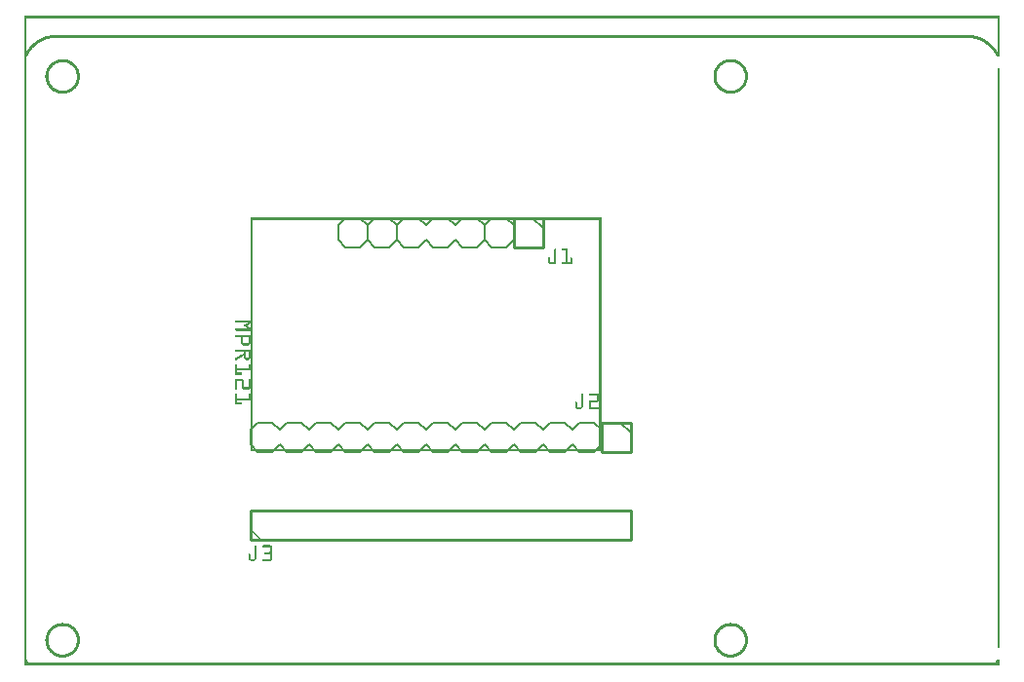
<source format=gto>
G04 MADE WITH FRITZING*
G04 WWW.FRITZING.ORG*
G04 DOUBLE SIDED*
G04 HOLES PLATED*
G04 CONTOUR ON CENTER OF CONTOUR VECTOR*
%ASAXBY*%
%FSLAX23Y23*%
%MOIN*%
%OFA0B0*%
%SFA1.0B1.0*%
%ADD10C,0.010000*%
%ADD11C,0.005000*%
%ADD12C,0.008000*%
%ADD13R,0.001000X0.001000*%
%LNSILK1*%
G90*
G70*
G54D10*
X2072Y831D02*
X1972Y831D01*
D02*
X1972Y831D02*
X1972Y731D01*
D02*
X1972Y731D02*
X2072Y731D01*
D02*
X2072Y731D02*
X2072Y831D01*
G54D11*
D02*
X2037Y831D02*
X2072Y796D01*
G54D10*
D02*
X1772Y1531D02*
X1672Y1531D01*
D02*
X1672Y1531D02*
X1672Y1431D01*
D02*
X1672Y1431D02*
X1772Y1431D01*
D02*
X1772Y1431D02*
X1772Y1531D01*
G54D11*
D02*
X1737Y1531D02*
X1772Y1496D01*
G54D12*
D02*
X1247Y1431D02*
X1272Y1456D01*
D02*
X1272Y1456D02*
X1272Y1506D01*
D02*
X1272Y1506D02*
X1247Y1531D01*
D02*
X1247Y1531D02*
X1197Y1531D01*
D02*
X1197Y1531D02*
X1172Y1506D01*
D02*
X1172Y1506D02*
X1172Y1456D01*
D02*
X1172Y1456D02*
X1197Y1431D01*
D02*
X1197Y1431D02*
X1247Y1431D01*
D02*
X1372Y1456D02*
X1347Y1431D01*
D02*
X1347Y1431D02*
X1297Y1431D01*
D02*
X1297Y1431D02*
X1272Y1456D01*
D02*
X1272Y1506D02*
X1297Y1531D01*
D02*
X1297Y1531D02*
X1347Y1531D01*
D02*
X1347Y1531D02*
X1372Y1506D01*
D02*
X1547Y1431D02*
X1497Y1431D01*
D02*
X1497Y1431D02*
X1472Y1456D01*
D02*
X1472Y1506D02*
X1497Y1531D01*
D02*
X1472Y1456D02*
X1447Y1431D01*
D02*
X1447Y1431D02*
X1397Y1431D01*
D02*
X1397Y1431D02*
X1372Y1456D01*
D02*
X1372Y1506D02*
X1397Y1531D01*
D02*
X1397Y1531D02*
X1447Y1531D01*
D02*
X1447Y1531D02*
X1472Y1506D01*
D02*
X1572Y1456D02*
X1572Y1506D01*
D02*
X1547Y1431D02*
X1572Y1456D01*
D02*
X1572Y1506D02*
X1547Y1531D01*
D02*
X1497Y1531D02*
X1547Y1531D01*
D02*
X1272Y1456D02*
X1272Y1506D01*
D02*
X1347Y731D02*
X1297Y731D01*
D02*
X1297Y731D02*
X1272Y756D01*
D02*
X1272Y806D02*
X1297Y831D01*
D02*
X1472Y756D02*
X1447Y731D01*
D02*
X1447Y731D02*
X1397Y731D01*
D02*
X1397Y731D02*
X1372Y756D01*
D02*
X1372Y806D02*
X1397Y831D01*
D02*
X1397Y831D02*
X1447Y831D01*
D02*
X1447Y831D02*
X1472Y806D01*
D02*
X1347Y731D02*
X1372Y756D01*
D02*
X1372Y806D02*
X1347Y831D01*
D02*
X1297Y831D02*
X1347Y831D01*
D02*
X1647Y731D02*
X1597Y731D01*
D02*
X1597Y731D02*
X1572Y756D01*
D02*
X1572Y806D02*
X1597Y831D01*
D02*
X1572Y756D02*
X1547Y731D01*
D02*
X1547Y731D02*
X1497Y731D01*
D02*
X1497Y731D02*
X1472Y756D01*
D02*
X1472Y806D02*
X1497Y831D01*
D02*
X1497Y831D02*
X1547Y831D01*
D02*
X1547Y831D02*
X1572Y806D01*
D02*
X1772Y756D02*
X1747Y731D01*
D02*
X1747Y731D02*
X1697Y731D01*
D02*
X1697Y731D02*
X1672Y756D01*
D02*
X1672Y806D02*
X1697Y831D01*
D02*
X1697Y831D02*
X1747Y831D01*
D02*
X1747Y831D02*
X1772Y806D01*
D02*
X1647Y731D02*
X1672Y756D01*
D02*
X1672Y806D02*
X1647Y831D01*
D02*
X1597Y831D02*
X1647Y831D01*
D02*
X1947Y731D02*
X1897Y731D01*
D02*
X1897Y731D02*
X1872Y756D01*
D02*
X1872Y806D02*
X1897Y831D01*
D02*
X1872Y756D02*
X1847Y731D01*
D02*
X1847Y731D02*
X1797Y731D01*
D02*
X1797Y731D02*
X1772Y756D01*
D02*
X1772Y806D02*
X1797Y831D01*
D02*
X1797Y831D02*
X1847Y831D01*
D02*
X1847Y831D02*
X1872Y806D01*
D02*
X1972Y756D02*
X1972Y806D01*
D02*
X1947Y731D02*
X1972Y756D01*
D02*
X1972Y806D02*
X1947Y831D01*
D02*
X1897Y831D02*
X1947Y831D01*
D02*
X1247Y731D02*
X1197Y731D01*
D02*
X1197Y731D02*
X1172Y756D01*
D02*
X1172Y806D02*
X1197Y831D01*
D02*
X1247Y731D02*
X1272Y756D01*
D02*
X1272Y806D02*
X1247Y831D01*
D02*
X1197Y831D02*
X1247Y831D01*
D02*
X1147Y731D02*
X1097Y731D01*
D02*
X1097Y731D02*
X1072Y756D01*
D02*
X1072Y806D02*
X1097Y831D01*
D02*
X1147Y731D02*
X1172Y756D01*
D02*
X1172Y806D02*
X1147Y831D01*
D02*
X1097Y831D02*
X1147Y831D01*
D02*
X1047Y731D02*
X997Y731D01*
D02*
X997Y731D02*
X972Y756D01*
D02*
X972Y806D02*
X997Y831D01*
D02*
X1047Y731D02*
X1072Y756D01*
D02*
X1072Y806D02*
X1047Y831D01*
D02*
X997Y831D02*
X1047Y831D01*
D02*
X947Y731D02*
X897Y731D01*
D02*
X897Y731D02*
X872Y756D01*
D02*
X872Y806D02*
X897Y831D01*
D02*
X947Y731D02*
X972Y756D01*
D02*
X972Y806D02*
X947Y831D01*
D02*
X897Y831D02*
X947Y831D01*
D02*
X847Y731D02*
X797Y731D01*
D02*
X797Y731D02*
X772Y756D01*
D02*
X772Y756D02*
X772Y806D01*
D02*
X772Y806D02*
X797Y831D01*
D02*
X847Y731D02*
X872Y756D01*
D02*
X872Y806D02*
X847Y831D01*
D02*
X797Y831D02*
X847Y831D01*
D02*
X1647Y1431D02*
X1672Y1456D01*
D02*
X1672Y1456D02*
X1672Y1506D01*
D02*
X1672Y1506D02*
X1647Y1531D01*
D02*
X1647Y1531D02*
X1597Y1531D01*
D02*
X1597Y1531D02*
X1572Y1506D01*
D02*
X1572Y1506D02*
X1572Y1456D01*
D02*
X1572Y1456D02*
X1597Y1431D01*
D02*
X1597Y1431D02*
X1647Y1431D01*
D02*
X1147Y1431D02*
X1172Y1456D01*
D02*
X1172Y1456D02*
X1172Y1506D01*
D02*
X1172Y1506D02*
X1147Y1531D01*
D02*
X1147Y1531D02*
X1097Y1531D01*
D02*
X1097Y1531D02*
X1072Y1506D01*
D02*
X1072Y1506D02*
X1072Y1456D01*
D02*
X1072Y1456D02*
X1097Y1431D01*
D02*
X1097Y1431D02*
X1147Y1431D01*
G54D10*
D02*
X772Y431D02*
X2072Y431D01*
D02*
X2072Y431D02*
X2072Y531D01*
D02*
X2072Y531D02*
X772Y531D01*
D02*
X772Y531D02*
X772Y431D01*
G54D13*
X0Y2222D02*
X3332Y2222D01*
X0Y2221D02*
X3332Y2221D01*
X0Y2220D02*
X3332Y2220D01*
X0Y2219D02*
X3332Y2219D01*
X0Y2218D02*
X3332Y2218D01*
X0Y2217D02*
X3332Y2217D01*
X0Y2216D02*
X3332Y2216D01*
X0Y2215D02*
X3332Y2215D01*
X0Y2214D02*
X7Y2214D01*
X3325Y2214D02*
X3332Y2214D01*
X0Y2213D02*
X7Y2213D01*
X3325Y2213D02*
X3332Y2213D01*
X0Y2212D02*
X7Y2212D01*
X3325Y2212D02*
X3332Y2212D01*
X0Y2211D02*
X7Y2211D01*
X3325Y2211D02*
X3332Y2211D01*
X0Y2210D02*
X7Y2210D01*
X3325Y2210D02*
X3332Y2210D01*
X0Y2209D02*
X7Y2209D01*
X3325Y2209D02*
X3332Y2209D01*
X0Y2208D02*
X7Y2208D01*
X3325Y2208D02*
X3332Y2208D01*
X0Y2207D02*
X7Y2207D01*
X3325Y2207D02*
X3332Y2207D01*
X0Y2206D02*
X7Y2206D01*
X3325Y2206D02*
X3332Y2206D01*
X0Y2205D02*
X7Y2205D01*
X3325Y2205D02*
X3332Y2205D01*
X0Y2204D02*
X7Y2204D01*
X3325Y2204D02*
X3332Y2204D01*
X0Y2203D02*
X7Y2203D01*
X3325Y2203D02*
X3332Y2203D01*
X0Y2202D02*
X7Y2202D01*
X3325Y2202D02*
X3332Y2202D01*
X0Y2201D02*
X7Y2201D01*
X3325Y2201D02*
X3332Y2201D01*
X0Y2200D02*
X7Y2200D01*
X3325Y2200D02*
X3332Y2200D01*
X0Y2199D02*
X7Y2199D01*
X3325Y2199D02*
X3332Y2199D01*
X0Y2198D02*
X7Y2198D01*
X3325Y2198D02*
X3332Y2198D01*
X0Y2197D02*
X7Y2197D01*
X3325Y2197D02*
X3332Y2197D01*
X0Y2196D02*
X7Y2196D01*
X3325Y2196D02*
X3332Y2196D01*
X0Y2195D02*
X7Y2195D01*
X3325Y2195D02*
X3332Y2195D01*
X0Y2194D02*
X7Y2194D01*
X3325Y2194D02*
X3332Y2194D01*
X0Y2193D02*
X7Y2193D01*
X3325Y2193D02*
X3332Y2193D01*
X0Y2192D02*
X7Y2192D01*
X3325Y2192D02*
X3332Y2192D01*
X0Y2191D02*
X7Y2191D01*
X3325Y2191D02*
X3332Y2191D01*
X0Y2190D02*
X7Y2190D01*
X3325Y2190D02*
X3332Y2190D01*
X0Y2189D02*
X7Y2189D01*
X3325Y2189D02*
X3332Y2189D01*
X0Y2188D02*
X7Y2188D01*
X3325Y2188D02*
X3332Y2188D01*
X0Y2187D02*
X7Y2187D01*
X3325Y2187D02*
X3332Y2187D01*
X0Y2186D02*
X7Y2186D01*
X3325Y2186D02*
X3332Y2186D01*
X0Y2185D02*
X7Y2185D01*
X3325Y2185D02*
X3332Y2185D01*
X0Y2184D02*
X7Y2184D01*
X3325Y2184D02*
X3332Y2184D01*
X0Y2183D02*
X7Y2183D01*
X3325Y2183D02*
X3332Y2183D01*
X0Y2182D02*
X7Y2182D01*
X3325Y2182D02*
X3332Y2182D01*
X0Y2181D02*
X7Y2181D01*
X3325Y2181D02*
X3332Y2181D01*
X0Y2180D02*
X7Y2180D01*
X3325Y2180D02*
X3332Y2180D01*
X0Y2179D02*
X7Y2179D01*
X3325Y2179D02*
X3332Y2179D01*
X0Y2178D02*
X7Y2178D01*
X3325Y2178D02*
X3332Y2178D01*
X0Y2177D02*
X7Y2177D01*
X3325Y2177D02*
X3332Y2177D01*
X0Y2176D02*
X7Y2176D01*
X3325Y2176D02*
X3332Y2176D01*
X0Y2175D02*
X7Y2175D01*
X3325Y2175D02*
X3332Y2175D01*
X0Y2174D02*
X7Y2174D01*
X3325Y2174D02*
X3332Y2174D01*
X0Y2173D02*
X7Y2173D01*
X3325Y2173D02*
X3332Y2173D01*
X0Y2172D02*
X7Y2172D01*
X3325Y2172D02*
X3332Y2172D01*
X0Y2171D02*
X7Y2171D01*
X3325Y2171D02*
X3332Y2171D01*
X0Y2170D02*
X7Y2170D01*
X3325Y2170D02*
X3332Y2170D01*
X0Y2169D02*
X7Y2169D01*
X3325Y2169D02*
X3332Y2169D01*
X0Y2168D02*
X7Y2168D01*
X3325Y2168D02*
X3332Y2168D01*
X0Y2167D02*
X7Y2167D01*
X3325Y2167D02*
X3332Y2167D01*
X0Y2166D02*
X7Y2166D01*
X3325Y2166D02*
X3332Y2166D01*
X0Y2165D02*
X7Y2165D01*
X3325Y2165D02*
X3332Y2165D01*
X0Y2164D02*
X7Y2164D01*
X3325Y2164D02*
X3332Y2164D01*
X0Y2163D02*
X7Y2163D01*
X3325Y2163D02*
X3332Y2163D01*
X0Y2162D02*
X7Y2162D01*
X3325Y2162D02*
X3332Y2162D01*
X0Y2161D02*
X7Y2161D01*
X3325Y2161D02*
X3332Y2161D01*
X0Y2160D02*
X7Y2160D01*
X3325Y2160D02*
X3332Y2160D01*
X0Y2159D02*
X7Y2159D01*
X3325Y2159D02*
X3332Y2159D01*
X0Y2158D02*
X7Y2158D01*
X3325Y2158D02*
X3332Y2158D01*
X0Y2157D02*
X7Y2157D01*
X98Y2157D02*
X3233Y2157D01*
X3325Y2157D02*
X3332Y2157D01*
X0Y2156D02*
X7Y2156D01*
X91Y2156D02*
X3240Y2156D01*
X3325Y2156D02*
X3332Y2156D01*
X0Y2155D02*
X7Y2155D01*
X85Y2155D02*
X3245Y2155D01*
X3325Y2155D02*
X3332Y2155D01*
X0Y2154D02*
X7Y2154D01*
X81Y2154D02*
X3250Y2154D01*
X3325Y2154D02*
X3332Y2154D01*
X0Y2153D02*
X7Y2153D01*
X78Y2153D02*
X3253Y2153D01*
X3325Y2153D02*
X3332Y2153D01*
X0Y2152D02*
X7Y2152D01*
X74Y2152D02*
X3257Y2152D01*
X3325Y2152D02*
X3332Y2152D01*
X0Y2151D02*
X7Y2151D01*
X71Y2151D02*
X3260Y2151D01*
X3325Y2151D02*
X3332Y2151D01*
X0Y2150D02*
X7Y2150D01*
X68Y2150D02*
X3262Y2150D01*
X3325Y2150D02*
X3332Y2150D01*
X0Y2149D02*
X7Y2149D01*
X66Y2149D02*
X3265Y2149D01*
X3325Y2149D02*
X3332Y2149D01*
X0Y2148D02*
X7Y2148D01*
X63Y2148D02*
X3268Y2148D01*
X3325Y2148D02*
X3332Y2148D01*
X0Y2147D02*
X7Y2147D01*
X61Y2147D02*
X102Y2147D01*
X3229Y2147D02*
X3270Y2147D01*
X3325Y2147D02*
X3332Y2147D01*
X0Y2146D02*
X7Y2146D01*
X59Y2146D02*
X93Y2146D01*
X3238Y2146D02*
X3272Y2146D01*
X3325Y2146D02*
X3332Y2146D01*
X0Y2145D02*
X7Y2145D01*
X57Y2145D02*
X87Y2145D01*
X3244Y2145D02*
X3274Y2145D01*
X3325Y2145D02*
X3332Y2145D01*
X0Y2144D02*
X7Y2144D01*
X55Y2144D02*
X83Y2144D01*
X3248Y2144D02*
X3276Y2144D01*
X3325Y2144D02*
X3332Y2144D01*
X0Y2143D02*
X7Y2143D01*
X53Y2143D02*
X79Y2143D01*
X3252Y2143D02*
X3278Y2143D01*
X3325Y2143D02*
X3332Y2143D01*
X0Y2142D02*
X7Y2142D01*
X51Y2142D02*
X76Y2142D01*
X3255Y2142D02*
X3280Y2142D01*
X3325Y2142D02*
X3332Y2142D01*
X0Y2141D02*
X7Y2141D01*
X49Y2141D02*
X73Y2141D01*
X3258Y2141D02*
X3281Y2141D01*
X3325Y2141D02*
X3332Y2141D01*
X0Y2140D02*
X7Y2140D01*
X48Y2140D02*
X70Y2140D01*
X3261Y2140D02*
X3283Y2140D01*
X3325Y2140D02*
X3332Y2140D01*
X0Y2139D02*
X7Y2139D01*
X46Y2139D02*
X67Y2139D01*
X3263Y2139D02*
X3285Y2139D01*
X3325Y2139D02*
X3332Y2139D01*
X0Y2138D02*
X7Y2138D01*
X44Y2138D02*
X65Y2138D01*
X3266Y2138D02*
X3286Y2138D01*
X3325Y2138D02*
X3332Y2138D01*
X0Y2137D02*
X7Y2137D01*
X43Y2137D02*
X63Y2137D01*
X3268Y2137D02*
X3288Y2137D01*
X3325Y2137D02*
X3332Y2137D01*
X0Y2136D02*
X7Y2136D01*
X41Y2136D02*
X61Y2136D01*
X3270Y2136D02*
X3289Y2136D01*
X3325Y2136D02*
X3332Y2136D01*
X0Y2135D02*
X7Y2135D01*
X40Y2135D02*
X59Y2135D01*
X3272Y2135D02*
X3291Y2135D01*
X3325Y2135D02*
X3332Y2135D01*
X0Y2134D02*
X7Y2134D01*
X38Y2134D02*
X57Y2134D01*
X3274Y2134D02*
X3292Y2134D01*
X3325Y2134D02*
X3332Y2134D01*
X0Y2133D02*
X7Y2133D01*
X37Y2133D02*
X55Y2133D01*
X3276Y2133D02*
X3294Y2133D01*
X3325Y2133D02*
X3332Y2133D01*
X0Y2132D02*
X7Y2132D01*
X36Y2132D02*
X53Y2132D01*
X3278Y2132D02*
X3295Y2132D01*
X3325Y2132D02*
X3332Y2132D01*
X0Y2131D02*
X7Y2131D01*
X35Y2131D02*
X52Y2131D01*
X3279Y2131D02*
X3296Y2131D01*
X3325Y2131D02*
X3332Y2131D01*
X0Y2130D02*
X7Y2130D01*
X33Y2130D02*
X50Y2130D01*
X3281Y2130D02*
X3298Y2130D01*
X3325Y2130D02*
X3332Y2130D01*
X0Y2129D02*
X7Y2129D01*
X32Y2129D02*
X48Y2129D01*
X3282Y2129D02*
X3299Y2129D01*
X3325Y2129D02*
X3332Y2129D01*
X0Y2128D02*
X7Y2128D01*
X31Y2128D02*
X47Y2128D01*
X3284Y2128D02*
X3300Y2128D01*
X3325Y2128D02*
X3332Y2128D01*
X0Y2127D02*
X7Y2127D01*
X30Y2127D02*
X46Y2127D01*
X3285Y2127D02*
X3301Y2127D01*
X3325Y2127D02*
X3332Y2127D01*
X0Y2126D02*
X7Y2126D01*
X29Y2126D02*
X44Y2126D01*
X3287Y2126D02*
X3302Y2126D01*
X3325Y2126D02*
X3332Y2126D01*
X0Y2125D02*
X7Y2125D01*
X27Y2125D02*
X43Y2125D01*
X3288Y2125D02*
X3303Y2125D01*
X3325Y2125D02*
X3332Y2125D01*
X0Y2124D02*
X7Y2124D01*
X26Y2124D02*
X42Y2124D01*
X3289Y2124D02*
X3304Y2124D01*
X3325Y2124D02*
X3332Y2124D01*
X0Y2123D02*
X7Y2123D01*
X25Y2123D02*
X40Y2123D01*
X3291Y2123D02*
X3305Y2123D01*
X3325Y2123D02*
X3332Y2123D01*
X0Y2122D02*
X7Y2122D01*
X24Y2122D02*
X39Y2122D01*
X3292Y2122D02*
X3306Y2122D01*
X3325Y2122D02*
X3332Y2122D01*
X0Y2121D02*
X7Y2121D01*
X23Y2121D02*
X38Y2121D01*
X3293Y2121D02*
X3307Y2121D01*
X3325Y2121D02*
X3332Y2121D01*
X0Y2120D02*
X7Y2120D01*
X22Y2120D02*
X37Y2120D01*
X3294Y2120D02*
X3308Y2120D01*
X3325Y2120D02*
X3332Y2120D01*
X0Y2119D02*
X7Y2119D01*
X21Y2119D02*
X36Y2119D01*
X3295Y2119D02*
X3309Y2119D01*
X3325Y2119D02*
X3332Y2119D01*
X0Y2118D02*
X7Y2118D01*
X20Y2118D02*
X34Y2118D01*
X3296Y2118D02*
X3310Y2118D01*
X3325Y2118D02*
X3332Y2118D01*
X0Y2117D02*
X7Y2117D01*
X20Y2117D02*
X33Y2117D01*
X3297Y2117D02*
X3311Y2117D01*
X3325Y2117D02*
X3332Y2117D01*
X0Y2116D02*
X7Y2116D01*
X19Y2116D02*
X32Y2116D01*
X3299Y2116D02*
X3312Y2116D01*
X3325Y2116D02*
X3332Y2116D01*
X0Y2115D02*
X7Y2115D01*
X18Y2115D02*
X31Y2115D01*
X3300Y2115D02*
X3313Y2115D01*
X3325Y2115D02*
X3332Y2115D01*
X0Y2114D02*
X7Y2114D01*
X17Y2114D02*
X30Y2114D01*
X3301Y2114D02*
X3314Y2114D01*
X3325Y2114D02*
X3332Y2114D01*
X0Y2113D02*
X7Y2113D01*
X16Y2113D02*
X29Y2113D01*
X3302Y2113D02*
X3315Y2113D01*
X3325Y2113D02*
X3332Y2113D01*
X0Y2112D02*
X7Y2112D01*
X15Y2112D02*
X28Y2112D01*
X3303Y2112D02*
X3315Y2112D01*
X3325Y2112D02*
X3332Y2112D01*
X0Y2111D02*
X7Y2111D01*
X15Y2111D02*
X27Y2111D01*
X3303Y2111D02*
X3316Y2111D01*
X3325Y2111D02*
X3332Y2111D01*
X0Y2110D02*
X7Y2110D01*
X14Y2110D02*
X26Y2110D01*
X3304Y2110D02*
X3317Y2110D01*
X3325Y2110D02*
X3332Y2110D01*
X0Y2109D02*
X7Y2109D01*
X13Y2109D02*
X26Y2109D01*
X3305Y2109D02*
X3318Y2109D01*
X3325Y2109D02*
X3332Y2109D01*
X0Y2108D02*
X7Y2108D01*
X12Y2108D02*
X25Y2108D01*
X3306Y2108D02*
X3319Y2108D01*
X3325Y2108D02*
X3332Y2108D01*
X0Y2107D02*
X7Y2107D01*
X11Y2107D02*
X24Y2107D01*
X3307Y2107D02*
X3319Y2107D01*
X3325Y2107D02*
X3332Y2107D01*
X0Y2106D02*
X7Y2106D01*
X11Y2106D02*
X23Y2106D01*
X3308Y2106D02*
X3320Y2106D01*
X3325Y2106D02*
X3332Y2106D01*
X0Y2105D02*
X7Y2105D01*
X10Y2105D02*
X22Y2105D01*
X3309Y2105D02*
X3321Y2105D01*
X3325Y2105D02*
X3332Y2105D01*
X0Y2104D02*
X7Y2104D01*
X9Y2104D02*
X21Y2104D01*
X3310Y2104D02*
X3321Y2104D01*
X3325Y2104D02*
X3332Y2104D01*
X0Y2103D02*
X7Y2103D01*
X9Y2103D02*
X21Y2103D01*
X3310Y2103D02*
X3322Y2103D01*
X3325Y2103D02*
X3332Y2103D01*
X0Y2102D02*
X20Y2102D01*
X3311Y2102D02*
X3323Y2102D01*
X3325Y2102D02*
X3332Y2102D01*
X0Y2101D02*
X19Y2101D01*
X3312Y2101D02*
X3323Y2101D01*
X3325Y2101D02*
X3332Y2101D01*
X0Y2100D02*
X18Y2100D01*
X3313Y2100D02*
X3332Y2100D01*
X0Y2099D02*
X18Y2099D01*
X3313Y2099D02*
X3332Y2099D01*
X0Y2098D02*
X17Y2098D01*
X3314Y2098D02*
X3332Y2098D01*
X0Y2097D02*
X16Y2097D01*
X3315Y2097D02*
X3332Y2097D01*
X0Y2096D02*
X15Y2096D01*
X3315Y2096D02*
X3332Y2096D01*
X0Y2095D02*
X15Y2095D01*
X3316Y2095D02*
X3332Y2095D01*
X0Y2094D02*
X14Y2094D01*
X3317Y2094D02*
X3332Y2094D01*
X0Y2093D02*
X13Y2093D01*
X3317Y2093D02*
X3332Y2093D01*
X0Y2092D02*
X13Y2092D01*
X3318Y2092D02*
X3332Y2092D01*
X0Y2091D02*
X12Y2091D01*
X3319Y2091D02*
X3332Y2091D01*
X0Y2090D02*
X12Y2090D01*
X3319Y2090D02*
X3332Y2090D01*
X0Y2089D02*
X11Y2089D01*
X3320Y2089D02*
X3332Y2089D01*
X0Y2088D02*
X11Y2088D01*
X3320Y2088D02*
X3332Y2088D01*
X0Y2087D02*
X10Y2087D01*
X3321Y2087D02*
X3332Y2087D01*
X0Y2086D02*
X10Y2086D01*
X3321Y2086D02*
X3332Y2086D01*
X0Y2085D02*
X9Y2085D01*
X3322Y2085D02*
X3332Y2085D01*
X0Y2084D02*
X8Y2084D01*
X3322Y2084D02*
X3333Y2084D01*
X0Y2083D02*
X8Y2083D01*
X3323Y2083D02*
X3333Y2083D01*
X0Y2082D02*
X8Y2082D01*
X3323Y2082D02*
X3333Y2082D01*
X0Y2081D02*
X7Y2081D01*
X0Y2080D02*
X7Y2080D01*
X0Y2079D02*
X7Y2079D01*
X0Y2078D02*
X7Y2078D01*
X0Y2077D02*
X7Y2077D01*
X0Y2076D02*
X7Y2076D01*
X0Y2075D02*
X7Y2075D01*
X0Y2074D02*
X7Y2074D01*
X129Y2074D02*
X131Y2074D01*
X2412Y2074D02*
X2414Y2074D01*
X0Y2073D02*
X7Y2073D01*
X120Y2073D02*
X140Y2073D01*
X2403Y2073D02*
X2424Y2073D01*
X0Y2072D02*
X7Y2072D01*
X116Y2072D02*
X145Y2072D01*
X2399Y2072D02*
X2428Y2072D01*
X0Y2071D02*
X7Y2071D01*
X112Y2071D02*
X148Y2071D01*
X2395Y2071D02*
X2431Y2071D01*
X0Y2070D02*
X7Y2070D01*
X109Y2070D02*
X151Y2070D01*
X2393Y2070D02*
X2434Y2070D01*
X0Y2069D02*
X7Y2069D01*
X107Y2069D02*
X153Y2069D01*
X2390Y2069D02*
X2437Y2069D01*
X0Y2068D02*
X7Y2068D01*
X105Y2068D02*
X155Y2068D01*
X2388Y2068D02*
X2439Y2068D01*
X0Y2067D02*
X7Y2067D01*
X103Y2067D02*
X157Y2067D01*
X2386Y2067D02*
X2441Y2067D01*
X0Y2066D02*
X7Y2066D01*
X101Y2066D02*
X159Y2066D01*
X2384Y2066D02*
X2443Y2066D01*
X0Y2065D02*
X7Y2065D01*
X99Y2065D02*
X161Y2065D01*
X2383Y2065D02*
X2444Y2065D01*
X0Y2064D02*
X7Y2064D01*
X98Y2064D02*
X163Y2064D01*
X2381Y2064D02*
X2446Y2064D01*
X0Y2063D02*
X7Y2063D01*
X96Y2063D02*
X122Y2063D01*
X139Y2063D02*
X164Y2063D01*
X2380Y2063D02*
X2405Y2063D01*
X2422Y2063D02*
X2447Y2063D01*
X0Y2062D02*
X7Y2062D01*
X95Y2062D02*
X117Y2062D01*
X143Y2062D02*
X165Y2062D01*
X2378Y2062D02*
X2400Y2062D01*
X2427Y2062D02*
X2449Y2062D01*
X0Y2061D02*
X7Y2061D01*
X94Y2061D02*
X114Y2061D01*
X147Y2061D02*
X167Y2061D01*
X2377Y2061D02*
X2397Y2061D01*
X2430Y2061D02*
X2450Y2061D01*
X0Y2060D02*
X7Y2060D01*
X92Y2060D02*
X111Y2060D01*
X149Y2060D02*
X168Y2060D01*
X2376Y2060D02*
X2394Y2060D01*
X2433Y2060D02*
X2451Y2060D01*
X0Y2059D02*
X7Y2059D01*
X91Y2059D02*
X109Y2059D01*
X152Y2059D02*
X169Y2059D01*
X2374Y2059D02*
X2392Y2059D01*
X2435Y2059D02*
X2452Y2059D01*
X0Y2058D02*
X7Y2058D01*
X90Y2058D02*
X107Y2058D01*
X154Y2058D02*
X170Y2058D01*
X2373Y2058D02*
X2390Y2058D01*
X2437Y2058D02*
X2453Y2058D01*
X0Y2057D02*
X7Y2057D01*
X89Y2057D02*
X105Y2057D01*
X155Y2057D02*
X171Y2057D01*
X2372Y2057D02*
X2388Y2057D01*
X2439Y2057D02*
X2454Y2057D01*
X0Y2056D02*
X7Y2056D01*
X88Y2056D02*
X103Y2056D01*
X157Y2056D02*
X172Y2056D01*
X2371Y2056D02*
X2387Y2056D01*
X2440Y2056D02*
X2455Y2056D01*
X0Y2055D02*
X7Y2055D01*
X87Y2055D02*
X102Y2055D01*
X158Y2055D02*
X173Y2055D01*
X2370Y2055D02*
X2385Y2055D01*
X2442Y2055D02*
X2456Y2055D01*
X0Y2054D02*
X7Y2054D01*
X86Y2054D02*
X100Y2054D01*
X160Y2054D02*
X174Y2054D01*
X2369Y2054D02*
X2384Y2054D01*
X2443Y2054D02*
X2457Y2054D01*
X0Y2053D02*
X7Y2053D01*
X85Y2053D02*
X99Y2053D01*
X161Y2053D02*
X175Y2053D01*
X2369Y2053D02*
X2382Y2053D01*
X2444Y2053D02*
X2458Y2053D01*
X0Y2052D02*
X7Y2052D01*
X84Y2052D02*
X98Y2052D01*
X162Y2052D02*
X176Y2052D01*
X2368Y2052D02*
X2381Y2052D01*
X2446Y2052D02*
X2459Y2052D01*
X0Y2051D02*
X7Y2051D01*
X84Y2051D02*
X97Y2051D01*
X163Y2051D02*
X176Y2051D01*
X2367Y2051D02*
X2380Y2051D01*
X2447Y2051D02*
X2460Y2051D01*
X0Y2050D02*
X7Y2050D01*
X83Y2050D02*
X96Y2050D01*
X164Y2050D02*
X177Y2050D01*
X2366Y2050D02*
X2379Y2050D01*
X2448Y2050D02*
X2460Y2050D01*
X0Y2049D02*
X7Y2049D01*
X82Y2049D02*
X95Y2049D01*
X165Y2049D02*
X178Y2049D01*
X2366Y2049D02*
X2378Y2049D01*
X2449Y2049D02*
X2461Y2049D01*
X0Y2048D02*
X7Y2048D01*
X82Y2048D02*
X94Y2048D01*
X166Y2048D02*
X179Y2048D01*
X2365Y2048D02*
X2377Y2048D01*
X2450Y2048D02*
X2462Y2048D01*
X0Y2047D02*
X7Y2047D01*
X81Y2047D02*
X93Y2047D01*
X167Y2047D02*
X179Y2047D01*
X2364Y2047D02*
X2376Y2047D01*
X2451Y2047D02*
X2463Y2047D01*
X0Y2046D02*
X7Y2046D01*
X80Y2046D02*
X92Y2046D01*
X168Y2046D02*
X180Y2046D01*
X2364Y2046D02*
X2375Y2046D01*
X2451Y2046D02*
X2463Y2046D01*
X0Y2045D02*
X7Y2045D01*
X80Y2045D02*
X91Y2045D01*
X169Y2045D02*
X180Y2045D01*
X2363Y2045D02*
X2374Y2045D01*
X2452Y2045D02*
X2464Y2045D01*
X0Y2044D02*
X7Y2044D01*
X79Y2044D02*
X90Y2044D01*
X170Y2044D02*
X181Y2044D01*
X2362Y2044D02*
X2374Y2044D01*
X2453Y2044D02*
X2464Y2044D01*
X0Y2043D02*
X7Y2043D01*
X79Y2043D02*
X90Y2043D01*
X171Y2043D02*
X182Y2043D01*
X2362Y2043D02*
X2373Y2043D01*
X2454Y2043D02*
X2465Y2043D01*
X0Y2042D02*
X7Y2042D01*
X78Y2042D02*
X89Y2042D01*
X171Y2042D02*
X182Y2042D01*
X2361Y2042D02*
X2372Y2042D01*
X2455Y2042D02*
X2465Y2042D01*
X0Y2041D02*
X7Y2041D01*
X78Y2041D02*
X88Y2041D01*
X172Y2041D02*
X183Y2041D01*
X2361Y2041D02*
X2372Y2041D01*
X2455Y2041D02*
X2466Y2041D01*
X3325Y2041D02*
X3332Y2041D01*
X0Y2040D02*
X7Y2040D01*
X77Y2040D02*
X88Y2040D01*
X173Y2040D02*
X183Y2040D01*
X2360Y2040D02*
X2371Y2040D01*
X2456Y2040D02*
X2466Y2040D01*
X3325Y2040D02*
X3332Y2040D01*
X0Y2039D02*
X7Y2039D01*
X77Y2039D02*
X87Y2039D01*
X173Y2039D02*
X184Y2039D01*
X2360Y2039D02*
X2370Y2039D01*
X2456Y2039D02*
X2467Y2039D01*
X3325Y2039D02*
X3332Y2039D01*
X0Y2038D02*
X7Y2038D01*
X76Y2038D02*
X86Y2038D01*
X174Y2038D02*
X184Y2038D01*
X2359Y2038D02*
X2370Y2038D01*
X2457Y2038D02*
X2467Y2038D01*
X3325Y2038D02*
X3332Y2038D01*
X0Y2037D02*
X7Y2037D01*
X76Y2037D02*
X86Y2037D01*
X174Y2037D02*
X184Y2037D01*
X2359Y2037D02*
X2369Y2037D01*
X2457Y2037D02*
X2468Y2037D01*
X3325Y2037D02*
X3332Y2037D01*
X0Y2036D02*
X7Y2036D01*
X75Y2036D02*
X85Y2036D01*
X175Y2036D02*
X185Y2036D01*
X2359Y2036D02*
X2369Y2036D01*
X2458Y2036D02*
X2468Y2036D01*
X3325Y2036D02*
X3332Y2036D01*
X0Y2035D02*
X7Y2035D01*
X75Y2035D02*
X85Y2035D01*
X175Y2035D02*
X185Y2035D01*
X2358Y2035D02*
X2368Y2035D01*
X2458Y2035D02*
X2468Y2035D01*
X3325Y2035D02*
X3332Y2035D01*
X0Y2034D02*
X7Y2034D01*
X75Y2034D02*
X85Y2034D01*
X176Y2034D02*
X186Y2034D01*
X2358Y2034D02*
X2368Y2034D01*
X2459Y2034D02*
X2469Y2034D01*
X3325Y2034D02*
X3332Y2034D01*
X0Y2033D02*
X7Y2033D01*
X74Y2033D02*
X84Y2033D01*
X176Y2033D02*
X186Y2033D01*
X2358Y2033D02*
X2367Y2033D01*
X2459Y2033D02*
X2469Y2033D01*
X3325Y2033D02*
X3332Y2033D01*
X0Y2032D02*
X7Y2032D01*
X74Y2032D02*
X84Y2032D01*
X176Y2032D02*
X186Y2032D01*
X2357Y2032D02*
X2367Y2032D01*
X2460Y2032D02*
X2470Y2032D01*
X3325Y2032D02*
X3332Y2032D01*
X0Y2031D02*
X7Y2031D01*
X74Y2031D02*
X83Y2031D01*
X177Y2031D02*
X187Y2031D01*
X2357Y2031D02*
X2367Y2031D01*
X2460Y2031D02*
X2470Y2031D01*
X3325Y2031D02*
X3332Y2031D01*
X0Y2030D02*
X7Y2030D01*
X73Y2030D02*
X83Y2030D01*
X177Y2030D02*
X187Y2030D01*
X2357Y2030D02*
X2366Y2030D01*
X2460Y2030D02*
X2470Y2030D01*
X3325Y2030D02*
X3332Y2030D01*
X0Y2029D02*
X7Y2029D01*
X73Y2029D02*
X83Y2029D01*
X177Y2029D02*
X187Y2029D01*
X2356Y2029D02*
X2366Y2029D01*
X2461Y2029D02*
X2470Y2029D01*
X3325Y2029D02*
X3332Y2029D01*
X0Y2028D02*
X7Y2028D01*
X73Y2028D02*
X82Y2028D01*
X178Y2028D02*
X187Y2028D01*
X2356Y2028D02*
X2366Y2028D01*
X2461Y2028D02*
X2471Y2028D01*
X3325Y2028D02*
X3332Y2028D01*
X0Y2027D02*
X7Y2027D01*
X73Y2027D02*
X82Y2027D01*
X178Y2027D02*
X188Y2027D01*
X2356Y2027D02*
X2365Y2027D01*
X2461Y2027D02*
X2471Y2027D01*
X3325Y2027D02*
X3332Y2027D01*
X0Y2026D02*
X7Y2026D01*
X72Y2026D02*
X82Y2026D01*
X178Y2026D02*
X188Y2026D01*
X2356Y2026D02*
X2365Y2026D01*
X2461Y2026D02*
X2471Y2026D01*
X3325Y2026D02*
X3332Y2026D01*
X0Y2025D02*
X7Y2025D01*
X72Y2025D02*
X82Y2025D01*
X178Y2025D02*
X188Y2025D01*
X2356Y2025D02*
X2365Y2025D01*
X2462Y2025D02*
X2471Y2025D01*
X3325Y2025D02*
X3332Y2025D01*
X0Y2024D02*
X7Y2024D01*
X72Y2024D02*
X82Y2024D01*
X179Y2024D02*
X188Y2024D01*
X2355Y2024D02*
X2365Y2024D01*
X2462Y2024D02*
X2471Y2024D01*
X3325Y2024D02*
X3332Y2024D01*
X0Y2023D02*
X7Y2023D01*
X72Y2023D02*
X81Y2023D01*
X179Y2023D02*
X188Y2023D01*
X2355Y2023D02*
X2365Y2023D01*
X2462Y2023D02*
X2472Y2023D01*
X3325Y2023D02*
X3332Y2023D01*
X0Y2022D02*
X7Y2022D01*
X72Y2022D02*
X81Y2022D01*
X179Y2022D02*
X188Y2022D01*
X2355Y2022D02*
X2365Y2022D01*
X2462Y2022D02*
X2472Y2022D01*
X3325Y2022D02*
X3332Y2022D01*
X0Y2021D02*
X7Y2021D01*
X72Y2021D02*
X81Y2021D01*
X179Y2021D02*
X189Y2021D01*
X2355Y2021D02*
X2364Y2021D01*
X2462Y2021D02*
X2472Y2021D01*
X3325Y2021D02*
X3332Y2021D01*
X0Y2020D02*
X7Y2020D01*
X72Y2020D02*
X81Y2020D01*
X179Y2020D02*
X189Y2020D01*
X2355Y2020D02*
X2364Y2020D01*
X2462Y2020D02*
X2472Y2020D01*
X3325Y2020D02*
X3332Y2020D01*
X0Y2019D02*
X7Y2019D01*
X71Y2019D02*
X81Y2019D01*
X179Y2019D02*
X189Y2019D01*
X2355Y2019D02*
X2364Y2019D01*
X2463Y2019D02*
X2472Y2019D01*
X3325Y2019D02*
X3332Y2019D01*
X0Y2018D02*
X7Y2018D01*
X71Y2018D02*
X81Y2018D01*
X179Y2018D02*
X189Y2018D01*
X2355Y2018D02*
X2364Y2018D01*
X2463Y2018D02*
X2472Y2018D01*
X3325Y2018D02*
X3332Y2018D01*
X0Y2017D02*
X7Y2017D01*
X71Y2017D02*
X81Y2017D01*
X179Y2017D02*
X189Y2017D01*
X2355Y2017D02*
X2364Y2017D01*
X2463Y2017D02*
X2472Y2017D01*
X3325Y2017D02*
X3332Y2017D01*
X0Y2016D02*
X7Y2016D01*
X71Y2016D02*
X81Y2016D01*
X179Y2016D02*
X189Y2016D01*
X2355Y2016D02*
X2364Y2016D01*
X2463Y2016D02*
X2472Y2016D01*
X3325Y2016D02*
X3332Y2016D01*
X0Y2015D02*
X7Y2015D01*
X71Y2015D02*
X81Y2015D01*
X180Y2015D02*
X189Y2015D01*
X2355Y2015D02*
X2364Y2015D01*
X2463Y2015D02*
X2472Y2015D01*
X3325Y2015D02*
X3332Y2015D01*
X0Y2014D02*
X7Y2014D01*
X71Y2014D02*
X81Y2014D01*
X179Y2014D02*
X189Y2014D01*
X2355Y2014D02*
X2364Y2014D01*
X2463Y2014D02*
X2472Y2014D01*
X3325Y2014D02*
X3332Y2014D01*
X0Y2013D02*
X7Y2013D01*
X71Y2013D02*
X81Y2013D01*
X179Y2013D02*
X189Y2013D01*
X2355Y2013D02*
X2364Y2013D01*
X2463Y2013D02*
X2472Y2013D01*
X3325Y2013D02*
X3332Y2013D01*
X0Y2012D02*
X7Y2012D01*
X71Y2012D02*
X81Y2012D01*
X179Y2012D02*
X189Y2012D01*
X2355Y2012D02*
X2364Y2012D01*
X2463Y2012D02*
X2472Y2012D01*
X3325Y2012D02*
X3332Y2012D01*
X0Y2011D02*
X7Y2011D01*
X71Y2011D02*
X81Y2011D01*
X179Y2011D02*
X189Y2011D01*
X2355Y2011D02*
X2364Y2011D01*
X2463Y2011D02*
X2472Y2011D01*
X3325Y2011D02*
X3332Y2011D01*
X0Y2010D02*
X7Y2010D01*
X72Y2010D02*
X81Y2010D01*
X179Y2010D02*
X189Y2010D01*
X2355Y2010D02*
X2364Y2010D01*
X2463Y2010D02*
X2472Y2010D01*
X3325Y2010D02*
X3332Y2010D01*
X0Y2009D02*
X7Y2009D01*
X72Y2009D02*
X81Y2009D01*
X179Y2009D02*
X189Y2009D01*
X2355Y2009D02*
X2364Y2009D01*
X2462Y2009D02*
X2472Y2009D01*
X3325Y2009D02*
X3332Y2009D01*
X0Y2008D02*
X7Y2008D01*
X72Y2008D02*
X81Y2008D01*
X179Y2008D02*
X189Y2008D01*
X2355Y2008D02*
X2364Y2008D01*
X2462Y2008D02*
X2472Y2008D01*
X3325Y2008D02*
X3332Y2008D01*
X0Y2007D02*
X7Y2007D01*
X72Y2007D02*
X81Y2007D01*
X179Y2007D02*
X188Y2007D01*
X2355Y2007D02*
X2365Y2007D01*
X2462Y2007D02*
X2472Y2007D01*
X3325Y2007D02*
X3332Y2007D01*
X0Y2006D02*
X7Y2006D01*
X72Y2006D02*
X81Y2006D01*
X179Y2006D02*
X188Y2006D01*
X2355Y2006D02*
X2365Y2006D01*
X2462Y2006D02*
X2471Y2006D01*
X3325Y2006D02*
X3332Y2006D01*
X0Y2005D02*
X7Y2005D01*
X72Y2005D02*
X82Y2005D01*
X179Y2005D02*
X188Y2005D01*
X2355Y2005D02*
X2365Y2005D01*
X2462Y2005D02*
X2471Y2005D01*
X3325Y2005D02*
X3332Y2005D01*
X0Y2004D02*
X7Y2004D01*
X72Y2004D02*
X82Y2004D01*
X178Y2004D02*
X188Y2004D01*
X2356Y2004D02*
X2365Y2004D01*
X2462Y2004D02*
X2471Y2004D01*
X3325Y2004D02*
X3332Y2004D01*
X0Y2003D02*
X7Y2003D01*
X73Y2003D02*
X82Y2003D01*
X178Y2003D02*
X188Y2003D01*
X2356Y2003D02*
X2365Y2003D01*
X2461Y2003D02*
X2471Y2003D01*
X3325Y2003D02*
X3332Y2003D01*
X0Y2002D02*
X7Y2002D01*
X73Y2002D02*
X82Y2002D01*
X178Y2002D02*
X187Y2002D01*
X2356Y2002D02*
X2366Y2002D01*
X2461Y2002D02*
X2471Y2002D01*
X3325Y2002D02*
X3332Y2002D01*
X0Y2001D02*
X7Y2001D01*
X73Y2001D02*
X83Y2001D01*
X178Y2001D02*
X187Y2001D01*
X2356Y2001D02*
X2366Y2001D01*
X2461Y2001D02*
X2470Y2001D01*
X3325Y2001D02*
X3332Y2001D01*
X0Y2000D02*
X7Y2000D01*
X73Y2000D02*
X83Y2000D01*
X177Y2000D02*
X187Y2000D01*
X2357Y2000D02*
X2366Y2000D01*
X2461Y2000D02*
X2470Y2000D01*
X3325Y2000D02*
X3332Y2000D01*
X0Y1999D02*
X7Y1999D01*
X74Y1999D02*
X83Y1999D01*
X177Y1999D02*
X187Y1999D01*
X2357Y1999D02*
X2366Y1999D01*
X2460Y1999D02*
X2470Y1999D01*
X3325Y1999D02*
X3332Y1999D01*
X0Y1998D02*
X7Y1998D01*
X74Y1998D02*
X84Y1998D01*
X177Y1998D02*
X186Y1998D01*
X2357Y1998D02*
X2367Y1998D01*
X2460Y1998D02*
X2470Y1998D01*
X3325Y1998D02*
X3332Y1998D01*
X0Y1997D02*
X7Y1997D01*
X74Y1997D02*
X84Y1997D01*
X176Y1997D02*
X186Y1997D01*
X2357Y1997D02*
X2367Y1997D01*
X2460Y1997D02*
X2469Y1997D01*
X3325Y1997D02*
X3332Y1997D01*
X0Y1996D02*
X7Y1996D01*
X74Y1996D02*
X84Y1996D01*
X176Y1996D02*
X186Y1996D01*
X2358Y1996D02*
X2368Y1996D01*
X2459Y1996D02*
X2469Y1996D01*
X3325Y1996D02*
X3332Y1996D01*
X0Y1995D02*
X7Y1995D01*
X75Y1995D02*
X85Y1995D01*
X175Y1995D02*
X185Y1995D01*
X2358Y1995D02*
X2368Y1995D01*
X2459Y1995D02*
X2469Y1995D01*
X3325Y1995D02*
X3332Y1995D01*
X0Y1994D02*
X7Y1994D01*
X75Y1994D02*
X85Y1994D01*
X175Y1994D02*
X185Y1994D01*
X2358Y1994D02*
X2369Y1994D01*
X2458Y1994D02*
X2468Y1994D01*
X3325Y1994D02*
X3332Y1994D01*
X0Y1993D02*
X7Y1993D01*
X76Y1993D02*
X86Y1993D01*
X174Y1993D02*
X185Y1993D01*
X2359Y1993D02*
X2369Y1993D01*
X2458Y1993D02*
X2468Y1993D01*
X3325Y1993D02*
X3332Y1993D01*
X0Y1992D02*
X7Y1992D01*
X76Y1992D02*
X86Y1992D01*
X174Y1992D02*
X184Y1992D01*
X2359Y1992D02*
X2369Y1992D01*
X2457Y1992D02*
X2468Y1992D01*
X3325Y1992D02*
X3332Y1992D01*
X0Y1991D02*
X7Y1991D01*
X76Y1991D02*
X87Y1991D01*
X173Y1991D02*
X184Y1991D01*
X2360Y1991D02*
X2370Y1991D01*
X2457Y1991D02*
X2467Y1991D01*
X3325Y1991D02*
X3332Y1991D01*
X0Y1990D02*
X7Y1990D01*
X77Y1990D02*
X87Y1990D01*
X173Y1990D02*
X183Y1990D01*
X2360Y1990D02*
X2371Y1990D01*
X2456Y1990D02*
X2467Y1990D01*
X3325Y1990D02*
X3332Y1990D01*
X0Y1989D02*
X7Y1989D01*
X77Y1989D02*
X88Y1989D01*
X172Y1989D02*
X183Y1989D01*
X2361Y1989D02*
X2371Y1989D01*
X2455Y1989D02*
X2466Y1989D01*
X3325Y1989D02*
X3332Y1989D01*
X0Y1988D02*
X7Y1988D01*
X78Y1988D02*
X89Y1988D01*
X172Y1988D02*
X182Y1988D01*
X2361Y1988D02*
X2372Y1988D01*
X2455Y1988D02*
X2466Y1988D01*
X3325Y1988D02*
X3332Y1988D01*
X0Y1987D02*
X7Y1987D01*
X78Y1987D02*
X89Y1987D01*
X171Y1987D02*
X182Y1987D01*
X2362Y1987D02*
X2373Y1987D01*
X2454Y1987D02*
X2465Y1987D01*
X3325Y1987D02*
X3332Y1987D01*
X0Y1986D02*
X7Y1986D01*
X79Y1986D02*
X90Y1986D01*
X170Y1986D02*
X181Y1986D01*
X2362Y1986D02*
X2373Y1986D01*
X2453Y1986D02*
X2465Y1986D01*
X3325Y1986D02*
X3332Y1986D01*
X0Y1985D02*
X7Y1985D01*
X79Y1985D02*
X91Y1985D01*
X169Y1985D02*
X181Y1985D01*
X2363Y1985D02*
X2374Y1985D01*
X2453Y1985D02*
X2464Y1985D01*
X3325Y1985D02*
X3332Y1985D01*
X0Y1984D02*
X7Y1984D01*
X80Y1984D02*
X92Y1984D01*
X169Y1984D02*
X180Y1984D01*
X2363Y1984D02*
X2375Y1984D01*
X2452Y1984D02*
X2463Y1984D01*
X3325Y1984D02*
X3332Y1984D01*
X0Y1983D02*
X7Y1983D01*
X81Y1983D02*
X92Y1983D01*
X168Y1983D02*
X180Y1983D01*
X2364Y1983D02*
X2376Y1983D01*
X2451Y1983D02*
X2463Y1983D01*
X3325Y1983D02*
X3332Y1983D01*
X0Y1982D02*
X7Y1982D01*
X81Y1982D02*
X93Y1982D01*
X167Y1982D02*
X179Y1982D01*
X2364Y1982D02*
X2377Y1982D01*
X2450Y1982D02*
X2462Y1982D01*
X3325Y1982D02*
X3332Y1982D01*
X0Y1981D02*
X7Y1981D01*
X82Y1981D02*
X94Y1981D01*
X166Y1981D02*
X178Y1981D01*
X2365Y1981D02*
X2378Y1981D01*
X2449Y1981D02*
X2462Y1981D01*
X3325Y1981D02*
X3332Y1981D01*
X0Y1980D02*
X7Y1980D01*
X83Y1980D02*
X95Y1980D01*
X165Y1980D02*
X178Y1980D01*
X2366Y1980D02*
X2378Y1980D01*
X2448Y1980D02*
X2461Y1980D01*
X3325Y1980D02*
X3332Y1980D01*
X0Y1979D02*
X7Y1979D01*
X83Y1979D02*
X96Y1979D01*
X164Y1979D02*
X177Y1979D01*
X2367Y1979D02*
X2380Y1979D01*
X2447Y1979D02*
X2460Y1979D01*
X3325Y1979D02*
X3332Y1979D01*
X0Y1978D02*
X7Y1978D01*
X84Y1978D02*
X97Y1978D01*
X163Y1978D02*
X176Y1978D01*
X2367Y1978D02*
X2381Y1978D01*
X2446Y1978D02*
X2459Y1978D01*
X3325Y1978D02*
X3332Y1978D01*
X0Y1977D02*
X7Y1977D01*
X85Y1977D02*
X98Y1977D01*
X162Y1977D02*
X175Y1977D01*
X2368Y1977D02*
X2382Y1977D01*
X2445Y1977D02*
X2459Y1977D01*
X3325Y1977D02*
X3332Y1977D01*
X0Y1976D02*
X7Y1976D01*
X86Y1976D02*
X100Y1976D01*
X160Y1976D02*
X174Y1976D01*
X2369Y1976D02*
X2383Y1976D01*
X2444Y1976D02*
X2458Y1976D01*
X3325Y1976D02*
X3332Y1976D01*
X0Y1975D02*
X7Y1975D01*
X87Y1975D02*
X101Y1975D01*
X159Y1975D02*
X174Y1975D01*
X2370Y1975D02*
X2384Y1975D01*
X2442Y1975D02*
X2457Y1975D01*
X3325Y1975D02*
X3332Y1975D01*
X0Y1974D02*
X7Y1974D01*
X88Y1974D02*
X102Y1974D01*
X158Y1974D02*
X173Y1974D01*
X2371Y1974D02*
X2386Y1974D01*
X2441Y1974D02*
X2456Y1974D01*
X3325Y1974D02*
X3332Y1974D01*
X0Y1973D02*
X7Y1973D01*
X88Y1973D02*
X104Y1973D01*
X156Y1973D02*
X172Y1973D01*
X2372Y1973D02*
X2387Y1973D01*
X2439Y1973D02*
X2455Y1973D01*
X3325Y1973D02*
X3332Y1973D01*
X0Y1972D02*
X7Y1972D01*
X90Y1972D02*
X106Y1972D01*
X155Y1972D02*
X171Y1972D01*
X2373Y1972D02*
X2389Y1972D01*
X2438Y1972D02*
X2454Y1972D01*
X3325Y1972D02*
X3332Y1972D01*
X0Y1971D02*
X7Y1971D01*
X91Y1971D02*
X108Y1971D01*
X153Y1971D02*
X170Y1971D01*
X2374Y1971D02*
X2391Y1971D01*
X2436Y1971D02*
X2453Y1971D01*
X3325Y1971D02*
X3332Y1971D01*
X0Y1970D02*
X7Y1970D01*
X92Y1970D02*
X110Y1970D01*
X151Y1970D02*
X168Y1970D01*
X2375Y1970D02*
X2393Y1970D01*
X2434Y1970D02*
X2452Y1970D01*
X3325Y1970D02*
X3332Y1970D01*
X0Y1969D02*
X7Y1969D01*
X93Y1969D02*
X112Y1969D01*
X148Y1969D02*
X167Y1969D01*
X2376Y1969D02*
X2395Y1969D01*
X2431Y1969D02*
X2451Y1969D01*
X3325Y1969D02*
X3332Y1969D01*
X0Y1968D02*
X7Y1968D01*
X94Y1968D02*
X115Y1968D01*
X145Y1968D02*
X166Y1968D01*
X2377Y1968D02*
X2398Y1968D01*
X2429Y1968D02*
X2449Y1968D01*
X3325Y1968D02*
X3332Y1968D01*
X0Y1967D02*
X7Y1967D01*
X96Y1967D02*
X119Y1967D01*
X141Y1967D02*
X165Y1967D01*
X2379Y1967D02*
X2402Y1967D01*
X2425Y1967D02*
X2448Y1967D01*
X3325Y1967D02*
X3332Y1967D01*
X0Y1966D02*
X7Y1966D01*
X97Y1966D02*
X126Y1966D01*
X134Y1966D02*
X163Y1966D01*
X2380Y1966D02*
X2409Y1966D01*
X2418Y1966D02*
X2447Y1966D01*
X3325Y1966D02*
X3332Y1966D01*
X0Y1965D02*
X7Y1965D01*
X98Y1965D02*
X162Y1965D01*
X2382Y1965D02*
X2445Y1965D01*
X3325Y1965D02*
X3332Y1965D01*
X0Y1964D02*
X7Y1964D01*
X100Y1964D02*
X160Y1964D01*
X2383Y1964D02*
X2443Y1964D01*
X3325Y1964D02*
X3332Y1964D01*
X0Y1963D02*
X7Y1963D01*
X102Y1963D02*
X158Y1963D01*
X2385Y1963D02*
X2442Y1963D01*
X3325Y1963D02*
X3332Y1963D01*
X0Y1962D02*
X7Y1962D01*
X104Y1962D02*
X156Y1962D01*
X2387Y1962D02*
X2440Y1962D01*
X3325Y1962D02*
X3332Y1962D01*
X0Y1961D02*
X7Y1961D01*
X106Y1961D02*
X154Y1961D01*
X2389Y1961D02*
X2438Y1961D01*
X3325Y1961D02*
X3332Y1961D01*
X0Y1960D02*
X7Y1960D01*
X108Y1960D02*
X152Y1960D01*
X2391Y1960D02*
X2435Y1960D01*
X3325Y1960D02*
X3332Y1960D01*
X0Y1959D02*
X7Y1959D01*
X111Y1959D02*
X150Y1959D01*
X2394Y1959D02*
X2433Y1959D01*
X3325Y1959D02*
X3332Y1959D01*
X0Y1958D02*
X7Y1958D01*
X114Y1958D02*
X147Y1958D01*
X2397Y1958D02*
X2430Y1958D01*
X3325Y1958D02*
X3332Y1958D01*
X0Y1957D02*
X7Y1957D01*
X117Y1957D02*
X143Y1957D01*
X2401Y1957D02*
X2426Y1957D01*
X3325Y1957D02*
X3332Y1957D01*
X0Y1956D02*
X7Y1956D01*
X123Y1956D02*
X137Y1956D01*
X2406Y1956D02*
X2421Y1956D01*
X3325Y1956D02*
X3332Y1956D01*
X0Y1955D02*
X7Y1955D01*
X3325Y1955D02*
X3332Y1955D01*
X0Y1954D02*
X7Y1954D01*
X3325Y1954D02*
X3332Y1954D01*
X0Y1953D02*
X7Y1953D01*
X3325Y1953D02*
X3332Y1953D01*
X0Y1952D02*
X7Y1952D01*
X3325Y1952D02*
X3332Y1952D01*
X0Y1951D02*
X7Y1951D01*
X3325Y1951D02*
X3332Y1951D01*
X0Y1950D02*
X7Y1950D01*
X3325Y1950D02*
X3332Y1950D01*
X0Y1949D02*
X7Y1949D01*
X3325Y1949D02*
X3332Y1949D01*
X0Y1948D02*
X7Y1948D01*
X3325Y1948D02*
X3332Y1948D01*
X0Y1947D02*
X7Y1947D01*
X3325Y1947D02*
X3332Y1947D01*
X0Y1946D02*
X7Y1946D01*
X3325Y1946D02*
X3332Y1946D01*
X0Y1945D02*
X7Y1945D01*
X3325Y1945D02*
X3332Y1945D01*
X0Y1944D02*
X7Y1944D01*
X3325Y1944D02*
X3332Y1944D01*
X0Y1943D02*
X7Y1943D01*
X3325Y1943D02*
X3332Y1943D01*
X0Y1942D02*
X7Y1942D01*
X3325Y1942D02*
X3332Y1942D01*
X0Y1941D02*
X7Y1941D01*
X3325Y1941D02*
X3332Y1941D01*
X0Y1940D02*
X7Y1940D01*
X3325Y1940D02*
X3332Y1940D01*
X0Y1939D02*
X7Y1939D01*
X3325Y1939D02*
X3332Y1939D01*
X0Y1938D02*
X7Y1938D01*
X3325Y1938D02*
X3332Y1938D01*
X0Y1937D02*
X7Y1937D01*
X3325Y1937D02*
X3332Y1937D01*
X0Y1936D02*
X7Y1936D01*
X3325Y1936D02*
X3332Y1936D01*
X0Y1935D02*
X7Y1935D01*
X3325Y1935D02*
X3332Y1935D01*
X0Y1934D02*
X7Y1934D01*
X3325Y1934D02*
X3332Y1934D01*
X0Y1933D02*
X7Y1933D01*
X3325Y1933D02*
X3332Y1933D01*
X0Y1932D02*
X7Y1932D01*
X3325Y1932D02*
X3332Y1932D01*
X0Y1931D02*
X7Y1931D01*
X3325Y1931D02*
X3332Y1931D01*
X0Y1930D02*
X7Y1930D01*
X3325Y1930D02*
X3332Y1930D01*
X0Y1929D02*
X7Y1929D01*
X3325Y1929D02*
X3332Y1929D01*
X0Y1928D02*
X7Y1928D01*
X3325Y1928D02*
X3332Y1928D01*
X0Y1927D02*
X7Y1927D01*
X3325Y1927D02*
X3332Y1927D01*
X0Y1926D02*
X7Y1926D01*
X3325Y1926D02*
X3332Y1926D01*
X0Y1925D02*
X7Y1925D01*
X3325Y1925D02*
X3332Y1925D01*
X0Y1924D02*
X7Y1924D01*
X3325Y1924D02*
X3332Y1924D01*
X0Y1923D02*
X7Y1923D01*
X3325Y1923D02*
X3332Y1923D01*
X0Y1922D02*
X7Y1922D01*
X3325Y1922D02*
X3332Y1922D01*
X0Y1921D02*
X7Y1921D01*
X3325Y1921D02*
X3332Y1921D01*
X0Y1920D02*
X7Y1920D01*
X3325Y1920D02*
X3332Y1920D01*
X0Y1919D02*
X7Y1919D01*
X3325Y1919D02*
X3332Y1919D01*
X0Y1918D02*
X7Y1918D01*
X3325Y1918D02*
X3332Y1918D01*
X0Y1917D02*
X7Y1917D01*
X3325Y1917D02*
X3332Y1917D01*
X0Y1916D02*
X7Y1916D01*
X3325Y1916D02*
X3332Y1916D01*
X0Y1915D02*
X7Y1915D01*
X3325Y1915D02*
X3332Y1915D01*
X0Y1914D02*
X7Y1914D01*
X3325Y1914D02*
X3332Y1914D01*
X0Y1913D02*
X7Y1913D01*
X3325Y1913D02*
X3332Y1913D01*
X0Y1912D02*
X7Y1912D01*
X3325Y1912D02*
X3332Y1912D01*
X0Y1911D02*
X7Y1911D01*
X3325Y1911D02*
X3332Y1911D01*
X0Y1910D02*
X7Y1910D01*
X3325Y1910D02*
X3332Y1910D01*
X0Y1909D02*
X7Y1909D01*
X3325Y1909D02*
X3332Y1909D01*
X0Y1908D02*
X7Y1908D01*
X3325Y1908D02*
X3332Y1908D01*
X0Y1907D02*
X7Y1907D01*
X3325Y1907D02*
X3332Y1907D01*
X0Y1906D02*
X7Y1906D01*
X3325Y1906D02*
X3332Y1906D01*
X0Y1905D02*
X7Y1905D01*
X3325Y1905D02*
X3332Y1905D01*
X0Y1904D02*
X7Y1904D01*
X3325Y1904D02*
X3332Y1904D01*
X0Y1903D02*
X7Y1903D01*
X3325Y1903D02*
X3332Y1903D01*
X0Y1902D02*
X7Y1902D01*
X3325Y1902D02*
X3332Y1902D01*
X0Y1901D02*
X7Y1901D01*
X3325Y1901D02*
X3332Y1901D01*
X0Y1900D02*
X7Y1900D01*
X3325Y1900D02*
X3332Y1900D01*
X0Y1899D02*
X7Y1899D01*
X3325Y1899D02*
X3332Y1899D01*
X0Y1898D02*
X7Y1898D01*
X3325Y1898D02*
X3332Y1898D01*
X0Y1897D02*
X7Y1897D01*
X3325Y1897D02*
X3332Y1897D01*
X0Y1896D02*
X7Y1896D01*
X3325Y1896D02*
X3332Y1896D01*
X0Y1895D02*
X7Y1895D01*
X3325Y1895D02*
X3332Y1895D01*
X0Y1894D02*
X7Y1894D01*
X3325Y1894D02*
X3332Y1894D01*
X0Y1893D02*
X7Y1893D01*
X3325Y1893D02*
X3332Y1893D01*
X0Y1892D02*
X7Y1892D01*
X3325Y1892D02*
X3332Y1892D01*
X0Y1891D02*
X7Y1891D01*
X3325Y1891D02*
X3332Y1891D01*
X0Y1890D02*
X7Y1890D01*
X3325Y1890D02*
X3332Y1890D01*
X0Y1889D02*
X7Y1889D01*
X3325Y1889D02*
X3332Y1889D01*
X0Y1888D02*
X7Y1888D01*
X3325Y1888D02*
X3332Y1888D01*
X0Y1887D02*
X7Y1887D01*
X3325Y1887D02*
X3332Y1887D01*
X0Y1886D02*
X7Y1886D01*
X3325Y1886D02*
X3332Y1886D01*
X0Y1885D02*
X7Y1885D01*
X3325Y1885D02*
X3332Y1885D01*
X0Y1884D02*
X7Y1884D01*
X3325Y1884D02*
X3332Y1884D01*
X0Y1883D02*
X7Y1883D01*
X3325Y1883D02*
X3332Y1883D01*
X0Y1882D02*
X7Y1882D01*
X3325Y1882D02*
X3332Y1882D01*
X0Y1881D02*
X7Y1881D01*
X3325Y1881D02*
X3332Y1881D01*
X0Y1880D02*
X7Y1880D01*
X3325Y1880D02*
X3332Y1880D01*
X0Y1879D02*
X7Y1879D01*
X3325Y1879D02*
X3332Y1879D01*
X0Y1878D02*
X7Y1878D01*
X3325Y1878D02*
X3332Y1878D01*
X0Y1877D02*
X7Y1877D01*
X3325Y1877D02*
X3332Y1877D01*
X0Y1876D02*
X7Y1876D01*
X3325Y1876D02*
X3332Y1876D01*
X0Y1875D02*
X7Y1875D01*
X3325Y1875D02*
X3332Y1875D01*
X0Y1874D02*
X7Y1874D01*
X3325Y1874D02*
X3332Y1874D01*
X0Y1873D02*
X7Y1873D01*
X3325Y1873D02*
X3332Y1873D01*
X0Y1872D02*
X7Y1872D01*
X3325Y1872D02*
X3332Y1872D01*
X0Y1871D02*
X7Y1871D01*
X3325Y1871D02*
X3332Y1871D01*
X0Y1870D02*
X7Y1870D01*
X3325Y1870D02*
X3332Y1870D01*
X0Y1869D02*
X7Y1869D01*
X3325Y1869D02*
X3332Y1869D01*
X0Y1868D02*
X7Y1868D01*
X3325Y1868D02*
X3332Y1868D01*
X0Y1867D02*
X7Y1867D01*
X3325Y1867D02*
X3332Y1867D01*
X0Y1866D02*
X7Y1866D01*
X3325Y1866D02*
X3332Y1866D01*
X0Y1865D02*
X7Y1865D01*
X3325Y1865D02*
X3332Y1865D01*
X0Y1864D02*
X7Y1864D01*
X3325Y1864D02*
X3332Y1864D01*
X0Y1863D02*
X7Y1863D01*
X3325Y1863D02*
X3332Y1863D01*
X0Y1862D02*
X7Y1862D01*
X3325Y1862D02*
X3332Y1862D01*
X0Y1861D02*
X7Y1861D01*
X3325Y1861D02*
X3332Y1861D01*
X0Y1860D02*
X7Y1860D01*
X3325Y1860D02*
X3332Y1860D01*
X0Y1859D02*
X7Y1859D01*
X3325Y1859D02*
X3332Y1859D01*
X0Y1858D02*
X7Y1858D01*
X3325Y1858D02*
X3332Y1858D01*
X0Y1857D02*
X7Y1857D01*
X3325Y1857D02*
X3332Y1857D01*
X0Y1856D02*
X7Y1856D01*
X3325Y1856D02*
X3332Y1856D01*
X0Y1855D02*
X7Y1855D01*
X3325Y1855D02*
X3332Y1855D01*
X0Y1854D02*
X7Y1854D01*
X3325Y1854D02*
X3332Y1854D01*
X0Y1853D02*
X7Y1853D01*
X3325Y1853D02*
X3332Y1853D01*
X0Y1852D02*
X7Y1852D01*
X3325Y1852D02*
X3332Y1852D01*
X0Y1851D02*
X7Y1851D01*
X3325Y1851D02*
X3332Y1851D01*
X0Y1850D02*
X7Y1850D01*
X3325Y1850D02*
X3332Y1850D01*
X0Y1849D02*
X7Y1849D01*
X3325Y1849D02*
X3332Y1849D01*
X0Y1848D02*
X7Y1848D01*
X3325Y1848D02*
X3332Y1848D01*
X0Y1847D02*
X7Y1847D01*
X3325Y1847D02*
X3332Y1847D01*
X0Y1846D02*
X7Y1846D01*
X3325Y1846D02*
X3332Y1846D01*
X0Y1845D02*
X7Y1845D01*
X3325Y1845D02*
X3332Y1845D01*
X0Y1844D02*
X7Y1844D01*
X3325Y1844D02*
X3332Y1844D01*
X0Y1843D02*
X7Y1843D01*
X3325Y1843D02*
X3332Y1843D01*
X0Y1842D02*
X7Y1842D01*
X3325Y1842D02*
X3332Y1842D01*
X0Y1841D02*
X7Y1841D01*
X3325Y1841D02*
X3332Y1841D01*
X0Y1840D02*
X7Y1840D01*
X3325Y1840D02*
X3332Y1840D01*
X0Y1839D02*
X7Y1839D01*
X3325Y1839D02*
X3332Y1839D01*
X0Y1838D02*
X7Y1838D01*
X3325Y1838D02*
X3332Y1838D01*
X0Y1837D02*
X7Y1837D01*
X3325Y1837D02*
X3332Y1837D01*
X0Y1836D02*
X7Y1836D01*
X3325Y1836D02*
X3332Y1836D01*
X0Y1835D02*
X7Y1835D01*
X3325Y1835D02*
X3332Y1835D01*
X0Y1834D02*
X7Y1834D01*
X3325Y1834D02*
X3332Y1834D01*
X0Y1833D02*
X7Y1833D01*
X3325Y1833D02*
X3332Y1833D01*
X0Y1832D02*
X7Y1832D01*
X3325Y1832D02*
X3332Y1832D01*
X0Y1831D02*
X7Y1831D01*
X3325Y1831D02*
X3332Y1831D01*
X0Y1830D02*
X7Y1830D01*
X3325Y1830D02*
X3332Y1830D01*
X0Y1829D02*
X7Y1829D01*
X3325Y1829D02*
X3332Y1829D01*
X0Y1828D02*
X7Y1828D01*
X3325Y1828D02*
X3332Y1828D01*
X0Y1827D02*
X7Y1827D01*
X3325Y1827D02*
X3332Y1827D01*
X0Y1826D02*
X7Y1826D01*
X3325Y1826D02*
X3332Y1826D01*
X0Y1825D02*
X7Y1825D01*
X3325Y1825D02*
X3332Y1825D01*
X0Y1824D02*
X7Y1824D01*
X3325Y1824D02*
X3332Y1824D01*
X0Y1823D02*
X7Y1823D01*
X3325Y1823D02*
X3332Y1823D01*
X0Y1822D02*
X7Y1822D01*
X3325Y1822D02*
X3332Y1822D01*
X0Y1821D02*
X7Y1821D01*
X3325Y1821D02*
X3332Y1821D01*
X0Y1820D02*
X7Y1820D01*
X3325Y1820D02*
X3332Y1820D01*
X0Y1819D02*
X7Y1819D01*
X3325Y1819D02*
X3332Y1819D01*
X0Y1818D02*
X7Y1818D01*
X3325Y1818D02*
X3332Y1818D01*
X0Y1817D02*
X7Y1817D01*
X3325Y1817D02*
X3332Y1817D01*
X0Y1816D02*
X7Y1816D01*
X3325Y1816D02*
X3332Y1816D01*
X0Y1815D02*
X7Y1815D01*
X3325Y1815D02*
X3332Y1815D01*
X0Y1814D02*
X7Y1814D01*
X3325Y1814D02*
X3332Y1814D01*
X0Y1813D02*
X7Y1813D01*
X3325Y1813D02*
X3332Y1813D01*
X0Y1812D02*
X7Y1812D01*
X3325Y1812D02*
X3332Y1812D01*
X0Y1811D02*
X7Y1811D01*
X3325Y1811D02*
X3332Y1811D01*
X0Y1810D02*
X7Y1810D01*
X3325Y1810D02*
X3332Y1810D01*
X0Y1809D02*
X7Y1809D01*
X3325Y1809D02*
X3332Y1809D01*
X0Y1808D02*
X7Y1808D01*
X3325Y1808D02*
X3332Y1808D01*
X0Y1807D02*
X7Y1807D01*
X3325Y1807D02*
X3332Y1807D01*
X0Y1806D02*
X7Y1806D01*
X3325Y1806D02*
X3332Y1806D01*
X0Y1805D02*
X7Y1805D01*
X3325Y1805D02*
X3332Y1805D01*
X0Y1804D02*
X7Y1804D01*
X3325Y1804D02*
X3332Y1804D01*
X0Y1803D02*
X7Y1803D01*
X3325Y1803D02*
X3332Y1803D01*
X0Y1802D02*
X7Y1802D01*
X3325Y1802D02*
X3332Y1802D01*
X0Y1801D02*
X7Y1801D01*
X3325Y1801D02*
X3332Y1801D01*
X0Y1800D02*
X7Y1800D01*
X3325Y1800D02*
X3332Y1800D01*
X0Y1799D02*
X7Y1799D01*
X3325Y1799D02*
X3332Y1799D01*
X0Y1798D02*
X7Y1798D01*
X3325Y1798D02*
X3332Y1798D01*
X0Y1797D02*
X7Y1797D01*
X3325Y1797D02*
X3332Y1797D01*
X0Y1796D02*
X7Y1796D01*
X3325Y1796D02*
X3332Y1796D01*
X0Y1795D02*
X7Y1795D01*
X3325Y1795D02*
X3332Y1795D01*
X0Y1794D02*
X7Y1794D01*
X3325Y1794D02*
X3332Y1794D01*
X0Y1793D02*
X7Y1793D01*
X3325Y1793D02*
X3332Y1793D01*
X0Y1792D02*
X7Y1792D01*
X3325Y1792D02*
X3332Y1792D01*
X0Y1791D02*
X7Y1791D01*
X3325Y1791D02*
X3332Y1791D01*
X0Y1790D02*
X7Y1790D01*
X3325Y1790D02*
X3332Y1790D01*
X0Y1789D02*
X7Y1789D01*
X3325Y1789D02*
X3332Y1789D01*
X0Y1788D02*
X7Y1788D01*
X3325Y1788D02*
X3332Y1788D01*
X0Y1787D02*
X7Y1787D01*
X3325Y1787D02*
X3332Y1787D01*
X0Y1786D02*
X7Y1786D01*
X3325Y1786D02*
X3332Y1786D01*
X0Y1785D02*
X7Y1785D01*
X3325Y1785D02*
X3332Y1785D01*
X0Y1784D02*
X7Y1784D01*
X3325Y1784D02*
X3332Y1784D01*
X0Y1783D02*
X7Y1783D01*
X3325Y1783D02*
X3332Y1783D01*
X0Y1782D02*
X7Y1782D01*
X3325Y1782D02*
X3332Y1782D01*
X0Y1781D02*
X7Y1781D01*
X3325Y1781D02*
X3332Y1781D01*
X0Y1780D02*
X7Y1780D01*
X3325Y1780D02*
X3332Y1780D01*
X0Y1779D02*
X7Y1779D01*
X3325Y1779D02*
X3332Y1779D01*
X0Y1778D02*
X7Y1778D01*
X3325Y1778D02*
X3332Y1778D01*
X0Y1777D02*
X7Y1777D01*
X3325Y1777D02*
X3332Y1777D01*
X0Y1776D02*
X7Y1776D01*
X3325Y1776D02*
X3332Y1776D01*
X0Y1775D02*
X7Y1775D01*
X3325Y1775D02*
X3332Y1775D01*
X0Y1774D02*
X7Y1774D01*
X3325Y1774D02*
X3332Y1774D01*
X0Y1773D02*
X7Y1773D01*
X3325Y1773D02*
X3332Y1773D01*
X0Y1772D02*
X7Y1772D01*
X3325Y1772D02*
X3332Y1772D01*
X0Y1771D02*
X7Y1771D01*
X3325Y1771D02*
X3332Y1771D01*
X0Y1770D02*
X7Y1770D01*
X3325Y1770D02*
X3332Y1770D01*
X0Y1769D02*
X7Y1769D01*
X3325Y1769D02*
X3332Y1769D01*
X0Y1768D02*
X7Y1768D01*
X3325Y1768D02*
X3332Y1768D01*
X0Y1767D02*
X7Y1767D01*
X3325Y1767D02*
X3332Y1767D01*
X0Y1766D02*
X7Y1766D01*
X3325Y1766D02*
X3332Y1766D01*
X0Y1765D02*
X7Y1765D01*
X3325Y1765D02*
X3332Y1765D01*
X0Y1764D02*
X7Y1764D01*
X3325Y1764D02*
X3332Y1764D01*
X0Y1763D02*
X7Y1763D01*
X3325Y1763D02*
X3332Y1763D01*
X0Y1762D02*
X7Y1762D01*
X3325Y1762D02*
X3332Y1762D01*
X0Y1761D02*
X7Y1761D01*
X3325Y1761D02*
X3332Y1761D01*
X0Y1760D02*
X7Y1760D01*
X3325Y1760D02*
X3332Y1760D01*
X0Y1759D02*
X7Y1759D01*
X3325Y1759D02*
X3332Y1759D01*
X0Y1758D02*
X7Y1758D01*
X3325Y1758D02*
X3332Y1758D01*
X0Y1757D02*
X7Y1757D01*
X3325Y1757D02*
X3332Y1757D01*
X0Y1756D02*
X7Y1756D01*
X3325Y1756D02*
X3332Y1756D01*
X0Y1755D02*
X7Y1755D01*
X3325Y1755D02*
X3332Y1755D01*
X0Y1754D02*
X7Y1754D01*
X3325Y1754D02*
X3332Y1754D01*
X0Y1753D02*
X7Y1753D01*
X3325Y1753D02*
X3332Y1753D01*
X0Y1752D02*
X7Y1752D01*
X3325Y1752D02*
X3332Y1752D01*
X0Y1751D02*
X7Y1751D01*
X3325Y1751D02*
X3332Y1751D01*
X0Y1750D02*
X7Y1750D01*
X3325Y1750D02*
X3332Y1750D01*
X0Y1749D02*
X7Y1749D01*
X3325Y1749D02*
X3332Y1749D01*
X0Y1748D02*
X7Y1748D01*
X3325Y1748D02*
X3332Y1748D01*
X0Y1747D02*
X7Y1747D01*
X3325Y1747D02*
X3332Y1747D01*
X0Y1746D02*
X7Y1746D01*
X3325Y1746D02*
X3332Y1746D01*
X0Y1745D02*
X7Y1745D01*
X3325Y1745D02*
X3332Y1745D01*
X0Y1744D02*
X7Y1744D01*
X3325Y1744D02*
X3332Y1744D01*
X0Y1743D02*
X7Y1743D01*
X3325Y1743D02*
X3332Y1743D01*
X0Y1742D02*
X7Y1742D01*
X3325Y1742D02*
X3332Y1742D01*
X0Y1741D02*
X7Y1741D01*
X3325Y1741D02*
X3332Y1741D01*
X0Y1740D02*
X7Y1740D01*
X3325Y1740D02*
X3332Y1740D01*
X0Y1739D02*
X7Y1739D01*
X3325Y1739D02*
X3332Y1739D01*
X0Y1738D02*
X7Y1738D01*
X3325Y1738D02*
X3332Y1738D01*
X0Y1737D02*
X7Y1737D01*
X3325Y1737D02*
X3332Y1737D01*
X0Y1736D02*
X7Y1736D01*
X3325Y1736D02*
X3332Y1736D01*
X0Y1735D02*
X7Y1735D01*
X3325Y1735D02*
X3332Y1735D01*
X0Y1734D02*
X7Y1734D01*
X3325Y1734D02*
X3332Y1734D01*
X0Y1733D02*
X7Y1733D01*
X3325Y1733D02*
X3332Y1733D01*
X0Y1732D02*
X7Y1732D01*
X3325Y1732D02*
X3332Y1732D01*
X0Y1731D02*
X7Y1731D01*
X3325Y1731D02*
X3332Y1731D01*
X0Y1730D02*
X7Y1730D01*
X3325Y1730D02*
X3332Y1730D01*
X0Y1729D02*
X7Y1729D01*
X3325Y1729D02*
X3332Y1729D01*
X0Y1728D02*
X7Y1728D01*
X3325Y1728D02*
X3332Y1728D01*
X0Y1727D02*
X7Y1727D01*
X3325Y1727D02*
X3332Y1727D01*
X0Y1726D02*
X7Y1726D01*
X3325Y1726D02*
X3332Y1726D01*
X0Y1725D02*
X7Y1725D01*
X3325Y1725D02*
X3332Y1725D01*
X0Y1724D02*
X7Y1724D01*
X3325Y1724D02*
X3332Y1724D01*
X0Y1723D02*
X7Y1723D01*
X3325Y1723D02*
X3332Y1723D01*
X0Y1722D02*
X7Y1722D01*
X3325Y1722D02*
X3332Y1722D01*
X0Y1721D02*
X7Y1721D01*
X3325Y1721D02*
X3332Y1721D01*
X0Y1720D02*
X7Y1720D01*
X3325Y1720D02*
X3332Y1720D01*
X0Y1719D02*
X7Y1719D01*
X3325Y1719D02*
X3332Y1719D01*
X0Y1718D02*
X7Y1718D01*
X3325Y1718D02*
X3332Y1718D01*
X0Y1717D02*
X7Y1717D01*
X3325Y1717D02*
X3332Y1717D01*
X0Y1716D02*
X7Y1716D01*
X3325Y1716D02*
X3332Y1716D01*
X0Y1715D02*
X7Y1715D01*
X3325Y1715D02*
X3332Y1715D01*
X0Y1714D02*
X7Y1714D01*
X3325Y1714D02*
X3332Y1714D01*
X0Y1713D02*
X7Y1713D01*
X3325Y1713D02*
X3332Y1713D01*
X0Y1712D02*
X7Y1712D01*
X3325Y1712D02*
X3332Y1712D01*
X0Y1711D02*
X7Y1711D01*
X3325Y1711D02*
X3332Y1711D01*
X0Y1710D02*
X7Y1710D01*
X3325Y1710D02*
X3332Y1710D01*
X0Y1709D02*
X7Y1709D01*
X3325Y1709D02*
X3332Y1709D01*
X0Y1708D02*
X7Y1708D01*
X3325Y1708D02*
X3332Y1708D01*
X0Y1707D02*
X7Y1707D01*
X3325Y1707D02*
X3332Y1707D01*
X0Y1706D02*
X7Y1706D01*
X3325Y1706D02*
X3332Y1706D01*
X0Y1705D02*
X7Y1705D01*
X3325Y1705D02*
X3332Y1705D01*
X0Y1704D02*
X7Y1704D01*
X3325Y1704D02*
X3332Y1704D01*
X0Y1703D02*
X7Y1703D01*
X3325Y1703D02*
X3332Y1703D01*
X0Y1702D02*
X7Y1702D01*
X3325Y1702D02*
X3332Y1702D01*
X0Y1701D02*
X7Y1701D01*
X3325Y1701D02*
X3332Y1701D01*
X0Y1700D02*
X7Y1700D01*
X3325Y1700D02*
X3332Y1700D01*
X0Y1699D02*
X7Y1699D01*
X3325Y1699D02*
X3332Y1699D01*
X0Y1698D02*
X7Y1698D01*
X3325Y1698D02*
X3332Y1698D01*
X0Y1697D02*
X7Y1697D01*
X3325Y1697D02*
X3332Y1697D01*
X0Y1696D02*
X7Y1696D01*
X3325Y1696D02*
X3332Y1696D01*
X0Y1695D02*
X7Y1695D01*
X3325Y1695D02*
X3332Y1695D01*
X0Y1694D02*
X7Y1694D01*
X3325Y1694D02*
X3332Y1694D01*
X0Y1693D02*
X7Y1693D01*
X3325Y1693D02*
X3332Y1693D01*
X0Y1692D02*
X7Y1692D01*
X3325Y1692D02*
X3332Y1692D01*
X0Y1691D02*
X7Y1691D01*
X3325Y1691D02*
X3332Y1691D01*
X0Y1690D02*
X7Y1690D01*
X3325Y1690D02*
X3332Y1690D01*
X0Y1689D02*
X7Y1689D01*
X3325Y1689D02*
X3332Y1689D01*
X0Y1688D02*
X7Y1688D01*
X3325Y1688D02*
X3332Y1688D01*
X0Y1687D02*
X7Y1687D01*
X3325Y1687D02*
X3332Y1687D01*
X0Y1686D02*
X7Y1686D01*
X3325Y1686D02*
X3332Y1686D01*
X0Y1685D02*
X7Y1685D01*
X3325Y1685D02*
X3332Y1685D01*
X0Y1684D02*
X7Y1684D01*
X3325Y1684D02*
X3332Y1684D01*
X0Y1683D02*
X7Y1683D01*
X3325Y1683D02*
X3332Y1683D01*
X0Y1682D02*
X7Y1682D01*
X3325Y1682D02*
X3332Y1682D01*
X0Y1681D02*
X7Y1681D01*
X3325Y1681D02*
X3332Y1681D01*
X0Y1680D02*
X7Y1680D01*
X3325Y1680D02*
X3332Y1680D01*
X0Y1679D02*
X7Y1679D01*
X3325Y1679D02*
X3332Y1679D01*
X0Y1678D02*
X7Y1678D01*
X3325Y1678D02*
X3332Y1678D01*
X0Y1677D02*
X7Y1677D01*
X3325Y1677D02*
X3332Y1677D01*
X0Y1676D02*
X7Y1676D01*
X3325Y1676D02*
X3332Y1676D01*
X0Y1675D02*
X7Y1675D01*
X3325Y1675D02*
X3332Y1675D01*
X0Y1674D02*
X7Y1674D01*
X3325Y1674D02*
X3332Y1674D01*
X0Y1673D02*
X7Y1673D01*
X3325Y1673D02*
X3332Y1673D01*
X0Y1672D02*
X7Y1672D01*
X3325Y1672D02*
X3332Y1672D01*
X0Y1671D02*
X7Y1671D01*
X3325Y1671D02*
X3332Y1671D01*
X0Y1670D02*
X7Y1670D01*
X3325Y1670D02*
X3332Y1670D01*
X0Y1669D02*
X7Y1669D01*
X3325Y1669D02*
X3332Y1669D01*
X0Y1668D02*
X7Y1668D01*
X3325Y1668D02*
X3332Y1668D01*
X0Y1667D02*
X7Y1667D01*
X3325Y1667D02*
X3332Y1667D01*
X0Y1666D02*
X7Y1666D01*
X3325Y1666D02*
X3332Y1666D01*
X0Y1665D02*
X7Y1665D01*
X3325Y1665D02*
X3332Y1665D01*
X0Y1664D02*
X7Y1664D01*
X3325Y1664D02*
X3332Y1664D01*
X0Y1663D02*
X7Y1663D01*
X3325Y1663D02*
X3332Y1663D01*
X0Y1662D02*
X7Y1662D01*
X3325Y1662D02*
X3332Y1662D01*
X0Y1661D02*
X7Y1661D01*
X3325Y1661D02*
X3332Y1661D01*
X0Y1660D02*
X7Y1660D01*
X3325Y1660D02*
X3332Y1660D01*
X0Y1659D02*
X7Y1659D01*
X3325Y1659D02*
X3332Y1659D01*
X0Y1658D02*
X7Y1658D01*
X3325Y1658D02*
X3332Y1658D01*
X0Y1657D02*
X7Y1657D01*
X3325Y1657D02*
X3332Y1657D01*
X0Y1656D02*
X7Y1656D01*
X3325Y1656D02*
X3332Y1656D01*
X0Y1655D02*
X7Y1655D01*
X3325Y1655D02*
X3332Y1655D01*
X0Y1654D02*
X7Y1654D01*
X3325Y1654D02*
X3332Y1654D01*
X0Y1653D02*
X7Y1653D01*
X3325Y1653D02*
X3332Y1653D01*
X0Y1652D02*
X7Y1652D01*
X3325Y1652D02*
X3332Y1652D01*
X0Y1651D02*
X7Y1651D01*
X3325Y1651D02*
X3332Y1651D01*
X0Y1650D02*
X7Y1650D01*
X3325Y1650D02*
X3332Y1650D01*
X0Y1649D02*
X7Y1649D01*
X3325Y1649D02*
X3332Y1649D01*
X0Y1648D02*
X7Y1648D01*
X3325Y1648D02*
X3332Y1648D01*
X0Y1647D02*
X7Y1647D01*
X3325Y1647D02*
X3332Y1647D01*
X0Y1646D02*
X7Y1646D01*
X3325Y1646D02*
X3332Y1646D01*
X0Y1645D02*
X7Y1645D01*
X3325Y1645D02*
X3332Y1645D01*
X0Y1644D02*
X7Y1644D01*
X3325Y1644D02*
X3332Y1644D01*
X0Y1643D02*
X7Y1643D01*
X3325Y1643D02*
X3332Y1643D01*
X0Y1642D02*
X7Y1642D01*
X3325Y1642D02*
X3332Y1642D01*
X0Y1641D02*
X7Y1641D01*
X3325Y1641D02*
X3332Y1641D01*
X0Y1640D02*
X7Y1640D01*
X3325Y1640D02*
X3332Y1640D01*
X0Y1639D02*
X7Y1639D01*
X3325Y1639D02*
X3332Y1639D01*
X0Y1638D02*
X7Y1638D01*
X3325Y1638D02*
X3332Y1638D01*
X0Y1637D02*
X7Y1637D01*
X3325Y1637D02*
X3332Y1637D01*
X0Y1636D02*
X7Y1636D01*
X3325Y1636D02*
X3332Y1636D01*
X0Y1635D02*
X7Y1635D01*
X3325Y1635D02*
X3332Y1635D01*
X0Y1634D02*
X7Y1634D01*
X3325Y1634D02*
X3332Y1634D01*
X0Y1633D02*
X7Y1633D01*
X3325Y1633D02*
X3332Y1633D01*
X0Y1632D02*
X7Y1632D01*
X3325Y1632D02*
X3332Y1632D01*
X0Y1631D02*
X7Y1631D01*
X3325Y1631D02*
X3332Y1631D01*
X0Y1630D02*
X7Y1630D01*
X3325Y1630D02*
X3332Y1630D01*
X0Y1629D02*
X7Y1629D01*
X3325Y1629D02*
X3332Y1629D01*
X0Y1628D02*
X7Y1628D01*
X3325Y1628D02*
X3332Y1628D01*
X0Y1627D02*
X7Y1627D01*
X3325Y1627D02*
X3332Y1627D01*
X0Y1626D02*
X7Y1626D01*
X3325Y1626D02*
X3332Y1626D01*
X0Y1625D02*
X7Y1625D01*
X3325Y1625D02*
X3332Y1625D01*
X0Y1624D02*
X7Y1624D01*
X3325Y1624D02*
X3332Y1624D01*
X0Y1623D02*
X7Y1623D01*
X3325Y1623D02*
X3332Y1623D01*
X0Y1622D02*
X7Y1622D01*
X3325Y1622D02*
X3332Y1622D01*
X0Y1621D02*
X7Y1621D01*
X3325Y1621D02*
X3332Y1621D01*
X0Y1620D02*
X7Y1620D01*
X3325Y1620D02*
X3332Y1620D01*
X0Y1619D02*
X7Y1619D01*
X3325Y1619D02*
X3332Y1619D01*
X0Y1618D02*
X7Y1618D01*
X3325Y1618D02*
X3332Y1618D01*
X0Y1617D02*
X7Y1617D01*
X3325Y1617D02*
X3332Y1617D01*
X0Y1616D02*
X7Y1616D01*
X3325Y1616D02*
X3332Y1616D01*
X0Y1615D02*
X7Y1615D01*
X3325Y1615D02*
X3332Y1615D01*
X0Y1614D02*
X7Y1614D01*
X3325Y1614D02*
X3332Y1614D01*
X0Y1613D02*
X7Y1613D01*
X3325Y1613D02*
X3332Y1613D01*
X0Y1612D02*
X7Y1612D01*
X3325Y1612D02*
X3332Y1612D01*
X0Y1611D02*
X7Y1611D01*
X3325Y1611D02*
X3332Y1611D01*
X0Y1610D02*
X7Y1610D01*
X3325Y1610D02*
X3332Y1610D01*
X0Y1609D02*
X7Y1609D01*
X3325Y1609D02*
X3332Y1609D01*
X0Y1608D02*
X7Y1608D01*
X3325Y1608D02*
X3332Y1608D01*
X0Y1607D02*
X7Y1607D01*
X3325Y1607D02*
X3332Y1607D01*
X0Y1606D02*
X7Y1606D01*
X3325Y1606D02*
X3332Y1606D01*
X0Y1605D02*
X7Y1605D01*
X3325Y1605D02*
X3332Y1605D01*
X0Y1604D02*
X7Y1604D01*
X3325Y1604D02*
X3332Y1604D01*
X0Y1603D02*
X7Y1603D01*
X3325Y1603D02*
X3332Y1603D01*
X0Y1602D02*
X7Y1602D01*
X3325Y1602D02*
X3332Y1602D01*
X0Y1601D02*
X7Y1601D01*
X3325Y1601D02*
X3332Y1601D01*
X0Y1600D02*
X7Y1600D01*
X3325Y1600D02*
X3332Y1600D01*
X0Y1599D02*
X7Y1599D01*
X3325Y1599D02*
X3332Y1599D01*
X0Y1598D02*
X7Y1598D01*
X3325Y1598D02*
X3332Y1598D01*
X0Y1597D02*
X7Y1597D01*
X3325Y1597D02*
X3332Y1597D01*
X0Y1596D02*
X7Y1596D01*
X3325Y1596D02*
X3332Y1596D01*
X0Y1595D02*
X7Y1595D01*
X3325Y1595D02*
X3332Y1595D01*
X0Y1594D02*
X7Y1594D01*
X3325Y1594D02*
X3332Y1594D01*
X0Y1593D02*
X7Y1593D01*
X3325Y1593D02*
X3332Y1593D01*
X0Y1592D02*
X7Y1592D01*
X3325Y1592D02*
X3332Y1592D01*
X0Y1591D02*
X7Y1591D01*
X3325Y1591D02*
X3332Y1591D01*
X0Y1590D02*
X7Y1590D01*
X3325Y1590D02*
X3332Y1590D01*
X0Y1589D02*
X7Y1589D01*
X3325Y1589D02*
X3332Y1589D01*
X0Y1588D02*
X7Y1588D01*
X3325Y1588D02*
X3332Y1588D01*
X0Y1587D02*
X7Y1587D01*
X3325Y1587D02*
X3332Y1587D01*
X0Y1586D02*
X7Y1586D01*
X3325Y1586D02*
X3332Y1586D01*
X0Y1585D02*
X7Y1585D01*
X3325Y1585D02*
X3332Y1585D01*
X0Y1584D02*
X7Y1584D01*
X3325Y1584D02*
X3332Y1584D01*
X0Y1583D02*
X7Y1583D01*
X3325Y1583D02*
X3332Y1583D01*
X0Y1582D02*
X7Y1582D01*
X3325Y1582D02*
X3332Y1582D01*
X0Y1581D02*
X7Y1581D01*
X3325Y1581D02*
X3332Y1581D01*
X0Y1580D02*
X7Y1580D01*
X3325Y1580D02*
X3332Y1580D01*
X0Y1579D02*
X7Y1579D01*
X3325Y1579D02*
X3332Y1579D01*
X0Y1578D02*
X7Y1578D01*
X3325Y1578D02*
X3332Y1578D01*
X0Y1577D02*
X7Y1577D01*
X3325Y1577D02*
X3332Y1577D01*
X0Y1576D02*
X7Y1576D01*
X3325Y1576D02*
X3332Y1576D01*
X0Y1575D02*
X7Y1575D01*
X3325Y1575D02*
X3332Y1575D01*
X0Y1574D02*
X7Y1574D01*
X3325Y1574D02*
X3332Y1574D01*
X0Y1573D02*
X7Y1573D01*
X3325Y1573D02*
X3332Y1573D01*
X0Y1572D02*
X7Y1572D01*
X3325Y1572D02*
X3332Y1572D01*
X0Y1571D02*
X7Y1571D01*
X3325Y1571D02*
X3332Y1571D01*
X0Y1570D02*
X7Y1570D01*
X3325Y1570D02*
X3332Y1570D01*
X0Y1569D02*
X7Y1569D01*
X3325Y1569D02*
X3332Y1569D01*
X0Y1568D02*
X7Y1568D01*
X3325Y1568D02*
X3332Y1568D01*
X0Y1567D02*
X7Y1567D01*
X3325Y1567D02*
X3332Y1567D01*
X0Y1566D02*
X7Y1566D01*
X3325Y1566D02*
X3332Y1566D01*
X0Y1565D02*
X7Y1565D01*
X3325Y1565D02*
X3332Y1565D01*
X0Y1564D02*
X7Y1564D01*
X3325Y1564D02*
X3332Y1564D01*
X0Y1563D02*
X7Y1563D01*
X3325Y1563D02*
X3332Y1563D01*
X0Y1562D02*
X7Y1562D01*
X3325Y1562D02*
X3332Y1562D01*
X0Y1561D02*
X7Y1561D01*
X3325Y1561D02*
X3332Y1561D01*
X0Y1560D02*
X7Y1560D01*
X3325Y1560D02*
X3332Y1560D01*
X0Y1559D02*
X7Y1559D01*
X3325Y1559D02*
X3332Y1559D01*
X0Y1558D02*
X7Y1558D01*
X3325Y1558D02*
X3332Y1558D01*
X0Y1557D02*
X7Y1557D01*
X3325Y1557D02*
X3332Y1557D01*
X0Y1556D02*
X7Y1556D01*
X3325Y1556D02*
X3332Y1556D01*
X0Y1555D02*
X7Y1555D01*
X3325Y1555D02*
X3332Y1555D01*
X0Y1554D02*
X7Y1554D01*
X3325Y1554D02*
X3332Y1554D01*
X0Y1553D02*
X7Y1553D01*
X3325Y1553D02*
X3332Y1553D01*
X0Y1552D02*
X7Y1552D01*
X3325Y1552D02*
X3332Y1552D01*
X0Y1551D02*
X7Y1551D01*
X3325Y1551D02*
X3332Y1551D01*
X0Y1550D02*
X7Y1550D01*
X3325Y1550D02*
X3332Y1550D01*
X0Y1549D02*
X7Y1549D01*
X3325Y1549D02*
X3332Y1549D01*
X0Y1548D02*
X7Y1548D01*
X3325Y1548D02*
X3332Y1548D01*
X0Y1547D02*
X7Y1547D01*
X3325Y1547D02*
X3332Y1547D01*
X0Y1546D02*
X7Y1546D01*
X3325Y1546D02*
X3332Y1546D01*
X0Y1545D02*
X7Y1545D01*
X3325Y1545D02*
X3332Y1545D01*
X0Y1544D02*
X7Y1544D01*
X3325Y1544D02*
X3332Y1544D01*
X0Y1543D02*
X7Y1543D01*
X3325Y1543D02*
X3332Y1543D01*
X0Y1542D02*
X7Y1542D01*
X3325Y1542D02*
X3332Y1542D01*
X0Y1541D02*
X7Y1541D01*
X3325Y1541D02*
X3332Y1541D01*
X0Y1540D02*
X7Y1540D01*
X3325Y1540D02*
X3332Y1540D01*
X0Y1539D02*
X7Y1539D01*
X3325Y1539D02*
X3332Y1539D01*
X0Y1538D02*
X7Y1538D01*
X3325Y1538D02*
X3332Y1538D01*
X0Y1537D02*
X7Y1537D01*
X3325Y1537D02*
X3332Y1537D01*
X0Y1536D02*
X7Y1536D01*
X3325Y1536D02*
X3332Y1536D01*
X0Y1535D02*
X7Y1535D01*
X3325Y1535D02*
X3332Y1535D01*
X0Y1534D02*
X7Y1534D01*
X3325Y1534D02*
X3332Y1534D01*
X0Y1533D02*
X7Y1533D01*
X3325Y1533D02*
X3332Y1533D01*
X0Y1532D02*
X7Y1532D01*
X3325Y1532D02*
X3332Y1532D01*
X0Y1531D02*
X7Y1531D01*
X773Y1531D02*
X1971Y1531D01*
X3325Y1531D02*
X3332Y1531D01*
X0Y1530D02*
X7Y1530D01*
X772Y1530D02*
X1971Y1530D01*
X3325Y1530D02*
X3332Y1530D01*
X0Y1529D02*
X7Y1529D01*
X772Y1529D02*
X1971Y1529D01*
X3325Y1529D02*
X3332Y1529D01*
X0Y1528D02*
X7Y1528D01*
X772Y1528D02*
X1971Y1528D01*
X3325Y1528D02*
X3332Y1528D01*
X0Y1527D02*
X7Y1527D01*
X772Y1527D02*
X1971Y1527D01*
X3325Y1527D02*
X3332Y1527D01*
X0Y1526D02*
X7Y1526D01*
X772Y1526D02*
X1971Y1526D01*
X3325Y1526D02*
X3332Y1526D01*
X0Y1525D02*
X7Y1525D01*
X772Y1525D02*
X1971Y1525D01*
X3325Y1525D02*
X3332Y1525D01*
X0Y1524D02*
X7Y1524D01*
X772Y1524D02*
X1712Y1524D01*
X1731Y1524D02*
X1971Y1524D01*
X3325Y1524D02*
X3332Y1524D01*
X0Y1523D02*
X7Y1523D01*
X772Y1523D02*
X1708Y1523D01*
X1735Y1523D02*
X1971Y1523D01*
X3325Y1523D02*
X3332Y1523D01*
X0Y1522D02*
X7Y1522D01*
X772Y1522D02*
X779Y1522D01*
X1964Y1522D02*
X1971Y1522D01*
X3325Y1522D02*
X3332Y1522D01*
X0Y1521D02*
X7Y1521D01*
X772Y1521D02*
X779Y1521D01*
X1964Y1521D02*
X1971Y1521D01*
X3325Y1521D02*
X3332Y1521D01*
X0Y1520D02*
X7Y1520D01*
X772Y1520D02*
X779Y1520D01*
X1964Y1520D02*
X1971Y1520D01*
X3325Y1520D02*
X3332Y1520D01*
X0Y1519D02*
X7Y1519D01*
X772Y1519D02*
X779Y1519D01*
X1964Y1519D02*
X1971Y1519D01*
X3325Y1519D02*
X3332Y1519D01*
X0Y1518D02*
X7Y1518D01*
X772Y1518D02*
X779Y1518D01*
X1964Y1518D02*
X1971Y1518D01*
X3325Y1518D02*
X3332Y1518D01*
X0Y1517D02*
X7Y1517D01*
X772Y1517D02*
X779Y1517D01*
X1964Y1517D02*
X1971Y1517D01*
X3325Y1517D02*
X3332Y1517D01*
X0Y1516D02*
X7Y1516D01*
X772Y1516D02*
X779Y1516D01*
X1964Y1516D02*
X1971Y1516D01*
X3325Y1516D02*
X3332Y1516D01*
X0Y1515D02*
X7Y1515D01*
X772Y1515D02*
X779Y1515D01*
X1964Y1515D02*
X1971Y1515D01*
X3325Y1515D02*
X3332Y1515D01*
X0Y1514D02*
X7Y1514D01*
X772Y1514D02*
X779Y1514D01*
X1964Y1514D02*
X1971Y1514D01*
X3325Y1514D02*
X3332Y1514D01*
X0Y1513D02*
X7Y1513D01*
X772Y1513D02*
X779Y1513D01*
X1964Y1513D02*
X1971Y1513D01*
X3325Y1513D02*
X3332Y1513D01*
X0Y1512D02*
X7Y1512D01*
X772Y1512D02*
X779Y1512D01*
X1964Y1512D02*
X1971Y1512D01*
X3325Y1512D02*
X3332Y1512D01*
X0Y1511D02*
X7Y1511D01*
X772Y1511D02*
X779Y1511D01*
X1964Y1511D02*
X1971Y1511D01*
X3325Y1511D02*
X3332Y1511D01*
X0Y1510D02*
X7Y1510D01*
X772Y1510D02*
X779Y1510D01*
X1964Y1510D02*
X1971Y1510D01*
X3325Y1510D02*
X3332Y1510D01*
X0Y1509D02*
X7Y1509D01*
X772Y1509D02*
X779Y1509D01*
X1964Y1509D02*
X1971Y1509D01*
X3325Y1509D02*
X3332Y1509D01*
X0Y1508D02*
X7Y1508D01*
X772Y1508D02*
X779Y1508D01*
X1964Y1508D02*
X1971Y1508D01*
X3325Y1508D02*
X3332Y1508D01*
X0Y1507D02*
X7Y1507D01*
X772Y1507D02*
X779Y1507D01*
X1964Y1507D02*
X1971Y1507D01*
X3325Y1507D02*
X3332Y1507D01*
X0Y1506D02*
X7Y1506D01*
X772Y1506D02*
X779Y1506D01*
X1964Y1506D02*
X1971Y1506D01*
X3325Y1506D02*
X3332Y1506D01*
X0Y1505D02*
X7Y1505D01*
X772Y1505D02*
X779Y1505D01*
X1964Y1505D02*
X1971Y1505D01*
X3325Y1505D02*
X3332Y1505D01*
X0Y1504D02*
X7Y1504D01*
X772Y1504D02*
X779Y1504D01*
X1964Y1504D02*
X1971Y1504D01*
X3325Y1504D02*
X3332Y1504D01*
X0Y1503D02*
X7Y1503D01*
X772Y1503D02*
X779Y1503D01*
X1964Y1503D02*
X1971Y1503D01*
X3325Y1503D02*
X3332Y1503D01*
X0Y1502D02*
X7Y1502D01*
X772Y1502D02*
X779Y1502D01*
X1964Y1502D02*
X1971Y1502D01*
X3325Y1502D02*
X3332Y1502D01*
X0Y1501D02*
X7Y1501D01*
X772Y1501D02*
X779Y1501D01*
X1964Y1501D02*
X1971Y1501D01*
X3325Y1501D02*
X3332Y1501D01*
X0Y1500D02*
X7Y1500D01*
X772Y1500D02*
X779Y1500D01*
X1964Y1500D02*
X1971Y1500D01*
X3325Y1500D02*
X3332Y1500D01*
X0Y1499D02*
X7Y1499D01*
X772Y1499D02*
X779Y1499D01*
X1964Y1499D02*
X1971Y1499D01*
X3325Y1499D02*
X3332Y1499D01*
X0Y1498D02*
X7Y1498D01*
X772Y1498D02*
X779Y1498D01*
X1964Y1498D02*
X1971Y1498D01*
X3325Y1498D02*
X3332Y1498D01*
X0Y1497D02*
X7Y1497D01*
X772Y1497D02*
X779Y1497D01*
X1964Y1497D02*
X1971Y1497D01*
X3325Y1497D02*
X3332Y1497D01*
X0Y1496D02*
X7Y1496D01*
X772Y1496D02*
X779Y1496D01*
X1964Y1496D02*
X1971Y1496D01*
X3325Y1496D02*
X3332Y1496D01*
X0Y1495D02*
X7Y1495D01*
X772Y1495D02*
X779Y1495D01*
X1964Y1495D02*
X1971Y1495D01*
X3325Y1495D02*
X3332Y1495D01*
X0Y1494D02*
X7Y1494D01*
X772Y1494D02*
X779Y1494D01*
X1964Y1494D02*
X1971Y1494D01*
X3325Y1494D02*
X3332Y1494D01*
X0Y1493D02*
X7Y1493D01*
X772Y1493D02*
X779Y1493D01*
X1964Y1493D02*
X1971Y1493D01*
X3325Y1493D02*
X3332Y1493D01*
X0Y1492D02*
X7Y1492D01*
X772Y1492D02*
X779Y1492D01*
X1964Y1492D02*
X1971Y1492D01*
X3325Y1492D02*
X3332Y1492D01*
X0Y1491D02*
X7Y1491D01*
X772Y1491D02*
X779Y1491D01*
X1964Y1491D02*
X1971Y1491D01*
X3325Y1491D02*
X3332Y1491D01*
X0Y1490D02*
X7Y1490D01*
X772Y1490D02*
X779Y1490D01*
X1964Y1490D02*
X1971Y1490D01*
X3325Y1490D02*
X3332Y1490D01*
X0Y1489D02*
X7Y1489D01*
X772Y1489D02*
X779Y1489D01*
X1964Y1489D02*
X1971Y1489D01*
X3325Y1489D02*
X3332Y1489D01*
X0Y1488D02*
X7Y1488D01*
X772Y1488D02*
X779Y1488D01*
X1964Y1488D02*
X1971Y1488D01*
X3325Y1488D02*
X3332Y1488D01*
X0Y1487D02*
X7Y1487D01*
X772Y1487D02*
X779Y1487D01*
X1964Y1487D02*
X1971Y1487D01*
X3325Y1487D02*
X3332Y1487D01*
X0Y1486D02*
X7Y1486D01*
X772Y1486D02*
X779Y1486D01*
X1964Y1486D02*
X1971Y1486D01*
X3325Y1486D02*
X3332Y1486D01*
X0Y1485D02*
X7Y1485D01*
X772Y1485D02*
X779Y1485D01*
X1964Y1485D02*
X1971Y1485D01*
X3325Y1485D02*
X3332Y1485D01*
X0Y1484D02*
X7Y1484D01*
X772Y1484D02*
X779Y1484D01*
X1964Y1484D02*
X1971Y1484D01*
X3325Y1484D02*
X3332Y1484D01*
X0Y1483D02*
X7Y1483D01*
X772Y1483D02*
X779Y1483D01*
X1964Y1483D02*
X1971Y1483D01*
X3325Y1483D02*
X3332Y1483D01*
X0Y1482D02*
X7Y1482D01*
X772Y1482D02*
X779Y1482D01*
X1964Y1482D02*
X1971Y1482D01*
X3325Y1482D02*
X3332Y1482D01*
X0Y1481D02*
X7Y1481D01*
X772Y1481D02*
X779Y1481D01*
X1964Y1481D02*
X1971Y1481D01*
X3325Y1481D02*
X3332Y1481D01*
X0Y1480D02*
X7Y1480D01*
X772Y1480D02*
X779Y1480D01*
X1964Y1480D02*
X1971Y1480D01*
X3325Y1480D02*
X3332Y1480D01*
X0Y1479D02*
X7Y1479D01*
X772Y1479D02*
X779Y1479D01*
X1964Y1479D02*
X1971Y1479D01*
X3325Y1479D02*
X3332Y1479D01*
X0Y1478D02*
X7Y1478D01*
X772Y1478D02*
X779Y1478D01*
X1964Y1478D02*
X1971Y1478D01*
X3325Y1478D02*
X3332Y1478D01*
X0Y1477D02*
X7Y1477D01*
X772Y1477D02*
X779Y1477D01*
X1964Y1477D02*
X1971Y1477D01*
X3325Y1477D02*
X3332Y1477D01*
X0Y1476D02*
X7Y1476D01*
X772Y1476D02*
X779Y1476D01*
X1964Y1476D02*
X1971Y1476D01*
X3325Y1476D02*
X3332Y1476D01*
X0Y1475D02*
X7Y1475D01*
X772Y1475D02*
X779Y1475D01*
X1964Y1475D02*
X1971Y1475D01*
X3325Y1475D02*
X3332Y1475D01*
X0Y1474D02*
X7Y1474D01*
X772Y1474D02*
X779Y1474D01*
X1964Y1474D02*
X1971Y1474D01*
X3325Y1474D02*
X3332Y1474D01*
X0Y1473D02*
X7Y1473D01*
X772Y1473D02*
X779Y1473D01*
X1964Y1473D02*
X1971Y1473D01*
X3325Y1473D02*
X3332Y1473D01*
X0Y1472D02*
X7Y1472D01*
X772Y1472D02*
X779Y1472D01*
X1964Y1472D02*
X1971Y1472D01*
X3325Y1472D02*
X3332Y1472D01*
X0Y1471D02*
X7Y1471D01*
X772Y1471D02*
X779Y1471D01*
X1964Y1471D02*
X1971Y1471D01*
X3325Y1471D02*
X3332Y1471D01*
X0Y1470D02*
X7Y1470D01*
X772Y1470D02*
X779Y1470D01*
X1964Y1470D02*
X1971Y1470D01*
X3325Y1470D02*
X3332Y1470D01*
X0Y1469D02*
X7Y1469D01*
X772Y1469D02*
X779Y1469D01*
X1964Y1469D02*
X1971Y1469D01*
X3325Y1469D02*
X3332Y1469D01*
X0Y1468D02*
X7Y1468D01*
X772Y1468D02*
X779Y1468D01*
X1964Y1468D02*
X1971Y1468D01*
X3325Y1468D02*
X3332Y1468D01*
X0Y1467D02*
X7Y1467D01*
X772Y1467D02*
X779Y1467D01*
X1964Y1467D02*
X1971Y1467D01*
X3325Y1467D02*
X3332Y1467D01*
X0Y1466D02*
X7Y1466D01*
X772Y1466D02*
X779Y1466D01*
X1964Y1466D02*
X1971Y1466D01*
X3325Y1466D02*
X3332Y1466D01*
X0Y1465D02*
X7Y1465D01*
X772Y1465D02*
X779Y1465D01*
X1964Y1465D02*
X1971Y1465D01*
X3325Y1465D02*
X3332Y1465D01*
X0Y1464D02*
X7Y1464D01*
X772Y1464D02*
X779Y1464D01*
X1964Y1464D02*
X1971Y1464D01*
X3325Y1464D02*
X3332Y1464D01*
X0Y1463D02*
X7Y1463D01*
X772Y1463D02*
X779Y1463D01*
X1964Y1463D02*
X1971Y1463D01*
X3325Y1463D02*
X3332Y1463D01*
X0Y1462D02*
X7Y1462D01*
X772Y1462D02*
X779Y1462D01*
X1964Y1462D02*
X1971Y1462D01*
X3325Y1462D02*
X3332Y1462D01*
X0Y1461D02*
X7Y1461D01*
X772Y1461D02*
X779Y1461D01*
X1964Y1461D02*
X1971Y1461D01*
X3325Y1461D02*
X3332Y1461D01*
X0Y1460D02*
X7Y1460D01*
X772Y1460D02*
X779Y1460D01*
X1964Y1460D02*
X1971Y1460D01*
X3325Y1460D02*
X3332Y1460D01*
X0Y1459D02*
X7Y1459D01*
X772Y1459D02*
X779Y1459D01*
X1964Y1459D02*
X1971Y1459D01*
X3325Y1459D02*
X3332Y1459D01*
X0Y1458D02*
X7Y1458D01*
X772Y1458D02*
X779Y1458D01*
X1964Y1458D02*
X1971Y1458D01*
X3325Y1458D02*
X3332Y1458D01*
X0Y1457D02*
X7Y1457D01*
X772Y1457D02*
X779Y1457D01*
X1964Y1457D02*
X1971Y1457D01*
X3325Y1457D02*
X3332Y1457D01*
X0Y1456D02*
X7Y1456D01*
X772Y1456D02*
X779Y1456D01*
X1964Y1456D02*
X1971Y1456D01*
X3325Y1456D02*
X3332Y1456D01*
X0Y1455D02*
X7Y1455D01*
X772Y1455D02*
X779Y1455D01*
X1964Y1455D02*
X1971Y1455D01*
X3325Y1455D02*
X3332Y1455D01*
X0Y1454D02*
X7Y1454D01*
X772Y1454D02*
X779Y1454D01*
X1964Y1454D02*
X1971Y1454D01*
X3325Y1454D02*
X3332Y1454D01*
X0Y1453D02*
X7Y1453D01*
X772Y1453D02*
X779Y1453D01*
X1964Y1453D02*
X1971Y1453D01*
X3325Y1453D02*
X3332Y1453D01*
X0Y1452D02*
X7Y1452D01*
X772Y1452D02*
X779Y1452D01*
X1964Y1452D02*
X1971Y1452D01*
X3325Y1452D02*
X3332Y1452D01*
X0Y1451D02*
X7Y1451D01*
X772Y1451D02*
X779Y1451D01*
X1964Y1451D02*
X1971Y1451D01*
X3325Y1451D02*
X3332Y1451D01*
X0Y1450D02*
X7Y1450D01*
X772Y1450D02*
X779Y1450D01*
X1964Y1450D02*
X1971Y1450D01*
X3325Y1450D02*
X3332Y1450D01*
X0Y1449D02*
X7Y1449D01*
X772Y1449D02*
X779Y1449D01*
X1964Y1449D02*
X1971Y1449D01*
X3325Y1449D02*
X3332Y1449D01*
X0Y1448D02*
X7Y1448D01*
X772Y1448D02*
X779Y1448D01*
X1964Y1448D02*
X1971Y1448D01*
X3325Y1448D02*
X3332Y1448D01*
X0Y1447D02*
X7Y1447D01*
X772Y1447D02*
X779Y1447D01*
X1964Y1447D02*
X1971Y1447D01*
X3325Y1447D02*
X3332Y1447D01*
X0Y1446D02*
X7Y1446D01*
X772Y1446D02*
X779Y1446D01*
X1964Y1446D02*
X1971Y1446D01*
X3325Y1446D02*
X3332Y1446D01*
X0Y1445D02*
X7Y1445D01*
X772Y1445D02*
X779Y1445D01*
X1964Y1445D02*
X1971Y1445D01*
X3325Y1445D02*
X3332Y1445D01*
X0Y1444D02*
X7Y1444D01*
X772Y1444D02*
X779Y1444D01*
X1964Y1444D02*
X1971Y1444D01*
X3325Y1444D02*
X3332Y1444D01*
X0Y1443D02*
X7Y1443D01*
X772Y1443D02*
X779Y1443D01*
X1964Y1443D02*
X1971Y1443D01*
X3325Y1443D02*
X3332Y1443D01*
X0Y1442D02*
X7Y1442D01*
X772Y1442D02*
X779Y1442D01*
X1964Y1442D02*
X1971Y1442D01*
X3325Y1442D02*
X3332Y1442D01*
X0Y1441D02*
X7Y1441D01*
X772Y1441D02*
X779Y1441D01*
X1964Y1441D02*
X1971Y1441D01*
X3325Y1441D02*
X3332Y1441D01*
X0Y1440D02*
X7Y1440D01*
X772Y1440D02*
X779Y1440D01*
X1964Y1440D02*
X1971Y1440D01*
X3325Y1440D02*
X3332Y1440D01*
X0Y1439D02*
X7Y1439D01*
X772Y1439D02*
X779Y1439D01*
X1964Y1439D02*
X1971Y1439D01*
X3325Y1439D02*
X3332Y1439D01*
X0Y1438D02*
X7Y1438D01*
X772Y1438D02*
X779Y1438D01*
X1964Y1438D02*
X1971Y1438D01*
X3325Y1438D02*
X3332Y1438D01*
X0Y1437D02*
X7Y1437D01*
X772Y1437D02*
X779Y1437D01*
X1964Y1437D02*
X1971Y1437D01*
X3325Y1437D02*
X3332Y1437D01*
X0Y1436D02*
X7Y1436D01*
X772Y1436D02*
X779Y1436D01*
X1964Y1436D02*
X1971Y1436D01*
X3325Y1436D02*
X3332Y1436D01*
X0Y1435D02*
X7Y1435D01*
X772Y1435D02*
X779Y1435D01*
X1964Y1435D02*
X1971Y1435D01*
X3325Y1435D02*
X3332Y1435D01*
X0Y1434D02*
X7Y1434D01*
X772Y1434D02*
X779Y1434D01*
X1964Y1434D02*
X1971Y1434D01*
X3325Y1434D02*
X3332Y1434D01*
X0Y1433D02*
X7Y1433D01*
X772Y1433D02*
X779Y1433D01*
X1964Y1433D02*
X1971Y1433D01*
X3325Y1433D02*
X3332Y1433D01*
X0Y1432D02*
X7Y1432D01*
X772Y1432D02*
X779Y1432D01*
X1964Y1432D02*
X1971Y1432D01*
X3325Y1432D02*
X3332Y1432D01*
X0Y1431D02*
X7Y1431D01*
X772Y1431D02*
X779Y1431D01*
X1964Y1431D02*
X1971Y1431D01*
X3325Y1431D02*
X3332Y1431D01*
X0Y1430D02*
X7Y1430D01*
X772Y1430D02*
X779Y1430D01*
X1964Y1430D02*
X1971Y1430D01*
X3325Y1430D02*
X3332Y1430D01*
X0Y1429D02*
X7Y1429D01*
X772Y1429D02*
X779Y1429D01*
X1964Y1429D02*
X1971Y1429D01*
X3325Y1429D02*
X3332Y1429D01*
X0Y1428D02*
X7Y1428D01*
X772Y1428D02*
X779Y1428D01*
X1964Y1428D02*
X1971Y1428D01*
X3325Y1428D02*
X3332Y1428D01*
X0Y1427D02*
X7Y1427D01*
X772Y1427D02*
X779Y1427D01*
X1964Y1427D02*
X1971Y1427D01*
X3325Y1427D02*
X3332Y1427D01*
X0Y1426D02*
X7Y1426D01*
X772Y1426D02*
X779Y1426D01*
X1813Y1426D02*
X1815Y1426D01*
X1840Y1426D02*
X1857Y1426D01*
X1964Y1426D02*
X1971Y1426D01*
X3325Y1426D02*
X3332Y1426D01*
X0Y1425D02*
X7Y1425D01*
X772Y1425D02*
X779Y1425D01*
X1812Y1425D02*
X1816Y1425D01*
X1838Y1425D02*
X1857Y1425D01*
X1964Y1425D02*
X1971Y1425D01*
X3325Y1425D02*
X3332Y1425D01*
X0Y1424D02*
X7Y1424D01*
X772Y1424D02*
X779Y1424D01*
X1811Y1424D02*
X1817Y1424D01*
X1837Y1424D02*
X1857Y1424D01*
X1964Y1424D02*
X1971Y1424D01*
X3325Y1424D02*
X3332Y1424D01*
X0Y1423D02*
X7Y1423D01*
X772Y1423D02*
X779Y1423D01*
X1811Y1423D02*
X1817Y1423D01*
X1837Y1423D02*
X1857Y1423D01*
X1964Y1423D02*
X1971Y1423D01*
X3325Y1423D02*
X3332Y1423D01*
X0Y1422D02*
X7Y1422D01*
X772Y1422D02*
X779Y1422D01*
X1811Y1422D02*
X1817Y1422D01*
X1837Y1422D02*
X1857Y1422D01*
X1964Y1422D02*
X1971Y1422D01*
X3325Y1422D02*
X3332Y1422D01*
X0Y1421D02*
X7Y1421D01*
X772Y1421D02*
X779Y1421D01*
X1811Y1421D02*
X1817Y1421D01*
X1838Y1421D02*
X1857Y1421D01*
X1964Y1421D02*
X1971Y1421D01*
X3325Y1421D02*
X3332Y1421D01*
X0Y1420D02*
X7Y1420D01*
X772Y1420D02*
X779Y1420D01*
X1811Y1420D02*
X1817Y1420D01*
X1839Y1420D02*
X1857Y1420D01*
X1964Y1420D02*
X1971Y1420D01*
X3325Y1420D02*
X3332Y1420D01*
X0Y1419D02*
X7Y1419D01*
X772Y1419D02*
X779Y1419D01*
X1811Y1419D02*
X1817Y1419D01*
X1851Y1419D02*
X1857Y1419D01*
X1964Y1419D02*
X1971Y1419D01*
X3325Y1419D02*
X3332Y1419D01*
X0Y1418D02*
X7Y1418D01*
X772Y1418D02*
X779Y1418D01*
X1811Y1418D02*
X1817Y1418D01*
X1851Y1418D02*
X1857Y1418D01*
X1964Y1418D02*
X1971Y1418D01*
X3325Y1418D02*
X3332Y1418D01*
X0Y1417D02*
X7Y1417D01*
X772Y1417D02*
X779Y1417D01*
X1811Y1417D02*
X1817Y1417D01*
X1851Y1417D02*
X1857Y1417D01*
X1964Y1417D02*
X1971Y1417D01*
X3325Y1417D02*
X3332Y1417D01*
X0Y1416D02*
X7Y1416D01*
X772Y1416D02*
X779Y1416D01*
X1811Y1416D02*
X1817Y1416D01*
X1851Y1416D02*
X1857Y1416D01*
X1964Y1416D02*
X1971Y1416D01*
X3325Y1416D02*
X3332Y1416D01*
X0Y1415D02*
X7Y1415D01*
X772Y1415D02*
X779Y1415D01*
X1811Y1415D02*
X1817Y1415D01*
X1851Y1415D02*
X1857Y1415D01*
X1964Y1415D02*
X1971Y1415D01*
X3325Y1415D02*
X3332Y1415D01*
X0Y1414D02*
X7Y1414D01*
X772Y1414D02*
X779Y1414D01*
X1811Y1414D02*
X1817Y1414D01*
X1851Y1414D02*
X1857Y1414D01*
X1964Y1414D02*
X1971Y1414D01*
X3325Y1414D02*
X3332Y1414D01*
X0Y1413D02*
X7Y1413D01*
X772Y1413D02*
X779Y1413D01*
X1811Y1413D02*
X1817Y1413D01*
X1851Y1413D02*
X1857Y1413D01*
X1964Y1413D02*
X1971Y1413D01*
X3325Y1413D02*
X3332Y1413D01*
X0Y1412D02*
X7Y1412D01*
X772Y1412D02*
X779Y1412D01*
X1811Y1412D02*
X1817Y1412D01*
X1851Y1412D02*
X1857Y1412D01*
X1964Y1412D02*
X1971Y1412D01*
X3325Y1412D02*
X3332Y1412D01*
X0Y1411D02*
X7Y1411D01*
X772Y1411D02*
X779Y1411D01*
X1811Y1411D02*
X1817Y1411D01*
X1851Y1411D02*
X1857Y1411D01*
X1964Y1411D02*
X1971Y1411D01*
X3325Y1411D02*
X3332Y1411D01*
X0Y1410D02*
X7Y1410D01*
X772Y1410D02*
X779Y1410D01*
X1811Y1410D02*
X1817Y1410D01*
X1851Y1410D02*
X1857Y1410D01*
X1964Y1410D02*
X1971Y1410D01*
X3325Y1410D02*
X3332Y1410D01*
X0Y1409D02*
X7Y1409D01*
X772Y1409D02*
X779Y1409D01*
X1811Y1409D02*
X1817Y1409D01*
X1851Y1409D02*
X1857Y1409D01*
X1964Y1409D02*
X1971Y1409D01*
X3325Y1409D02*
X3332Y1409D01*
X0Y1408D02*
X7Y1408D01*
X772Y1408D02*
X779Y1408D01*
X1811Y1408D02*
X1817Y1408D01*
X1851Y1408D02*
X1857Y1408D01*
X1964Y1408D02*
X1971Y1408D01*
X3325Y1408D02*
X3332Y1408D01*
X0Y1407D02*
X7Y1407D01*
X772Y1407D02*
X779Y1407D01*
X1811Y1407D02*
X1817Y1407D01*
X1851Y1407D02*
X1857Y1407D01*
X1964Y1407D02*
X1971Y1407D01*
X3325Y1407D02*
X3332Y1407D01*
X0Y1406D02*
X7Y1406D01*
X772Y1406D02*
X779Y1406D01*
X1811Y1406D02*
X1817Y1406D01*
X1851Y1406D02*
X1857Y1406D01*
X1964Y1406D02*
X1971Y1406D01*
X3325Y1406D02*
X3332Y1406D01*
X0Y1405D02*
X7Y1405D01*
X772Y1405D02*
X779Y1405D01*
X1811Y1405D02*
X1817Y1405D01*
X1851Y1405D02*
X1857Y1405D01*
X1964Y1405D02*
X1971Y1405D01*
X3325Y1405D02*
X3332Y1405D01*
X0Y1404D02*
X7Y1404D01*
X772Y1404D02*
X779Y1404D01*
X1811Y1404D02*
X1817Y1404D01*
X1851Y1404D02*
X1857Y1404D01*
X1964Y1404D02*
X1971Y1404D01*
X3325Y1404D02*
X3332Y1404D01*
X0Y1403D02*
X7Y1403D01*
X772Y1403D02*
X779Y1403D01*
X1811Y1403D02*
X1817Y1403D01*
X1851Y1403D02*
X1857Y1403D01*
X1964Y1403D02*
X1971Y1403D01*
X3325Y1403D02*
X3332Y1403D01*
X0Y1402D02*
X7Y1402D01*
X772Y1402D02*
X779Y1402D01*
X1811Y1402D02*
X1817Y1402D01*
X1851Y1402D02*
X1857Y1402D01*
X1964Y1402D02*
X1971Y1402D01*
X3325Y1402D02*
X3332Y1402D01*
X0Y1401D02*
X7Y1401D01*
X772Y1401D02*
X779Y1401D01*
X1811Y1401D02*
X1817Y1401D01*
X1851Y1401D02*
X1857Y1401D01*
X1964Y1401D02*
X1971Y1401D01*
X3325Y1401D02*
X3332Y1401D01*
X0Y1400D02*
X7Y1400D01*
X772Y1400D02*
X779Y1400D01*
X1811Y1400D02*
X1817Y1400D01*
X1851Y1400D02*
X1857Y1400D01*
X1964Y1400D02*
X1971Y1400D01*
X3325Y1400D02*
X3332Y1400D01*
X0Y1399D02*
X7Y1399D01*
X772Y1399D02*
X779Y1399D01*
X1811Y1399D02*
X1817Y1399D01*
X1851Y1399D02*
X1857Y1399D01*
X1964Y1399D02*
X1971Y1399D01*
X3325Y1399D02*
X3332Y1399D01*
X0Y1398D02*
X7Y1398D01*
X772Y1398D02*
X779Y1398D01*
X1811Y1398D02*
X1817Y1398D01*
X1851Y1398D02*
X1857Y1398D01*
X1964Y1398D02*
X1971Y1398D01*
X3325Y1398D02*
X3332Y1398D01*
X0Y1397D02*
X7Y1397D01*
X772Y1397D02*
X779Y1397D01*
X1811Y1397D02*
X1817Y1397D01*
X1851Y1397D02*
X1857Y1397D01*
X1964Y1397D02*
X1971Y1397D01*
X3325Y1397D02*
X3332Y1397D01*
X0Y1396D02*
X7Y1396D01*
X772Y1396D02*
X779Y1396D01*
X1792Y1396D02*
X1795Y1396D01*
X1811Y1396D02*
X1817Y1396D01*
X1851Y1396D02*
X1857Y1396D01*
X1866Y1396D02*
X1869Y1396D01*
X1964Y1396D02*
X1971Y1396D01*
X3325Y1396D02*
X3332Y1396D01*
X0Y1395D02*
X7Y1395D01*
X772Y1395D02*
X779Y1395D01*
X1791Y1395D02*
X1796Y1395D01*
X1811Y1395D02*
X1817Y1395D01*
X1851Y1395D02*
X1857Y1395D01*
X1865Y1395D02*
X1870Y1395D01*
X1964Y1395D02*
X1971Y1395D01*
X3325Y1395D02*
X3332Y1395D01*
X0Y1394D02*
X7Y1394D01*
X772Y1394D02*
X779Y1394D01*
X1790Y1394D02*
X1796Y1394D01*
X1811Y1394D02*
X1817Y1394D01*
X1851Y1394D02*
X1857Y1394D01*
X1865Y1394D02*
X1871Y1394D01*
X1964Y1394D02*
X1971Y1394D01*
X3325Y1394D02*
X3332Y1394D01*
X0Y1393D02*
X7Y1393D01*
X772Y1393D02*
X779Y1393D01*
X1790Y1393D02*
X1796Y1393D01*
X1811Y1393D02*
X1817Y1393D01*
X1851Y1393D02*
X1857Y1393D01*
X1865Y1393D02*
X1871Y1393D01*
X1964Y1393D02*
X1971Y1393D01*
X3325Y1393D02*
X3332Y1393D01*
X0Y1392D02*
X7Y1392D01*
X772Y1392D02*
X779Y1392D01*
X1790Y1392D02*
X1796Y1392D01*
X1811Y1392D02*
X1817Y1392D01*
X1851Y1392D02*
X1857Y1392D01*
X1865Y1392D02*
X1871Y1392D01*
X1964Y1392D02*
X1971Y1392D01*
X3325Y1392D02*
X3332Y1392D01*
X0Y1391D02*
X7Y1391D01*
X772Y1391D02*
X779Y1391D01*
X1790Y1391D02*
X1796Y1391D01*
X1811Y1391D02*
X1817Y1391D01*
X1851Y1391D02*
X1857Y1391D01*
X1865Y1391D02*
X1871Y1391D01*
X1964Y1391D02*
X1971Y1391D01*
X3325Y1391D02*
X3332Y1391D01*
X0Y1390D02*
X7Y1390D01*
X772Y1390D02*
X779Y1390D01*
X1790Y1390D02*
X1796Y1390D01*
X1811Y1390D02*
X1817Y1390D01*
X1851Y1390D02*
X1857Y1390D01*
X1865Y1390D02*
X1871Y1390D01*
X1964Y1390D02*
X1971Y1390D01*
X3325Y1390D02*
X3332Y1390D01*
X0Y1389D02*
X7Y1389D01*
X772Y1389D02*
X779Y1389D01*
X1790Y1389D02*
X1796Y1389D01*
X1811Y1389D02*
X1817Y1389D01*
X1851Y1389D02*
X1857Y1389D01*
X1865Y1389D02*
X1871Y1389D01*
X1964Y1389D02*
X1971Y1389D01*
X3325Y1389D02*
X3332Y1389D01*
X0Y1388D02*
X7Y1388D01*
X772Y1388D02*
X779Y1388D01*
X1790Y1388D02*
X1796Y1388D01*
X1811Y1388D02*
X1817Y1388D01*
X1851Y1388D02*
X1857Y1388D01*
X1865Y1388D02*
X1871Y1388D01*
X1964Y1388D02*
X1971Y1388D01*
X3325Y1388D02*
X3332Y1388D01*
X0Y1387D02*
X7Y1387D01*
X772Y1387D02*
X779Y1387D01*
X1790Y1387D02*
X1796Y1387D01*
X1811Y1387D02*
X1817Y1387D01*
X1851Y1387D02*
X1857Y1387D01*
X1865Y1387D02*
X1871Y1387D01*
X1964Y1387D02*
X1971Y1387D01*
X3325Y1387D02*
X3332Y1387D01*
X0Y1386D02*
X7Y1386D01*
X772Y1386D02*
X779Y1386D01*
X1790Y1386D02*
X1796Y1386D01*
X1811Y1386D02*
X1817Y1386D01*
X1851Y1386D02*
X1857Y1386D01*
X1865Y1386D02*
X1871Y1386D01*
X1964Y1386D02*
X1971Y1386D01*
X3325Y1386D02*
X3332Y1386D01*
X0Y1385D02*
X7Y1385D01*
X772Y1385D02*
X779Y1385D01*
X1790Y1385D02*
X1796Y1385D01*
X1811Y1385D02*
X1817Y1385D01*
X1851Y1385D02*
X1857Y1385D01*
X1865Y1385D02*
X1871Y1385D01*
X1964Y1385D02*
X1971Y1385D01*
X3325Y1385D02*
X3332Y1385D01*
X0Y1384D02*
X7Y1384D01*
X772Y1384D02*
X779Y1384D01*
X1790Y1384D02*
X1796Y1384D01*
X1811Y1384D02*
X1817Y1384D01*
X1851Y1384D02*
X1857Y1384D01*
X1865Y1384D02*
X1871Y1384D01*
X1964Y1384D02*
X1971Y1384D01*
X3325Y1384D02*
X3332Y1384D01*
X0Y1383D02*
X7Y1383D01*
X772Y1383D02*
X779Y1383D01*
X1790Y1383D02*
X1796Y1383D01*
X1811Y1383D02*
X1817Y1383D01*
X1851Y1383D02*
X1857Y1383D01*
X1865Y1383D02*
X1871Y1383D01*
X1964Y1383D02*
X1971Y1383D01*
X3325Y1383D02*
X3332Y1383D01*
X0Y1382D02*
X7Y1382D01*
X772Y1382D02*
X779Y1382D01*
X1790Y1382D02*
X1796Y1382D01*
X1811Y1382D02*
X1817Y1382D01*
X1851Y1382D02*
X1857Y1382D01*
X1865Y1382D02*
X1871Y1382D01*
X1964Y1382D02*
X1971Y1382D01*
X3325Y1382D02*
X3332Y1382D01*
X0Y1381D02*
X7Y1381D01*
X772Y1381D02*
X779Y1381D01*
X1790Y1381D02*
X1797Y1381D01*
X1811Y1381D02*
X1817Y1381D01*
X1851Y1381D02*
X1857Y1381D01*
X1865Y1381D02*
X1871Y1381D01*
X1964Y1381D02*
X1971Y1381D01*
X3325Y1381D02*
X3332Y1381D01*
X0Y1380D02*
X7Y1380D01*
X772Y1380D02*
X779Y1380D01*
X1791Y1380D02*
X1798Y1380D01*
X1810Y1380D02*
X1817Y1380D01*
X1851Y1380D02*
X1857Y1380D01*
X1865Y1380D02*
X1871Y1380D01*
X1964Y1380D02*
X1971Y1380D01*
X3325Y1380D02*
X3332Y1380D01*
X0Y1379D02*
X7Y1379D01*
X772Y1379D02*
X779Y1379D01*
X1791Y1379D02*
X1816Y1379D01*
X1840Y1379D02*
X1871Y1379D01*
X1964Y1379D02*
X1971Y1379D01*
X3325Y1379D02*
X3332Y1379D01*
X0Y1378D02*
X7Y1378D01*
X772Y1378D02*
X779Y1378D01*
X1791Y1378D02*
X1816Y1378D01*
X1838Y1378D02*
X1871Y1378D01*
X1964Y1378D02*
X1971Y1378D01*
X3325Y1378D02*
X3332Y1378D01*
X0Y1377D02*
X7Y1377D01*
X772Y1377D02*
X779Y1377D01*
X1792Y1377D02*
X1815Y1377D01*
X1837Y1377D02*
X1871Y1377D01*
X1964Y1377D02*
X1971Y1377D01*
X3325Y1377D02*
X3332Y1377D01*
X0Y1376D02*
X7Y1376D01*
X772Y1376D02*
X779Y1376D01*
X1793Y1376D02*
X1815Y1376D01*
X1837Y1376D02*
X1871Y1376D01*
X1964Y1376D02*
X1971Y1376D01*
X3325Y1376D02*
X3332Y1376D01*
X0Y1375D02*
X7Y1375D01*
X772Y1375D02*
X779Y1375D01*
X1794Y1375D02*
X1814Y1375D01*
X1837Y1375D02*
X1871Y1375D01*
X1964Y1375D02*
X1971Y1375D01*
X3325Y1375D02*
X3332Y1375D01*
X0Y1374D02*
X7Y1374D01*
X772Y1374D02*
X779Y1374D01*
X1795Y1374D02*
X1813Y1374D01*
X1838Y1374D02*
X1870Y1374D01*
X1964Y1374D02*
X1971Y1374D01*
X3325Y1374D02*
X3332Y1374D01*
X0Y1373D02*
X7Y1373D01*
X772Y1373D02*
X779Y1373D01*
X1797Y1373D02*
X1811Y1373D01*
X1838Y1373D02*
X1869Y1373D01*
X1964Y1373D02*
X1971Y1373D01*
X3325Y1373D02*
X3332Y1373D01*
X0Y1372D02*
X7Y1372D01*
X772Y1372D02*
X779Y1372D01*
X1964Y1372D02*
X1971Y1372D01*
X3325Y1372D02*
X3332Y1372D01*
X0Y1371D02*
X7Y1371D01*
X772Y1371D02*
X779Y1371D01*
X1964Y1371D02*
X1971Y1371D01*
X3325Y1371D02*
X3332Y1371D01*
X0Y1370D02*
X7Y1370D01*
X772Y1370D02*
X779Y1370D01*
X1964Y1370D02*
X1971Y1370D01*
X3325Y1370D02*
X3332Y1370D01*
X0Y1369D02*
X7Y1369D01*
X772Y1369D02*
X779Y1369D01*
X1964Y1369D02*
X1971Y1369D01*
X3325Y1369D02*
X3332Y1369D01*
X0Y1368D02*
X7Y1368D01*
X772Y1368D02*
X779Y1368D01*
X1964Y1368D02*
X1971Y1368D01*
X3325Y1368D02*
X3332Y1368D01*
X0Y1367D02*
X7Y1367D01*
X772Y1367D02*
X779Y1367D01*
X1964Y1367D02*
X1971Y1367D01*
X3325Y1367D02*
X3332Y1367D01*
X0Y1366D02*
X7Y1366D01*
X772Y1366D02*
X779Y1366D01*
X1964Y1366D02*
X1971Y1366D01*
X3325Y1366D02*
X3332Y1366D01*
X0Y1365D02*
X7Y1365D01*
X772Y1365D02*
X779Y1365D01*
X1964Y1365D02*
X1971Y1365D01*
X3325Y1365D02*
X3332Y1365D01*
X0Y1364D02*
X7Y1364D01*
X772Y1364D02*
X779Y1364D01*
X1964Y1364D02*
X1971Y1364D01*
X3325Y1364D02*
X3332Y1364D01*
X0Y1363D02*
X7Y1363D01*
X772Y1363D02*
X779Y1363D01*
X1964Y1363D02*
X1971Y1363D01*
X3325Y1363D02*
X3332Y1363D01*
X0Y1362D02*
X7Y1362D01*
X772Y1362D02*
X779Y1362D01*
X1964Y1362D02*
X1971Y1362D01*
X3325Y1362D02*
X3332Y1362D01*
X0Y1361D02*
X7Y1361D01*
X772Y1361D02*
X779Y1361D01*
X1964Y1361D02*
X1971Y1361D01*
X3325Y1361D02*
X3332Y1361D01*
X0Y1360D02*
X7Y1360D01*
X772Y1360D02*
X779Y1360D01*
X1964Y1360D02*
X1971Y1360D01*
X3325Y1360D02*
X3332Y1360D01*
X0Y1359D02*
X7Y1359D01*
X772Y1359D02*
X779Y1359D01*
X1964Y1359D02*
X1971Y1359D01*
X3325Y1359D02*
X3332Y1359D01*
X0Y1358D02*
X7Y1358D01*
X772Y1358D02*
X779Y1358D01*
X1964Y1358D02*
X1971Y1358D01*
X3325Y1358D02*
X3332Y1358D01*
X0Y1357D02*
X7Y1357D01*
X772Y1357D02*
X779Y1357D01*
X1964Y1357D02*
X1971Y1357D01*
X3325Y1357D02*
X3332Y1357D01*
X0Y1356D02*
X7Y1356D01*
X772Y1356D02*
X779Y1356D01*
X1964Y1356D02*
X1971Y1356D01*
X3325Y1356D02*
X3332Y1356D01*
X0Y1355D02*
X7Y1355D01*
X772Y1355D02*
X779Y1355D01*
X1964Y1355D02*
X1971Y1355D01*
X3325Y1355D02*
X3332Y1355D01*
X0Y1354D02*
X7Y1354D01*
X772Y1354D02*
X779Y1354D01*
X1964Y1354D02*
X1971Y1354D01*
X3325Y1354D02*
X3332Y1354D01*
X0Y1353D02*
X7Y1353D01*
X772Y1353D02*
X779Y1353D01*
X1964Y1353D02*
X1971Y1353D01*
X3325Y1353D02*
X3332Y1353D01*
X0Y1352D02*
X7Y1352D01*
X772Y1352D02*
X779Y1352D01*
X1964Y1352D02*
X1971Y1352D01*
X3325Y1352D02*
X3332Y1352D01*
X0Y1351D02*
X7Y1351D01*
X772Y1351D02*
X779Y1351D01*
X1964Y1351D02*
X1971Y1351D01*
X3325Y1351D02*
X3332Y1351D01*
X0Y1350D02*
X7Y1350D01*
X772Y1350D02*
X779Y1350D01*
X1964Y1350D02*
X1971Y1350D01*
X3325Y1350D02*
X3332Y1350D01*
X0Y1349D02*
X7Y1349D01*
X772Y1349D02*
X779Y1349D01*
X1964Y1349D02*
X1971Y1349D01*
X3325Y1349D02*
X3332Y1349D01*
X0Y1348D02*
X7Y1348D01*
X772Y1348D02*
X779Y1348D01*
X1964Y1348D02*
X1971Y1348D01*
X3325Y1348D02*
X3332Y1348D01*
X0Y1347D02*
X7Y1347D01*
X772Y1347D02*
X779Y1347D01*
X1964Y1347D02*
X1971Y1347D01*
X3325Y1347D02*
X3332Y1347D01*
X0Y1346D02*
X7Y1346D01*
X772Y1346D02*
X779Y1346D01*
X1964Y1346D02*
X1971Y1346D01*
X3325Y1346D02*
X3332Y1346D01*
X0Y1345D02*
X7Y1345D01*
X772Y1345D02*
X779Y1345D01*
X1964Y1345D02*
X1971Y1345D01*
X3325Y1345D02*
X3332Y1345D01*
X0Y1344D02*
X7Y1344D01*
X772Y1344D02*
X779Y1344D01*
X1964Y1344D02*
X1971Y1344D01*
X3325Y1344D02*
X3332Y1344D01*
X0Y1343D02*
X7Y1343D01*
X772Y1343D02*
X779Y1343D01*
X1964Y1343D02*
X1971Y1343D01*
X3325Y1343D02*
X3332Y1343D01*
X0Y1342D02*
X7Y1342D01*
X772Y1342D02*
X779Y1342D01*
X1964Y1342D02*
X1971Y1342D01*
X3325Y1342D02*
X3332Y1342D01*
X0Y1341D02*
X7Y1341D01*
X772Y1341D02*
X779Y1341D01*
X1964Y1341D02*
X1971Y1341D01*
X3325Y1341D02*
X3332Y1341D01*
X0Y1340D02*
X7Y1340D01*
X772Y1340D02*
X779Y1340D01*
X1964Y1340D02*
X1971Y1340D01*
X3325Y1340D02*
X3332Y1340D01*
X0Y1339D02*
X7Y1339D01*
X772Y1339D02*
X779Y1339D01*
X1964Y1339D02*
X1971Y1339D01*
X3325Y1339D02*
X3332Y1339D01*
X0Y1338D02*
X7Y1338D01*
X772Y1338D02*
X779Y1338D01*
X1964Y1338D02*
X1971Y1338D01*
X3325Y1338D02*
X3332Y1338D01*
X0Y1337D02*
X7Y1337D01*
X772Y1337D02*
X779Y1337D01*
X1964Y1337D02*
X1971Y1337D01*
X3325Y1337D02*
X3332Y1337D01*
X0Y1336D02*
X7Y1336D01*
X772Y1336D02*
X779Y1336D01*
X1964Y1336D02*
X1971Y1336D01*
X3325Y1336D02*
X3332Y1336D01*
X0Y1335D02*
X7Y1335D01*
X772Y1335D02*
X779Y1335D01*
X1964Y1335D02*
X1971Y1335D01*
X3325Y1335D02*
X3332Y1335D01*
X0Y1334D02*
X7Y1334D01*
X772Y1334D02*
X779Y1334D01*
X1964Y1334D02*
X1971Y1334D01*
X3325Y1334D02*
X3332Y1334D01*
X0Y1333D02*
X7Y1333D01*
X772Y1333D02*
X779Y1333D01*
X1964Y1333D02*
X1971Y1333D01*
X3325Y1333D02*
X3332Y1333D01*
X0Y1332D02*
X7Y1332D01*
X772Y1332D02*
X779Y1332D01*
X1964Y1332D02*
X1971Y1332D01*
X3325Y1332D02*
X3332Y1332D01*
X0Y1331D02*
X7Y1331D01*
X772Y1331D02*
X779Y1331D01*
X1964Y1331D02*
X1971Y1331D01*
X3325Y1331D02*
X3332Y1331D01*
X0Y1330D02*
X7Y1330D01*
X772Y1330D02*
X779Y1330D01*
X1964Y1330D02*
X1971Y1330D01*
X3325Y1330D02*
X3332Y1330D01*
X0Y1329D02*
X7Y1329D01*
X772Y1329D02*
X779Y1329D01*
X1964Y1329D02*
X1971Y1329D01*
X3325Y1329D02*
X3332Y1329D01*
X0Y1328D02*
X7Y1328D01*
X772Y1328D02*
X779Y1328D01*
X1964Y1328D02*
X1971Y1328D01*
X3325Y1328D02*
X3332Y1328D01*
X0Y1327D02*
X7Y1327D01*
X772Y1327D02*
X779Y1327D01*
X1964Y1327D02*
X1971Y1327D01*
X3325Y1327D02*
X3332Y1327D01*
X0Y1326D02*
X7Y1326D01*
X772Y1326D02*
X779Y1326D01*
X1964Y1326D02*
X1971Y1326D01*
X3325Y1326D02*
X3332Y1326D01*
X0Y1325D02*
X7Y1325D01*
X772Y1325D02*
X779Y1325D01*
X1964Y1325D02*
X1971Y1325D01*
X3325Y1325D02*
X3332Y1325D01*
X0Y1324D02*
X7Y1324D01*
X772Y1324D02*
X779Y1324D01*
X1964Y1324D02*
X1971Y1324D01*
X3325Y1324D02*
X3332Y1324D01*
X0Y1323D02*
X7Y1323D01*
X772Y1323D02*
X779Y1323D01*
X1964Y1323D02*
X1971Y1323D01*
X3325Y1323D02*
X3332Y1323D01*
X0Y1322D02*
X7Y1322D01*
X772Y1322D02*
X779Y1322D01*
X1964Y1322D02*
X1971Y1322D01*
X3325Y1322D02*
X3332Y1322D01*
X0Y1321D02*
X7Y1321D01*
X772Y1321D02*
X779Y1321D01*
X1964Y1321D02*
X1971Y1321D01*
X3325Y1321D02*
X3332Y1321D01*
X0Y1320D02*
X7Y1320D01*
X772Y1320D02*
X779Y1320D01*
X1964Y1320D02*
X1971Y1320D01*
X3325Y1320D02*
X3332Y1320D01*
X0Y1319D02*
X7Y1319D01*
X772Y1319D02*
X779Y1319D01*
X1964Y1319D02*
X1971Y1319D01*
X3325Y1319D02*
X3332Y1319D01*
X0Y1318D02*
X7Y1318D01*
X772Y1318D02*
X779Y1318D01*
X1964Y1318D02*
X1971Y1318D01*
X3325Y1318D02*
X3332Y1318D01*
X0Y1317D02*
X7Y1317D01*
X772Y1317D02*
X779Y1317D01*
X1964Y1317D02*
X1971Y1317D01*
X3325Y1317D02*
X3332Y1317D01*
X0Y1316D02*
X7Y1316D01*
X772Y1316D02*
X779Y1316D01*
X1964Y1316D02*
X1971Y1316D01*
X3325Y1316D02*
X3332Y1316D01*
X0Y1315D02*
X7Y1315D01*
X772Y1315D02*
X779Y1315D01*
X1964Y1315D02*
X1971Y1315D01*
X3325Y1315D02*
X3332Y1315D01*
X0Y1314D02*
X7Y1314D01*
X772Y1314D02*
X779Y1314D01*
X1964Y1314D02*
X1971Y1314D01*
X3325Y1314D02*
X3332Y1314D01*
X0Y1313D02*
X7Y1313D01*
X772Y1313D02*
X779Y1313D01*
X1964Y1313D02*
X1971Y1313D01*
X3325Y1313D02*
X3332Y1313D01*
X0Y1312D02*
X7Y1312D01*
X772Y1312D02*
X779Y1312D01*
X1964Y1312D02*
X1971Y1312D01*
X3325Y1312D02*
X3332Y1312D01*
X0Y1311D02*
X7Y1311D01*
X772Y1311D02*
X779Y1311D01*
X1964Y1311D02*
X1971Y1311D01*
X3325Y1311D02*
X3332Y1311D01*
X0Y1310D02*
X7Y1310D01*
X772Y1310D02*
X779Y1310D01*
X1964Y1310D02*
X1971Y1310D01*
X3325Y1310D02*
X3332Y1310D01*
X0Y1309D02*
X7Y1309D01*
X772Y1309D02*
X779Y1309D01*
X1964Y1309D02*
X1971Y1309D01*
X3325Y1309D02*
X3332Y1309D01*
X0Y1308D02*
X7Y1308D01*
X772Y1308D02*
X779Y1308D01*
X1964Y1308D02*
X1971Y1308D01*
X3325Y1308D02*
X3332Y1308D01*
X0Y1307D02*
X7Y1307D01*
X772Y1307D02*
X779Y1307D01*
X1964Y1307D02*
X1971Y1307D01*
X3325Y1307D02*
X3332Y1307D01*
X0Y1306D02*
X7Y1306D01*
X772Y1306D02*
X779Y1306D01*
X1964Y1306D02*
X1971Y1306D01*
X3325Y1306D02*
X3332Y1306D01*
X0Y1305D02*
X7Y1305D01*
X772Y1305D02*
X779Y1305D01*
X1964Y1305D02*
X1971Y1305D01*
X3325Y1305D02*
X3332Y1305D01*
X0Y1304D02*
X7Y1304D01*
X772Y1304D02*
X779Y1304D01*
X1964Y1304D02*
X1971Y1304D01*
X3325Y1304D02*
X3332Y1304D01*
X0Y1303D02*
X7Y1303D01*
X772Y1303D02*
X779Y1303D01*
X1964Y1303D02*
X1971Y1303D01*
X3325Y1303D02*
X3332Y1303D01*
X0Y1302D02*
X7Y1302D01*
X772Y1302D02*
X779Y1302D01*
X1964Y1302D02*
X1971Y1302D01*
X3325Y1302D02*
X3332Y1302D01*
X0Y1301D02*
X7Y1301D01*
X772Y1301D02*
X779Y1301D01*
X1964Y1301D02*
X1971Y1301D01*
X3325Y1301D02*
X3332Y1301D01*
X0Y1300D02*
X7Y1300D01*
X772Y1300D02*
X779Y1300D01*
X1964Y1300D02*
X1971Y1300D01*
X3325Y1300D02*
X3332Y1300D01*
X0Y1299D02*
X7Y1299D01*
X772Y1299D02*
X779Y1299D01*
X1964Y1299D02*
X1971Y1299D01*
X3325Y1299D02*
X3332Y1299D01*
X0Y1298D02*
X7Y1298D01*
X772Y1298D02*
X779Y1298D01*
X1964Y1298D02*
X1971Y1298D01*
X3325Y1298D02*
X3332Y1298D01*
X0Y1297D02*
X7Y1297D01*
X772Y1297D02*
X779Y1297D01*
X1964Y1297D02*
X1971Y1297D01*
X3325Y1297D02*
X3332Y1297D01*
X0Y1296D02*
X7Y1296D01*
X772Y1296D02*
X779Y1296D01*
X1964Y1296D02*
X1971Y1296D01*
X3325Y1296D02*
X3332Y1296D01*
X0Y1295D02*
X7Y1295D01*
X772Y1295D02*
X779Y1295D01*
X1964Y1295D02*
X1971Y1295D01*
X3325Y1295D02*
X3332Y1295D01*
X0Y1294D02*
X7Y1294D01*
X772Y1294D02*
X779Y1294D01*
X1964Y1294D02*
X1971Y1294D01*
X3325Y1294D02*
X3332Y1294D01*
X0Y1293D02*
X7Y1293D01*
X772Y1293D02*
X779Y1293D01*
X1964Y1293D02*
X1971Y1293D01*
X3325Y1293D02*
X3332Y1293D01*
X0Y1292D02*
X7Y1292D01*
X772Y1292D02*
X779Y1292D01*
X1964Y1292D02*
X1971Y1292D01*
X3325Y1292D02*
X3332Y1292D01*
X0Y1291D02*
X7Y1291D01*
X772Y1291D02*
X779Y1291D01*
X1964Y1291D02*
X1971Y1291D01*
X3325Y1291D02*
X3332Y1291D01*
X0Y1290D02*
X7Y1290D01*
X772Y1290D02*
X779Y1290D01*
X1964Y1290D02*
X1971Y1290D01*
X3325Y1290D02*
X3332Y1290D01*
X0Y1289D02*
X7Y1289D01*
X772Y1289D02*
X779Y1289D01*
X1964Y1289D02*
X1971Y1289D01*
X3325Y1289D02*
X3332Y1289D01*
X0Y1288D02*
X7Y1288D01*
X772Y1288D02*
X779Y1288D01*
X1964Y1288D02*
X1971Y1288D01*
X3325Y1288D02*
X3332Y1288D01*
X0Y1287D02*
X7Y1287D01*
X772Y1287D02*
X779Y1287D01*
X1964Y1287D02*
X1971Y1287D01*
X3325Y1287D02*
X3332Y1287D01*
X0Y1286D02*
X7Y1286D01*
X772Y1286D02*
X779Y1286D01*
X1964Y1286D02*
X1971Y1286D01*
X3325Y1286D02*
X3332Y1286D01*
X0Y1285D02*
X7Y1285D01*
X772Y1285D02*
X779Y1285D01*
X1964Y1285D02*
X1971Y1285D01*
X3325Y1285D02*
X3332Y1285D01*
X0Y1284D02*
X7Y1284D01*
X772Y1284D02*
X779Y1284D01*
X1964Y1284D02*
X1971Y1284D01*
X3325Y1284D02*
X3332Y1284D01*
X0Y1283D02*
X7Y1283D01*
X772Y1283D02*
X779Y1283D01*
X1964Y1283D02*
X1971Y1283D01*
X3325Y1283D02*
X3332Y1283D01*
X0Y1282D02*
X7Y1282D01*
X772Y1282D02*
X779Y1282D01*
X1964Y1282D02*
X1971Y1282D01*
X3325Y1282D02*
X3332Y1282D01*
X0Y1281D02*
X7Y1281D01*
X772Y1281D02*
X779Y1281D01*
X1964Y1281D02*
X1971Y1281D01*
X3325Y1281D02*
X3332Y1281D01*
X0Y1280D02*
X7Y1280D01*
X772Y1280D02*
X779Y1280D01*
X1964Y1280D02*
X1971Y1280D01*
X3325Y1280D02*
X3332Y1280D01*
X0Y1279D02*
X7Y1279D01*
X772Y1279D02*
X779Y1279D01*
X1964Y1279D02*
X1971Y1279D01*
X3325Y1279D02*
X3332Y1279D01*
X0Y1278D02*
X7Y1278D01*
X772Y1278D02*
X779Y1278D01*
X1964Y1278D02*
X1971Y1278D01*
X3325Y1278D02*
X3332Y1278D01*
X0Y1277D02*
X7Y1277D01*
X772Y1277D02*
X779Y1277D01*
X1964Y1277D02*
X1971Y1277D01*
X3325Y1277D02*
X3332Y1277D01*
X0Y1276D02*
X7Y1276D01*
X772Y1276D02*
X779Y1276D01*
X1964Y1276D02*
X1971Y1276D01*
X3325Y1276D02*
X3332Y1276D01*
X0Y1275D02*
X7Y1275D01*
X772Y1275D02*
X779Y1275D01*
X1964Y1275D02*
X1971Y1275D01*
X3325Y1275D02*
X3332Y1275D01*
X0Y1274D02*
X7Y1274D01*
X772Y1274D02*
X779Y1274D01*
X1964Y1274D02*
X1971Y1274D01*
X3325Y1274D02*
X3332Y1274D01*
X0Y1273D02*
X7Y1273D01*
X772Y1273D02*
X779Y1273D01*
X1964Y1273D02*
X1971Y1273D01*
X3325Y1273D02*
X3332Y1273D01*
X0Y1272D02*
X7Y1272D01*
X772Y1272D02*
X779Y1272D01*
X1964Y1272D02*
X1971Y1272D01*
X3325Y1272D02*
X3332Y1272D01*
X0Y1271D02*
X7Y1271D01*
X772Y1271D02*
X779Y1271D01*
X1964Y1271D02*
X1971Y1271D01*
X3325Y1271D02*
X3332Y1271D01*
X0Y1270D02*
X7Y1270D01*
X772Y1270D02*
X779Y1270D01*
X1964Y1270D02*
X1971Y1270D01*
X3325Y1270D02*
X3332Y1270D01*
X0Y1269D02*
X7Y1269D01*
X772Y1269D02*
X779Y1269D01*
X1964Y1269D02*
X1971Y1269D01*
X3325Y1269D02*
X3332Y1269D01*
X0Y1268D02*
X7Y1268D01*
X772Y1268D02*
X779Y1268D01*
X1964Y1268D02*
X1971Y1268D01*
X3325Y1268D02*
X3332Y1268D01*
X0Y1267D02*
X7Y1267D01*
X772Y1267D02*
X779Y1267D01*
X1964Y1267D02*
X1971Y1267D01*
X3325Y1267D02*
X3332Y1267D01*
X0Y1266D02*
X7Y1266D01*
X772Y1266D02*
X779Y1266D01*
X1964Y1266D02*
X1971Y1266D01*
X3325Y1266D02*
X3332Y1266D01*
X0Y1265D02*
X7Y1265D01*
X772Y1265D02*
X779Y1265D01*
X1964Y1265D02*
X1971Y1265D01*
X3325Y1265D02*
X3332Y1265D01*
X0Y1264D02*
X7Y1264D01*
X772Y1264D02*
X779Y1264D01*
X1964Y1264D02*
X1971Y1264D01*
X3325Y1264D02*
X3332Y1264D01*
X0Y1263D02*
X7Y1263D01*
X772Y1263D02*
X779Y1263D01*
X1964Y1263D02*
X1971Y1263D01*
X3325Y1263D02*
X3332Y1263D01*
X0Y1262D02*
X7Y1262D01*
X772Y1262D02*
X779Y1262D01*
X1964Y1262D02*
X1971Y1262D01*
X3325Y1262D02*
X3332Y1262D01*
X0Y1261D02*
X7Y1261D01*
X772Y1261D02*
X779Y1261D01*
X1964Y1261D02*
X1971Y1261D01*
X3325Y1261D02*
X3332Y1261D01*
X0Y1260D02*
X7Y1260D01*
X772Y1260D02*
X779Y1260D01*
X1964Y1260D02*
X1971Y1260D01*
X3325Y1260D02*
X3332Y1260D01*
X0Y1259D02*
X7Y1259D01*
X772Y1259D02*
X779Y1259D01*
X1964Y1259D02*
X1971Y1259D01*
X3325Y1259D02*
X3332Y1259D01*
X0Y1258D02*
X7Y1258D01*
X772Y1258D02*
X779Y1258D01*
X1964Y1258D02*
X1971Y1258D01*
X3325Y1258D02*
X3332Y1258D01*
X0Y1257D02*
X7Y1257D01*
X772Y1257D02*
X779Y1257D01*
X1964Y1257D02*
X1971Y1257D01*
X3325Y1257D02*
X3332Y1257D01*
X0Y1256D02*
X7Y1256D01*
X772Y1256D02*
X779Y1256D01*
X1964Y1256D02*
X1971Y1256D01*
X3325Y1256D02*
X3332Y1256D01*
X0Y1255D02*
X7Y1255D01*
X772Y1255D02*
X779Y1255D01*
X1964Y1255D02*
X1971Y1255D01*
X3325Y1255D02*
X3332Y1255D01*
X0Y1254D02*
X7Y1254D01*
X772Y1254D02*
X779Y1254D01*
X1964Y1254D02*
X1971Y1254D01*
X3325Y1254D02*
X3332Y1254D01*
X0Y1253D02*
X7Y1253D01*
X772Y1253D02*
X779Y1253D01*
X1964Y1253D02*
X1971Y1253D01*
X3325Y1253D02*
X3332Y1253D01*
X0Y1252D02*
X7Y1252D01*
X772Y1252D02*
X779Y1252D01*
X1964Y1252D02*
X1971Y1252D01*
X3325Y1252D02*
X3332Y1252D01*
X0Y1251D02*
X7Y1251D01*
X772Y1251D02*
X779Y1251D01*
X1964Y1251D02*
X1971Y1251D01*
X3325Y1251D02*
X3332Y1251D01*
X0Y1250D02*
X7Y1250D01*
X772Y1250D02*
X779Y1250D01*
X1964Y1250D02*
X1971Y1250D01*
X3325Y1250D02*
X3332Y1250D01*
X0Y1249D02*
X7Y1249D01*
X772Y1249D02*
X779Y1249D01*
X1964Y1249D02*
X1971Y1249D01*
X3325Y1249D02*
X3332Y1249D01*
X0Y1248D02*
X7Y1248D01*
X772Y1248D02*
X779Y1248D01*
X1964Y1248D02*
X1971Y1248D01*
X3325Y1248D02*
X3332Y1248D01*
X0Y1247D02*
X7Y1247D01*
X772Y1247D02*
X779Y1247D01*
X1964Y1247D02*
X1971Y1247D01*
X3325Y1247D02*
X3332Y1247D01*
X0Y1246D02*
X7Y1246D01*
X772Y1246D02*
X779Y1246D01*
X1964Y1246D02*
X1971Y1246D01*
X3325Y1246D02*
X3332Y1246D01*
X0Y1245D02*
X7Y1245D01*
X772Y1245D02*
X779Y1245D01*
X1964Y1245D02*
X1971Y1245D01*
X3325Y1245D02*
X3332Y1245D01*
X0Y1244D02*
X7Y1244D01*
X772Y1244D02*
X779Y1244D01*
X1964Y1244D02*
X1971Y1244D01*
X3325Y1244D02*
X3332Y1244D01*
X0Y1243D02*
X7Y1243D01*
X772Y1243D02*
X779Y1243D01*
X1964Y1243D02*
X1971Y1243D01*
X3325Y1243D02*
X3332Y1243D01*
X0Y1242D02*
X7Y1242D01*
X772Y1242D02*
X779Y1242D01*
X1964Y1242D02*
X1971Y1242D01*
X3325Y1242D02*
X3332Y1242D01*
X0Y1241D02*
X7Y1241D01*
X772Y1241D02*
X779Y1241D01*
X1964Y1241D02*
X1971Y1241D01*
X3325Y1241D02*
X3332Y1241D01*
X0Y1240D02*
X7Y1240D01*
X772Y1240D02*
X779Y1240D01*
X1964Y1240D02*
X1971Y1240D01*
X3325Y1240D02*
X3332Y1240D01*
X0Y1239D02*
X7Y1239D01*
X772Y1239D02*
X779Y1239D01*
X1964Y1239D02*
X1971Y1239D01*
X3325Y1239D02*
X3332Y1239D01*
X0Y1238D02*
X7Y1238D01*
X772Y1238D02*
X779Y1238D01*
X1964Y1238D02*
X1971Y1238D01*
X3325Y1238D02*
X3332Y1238D01*
X0Y1237D02*
X7Y1237D01*
X772Y1237D02*
X779Y1237D01*
X1964Y1237D02*
X1971Y1237D01*
X3325Y1237D02*
X3332Y1237D01*
X0Y1236D02*
X7Y1236D01*
X772Y1236D02*
X779Y1236D01*
X1964Y1236D02*
X1971Y1236D01*
X3325Y1236D02*
X3332Y1236D01*
X0Y1235D02*
X7Y1235D01*
X772Y1235D02*
X779Y1235D01*
X1964Y1235D02*
X1971Y1235D01*
X3325Y1235D02*
X3332Y1235D01*
X0Y1234D02*
X7Y1234D01*
X772Y1234D02*
X779Y1234D01*
X1964Y1234D02*
X1971Y1234D01*
X3325Y1234D02*
X3332Y1234D01*
X0Y1233D02*
X7Y1233D01*
X772Y1233D02*
X779Y1233D01*
X1964Y1233D02*
X1971Y1233D01*
X3325Y1233D02*
X3332Y1233D01*
X0Y1232D02*
X7Y1232D01*
X772Y1232D02*
X779Y1232D01*
X1964Y1232D02*
X1971Y1232D01*
X3325Y1232D02*
X3332Y1232D01*
X0Y1231D02*
X7Y1231D01*
X772Y1231D02*
X779Y1231D01*
X1964Y1231D02*
X1971Y1231D01*
X3325Y1231D02*
X3332Y1231D01*
X0Y1230D02*
X7Y1230D01*
X772Y1230D02*
X779Y1230D01*
X1964Y1230D02*
X1971Y1230D01*
X3325Y1230D02*
X3332Y1230D01*
X0Y1229D02*
X7Y1229D01*
X772Y1229D02*
X779Y1229D01*
X1964Y1229D02*
X1971Y1229D01*
X3325Y1229D02*
X3332Y1229D01*
X0Y1228D02*
X7Y1228D01*
X772Y1228D02*
X779Y1228D01*
X1964Y1228D02*
X1971Y1228D01*
X3325Y1228D02*
X3332Y1228D01*
X0Y1227D02*
X7Y1227D01*
X772Y1227D02*
X779Y1227D01*
X1964Y1227D02*
X1971Y1227D01*
X3325Y1227D02*
X3332Y1227D01*
X0Y1226D02*
X7Y1226D01*
X772Y1226D02*
X779Y1226D01*
X1964Y1226D02*
X1971Y1226D01*
X3325Y1226D02*
X3332Y1226D01*
X0Y1225D02*
X7Y1225D01*
X772Y1225D02*
X779Y1225D01*
X1964Y1225D02*
X1971Y1225D01*
X3325Y1225D02*
X3332Y1225D01*
X0Y1224D02*
X7Y1224D01*
X772Y1224D02*
X779Y1224D01*
X1964Y1224D02*
X1971Y1224D01*
X3325Y1224D02*
X3332Y1224D01*
X0Y1223D02*
X7Y1223D01*
X772Y1223D02*
X779Y1223D01*
X1964Y1223D02*
X1971Y1223D01*
X3325Y1223D02*
X3332Y1223D01*
X0Y1222D02*
X7Y1222D01*
X772Y1222D02*
X779Y1222D01*
X1964Y1222D02*
X1971Y1222D01*
X3325Y1222D02*
X3332Y1222D01*
X0Y1221D02*
X7Y1221D01*
X772Y1221D02*
X779Y1221D01*
X1964Y1221D02*
X1971Y1221D01*
X3325Y1221D02*
X3332Y1221D01*
X0Y1220D02*
X7Y1220D01*
X772Y1220D02*
X779Y1220D01*
X1964Y1220D02*
X1971Y1220D01*
X3325Y1220D02*
X3332Y1220D01*
X0Y1219D02*
X7Y1219D01*
X772Y1219D02*
X779Y1219D01*
X1964Y1219D02*
X1971Y1219D01*
X3325Y1219D02*
X3332Y1219D01*
X0Y1218D02*
X7Y1218D01*
X772Y1218D02*
X779Y1218D01*
X1964Y1218D02*
X1971Y1218D01*
X3325Y1218D02*
X3332Y1218D01*
X0Y1217D02*
X7Y1217D01*
X772Y1217D02*
X779Y1217D01*
X1964Y1217D02*
X1971Y1217D01*
X3325Y1217D02*
X3332Y1217D01*
X0Y1216D02*
X7Y1216D01*
X772Y1216D02*
X779Y1216D01*
X1964Y1216D02*
X1971Y1216D01*
X3325Y1216D02*
X3332Y1216D01*
X0Y1215D02*
X7Y1215D01*
X772Y1215D02*
X779Y1215D01*
X1964Y1215D02*
X1971Y1215D01*
X3325Y1215D02*
X3332Y1215D01*
X0Y1214D02*
X7Y1214D01*
X772Y1214D02*
X779Y1214D01*
X1964Y1214D02*
X1971Y1214D01*
X3325Y1214D02*
X3332Y1214D01*
X0Y1213D02*
X7Y1213D01*
X772Y1213D02*
X779Y1213D01*
X1964Y1213D02*
X1971Y1213D01*
X3325Y1213D02*
X3332Y1213D01*
X0Y1212D02*
X7Y1212D01*
X772Y1212D02*
X779Y1212D01*
X1964Y1212D02*
X1971Y1212D01*
X3325Y1212D02*
X3332Y1212D01*
X0Y1211D02*
X7Y1211D01*
X772Y1211D02*
X779Y1211D01*
X1964Y1211D02*
X1971Y1211D01*
X3325Y1211D02*
X3332Y1211D01*
X0Y1210D02*
X7Y1210D01*
X772Y1210D02*
X779Y1210D01*
X1964Y1210D02*
X1971Y1210D01*
X3325Y1210D02*
X3332Y1210D01*
X0Y1209D02*
X7Y1209D01*
X772Y1209D02*
X779Y1209D01*
X1964Y1209D02*
X1971Y1209D01*
X3325Y1209D02*
X3332Y1209D01*
X0Y1208D02*
X7Y1208D01*
X772Y1208D02*
X779Y1208D01*
X1964Y1208D02*
X1971Y1208D01*
X3325Y1208D02*
X3332Y1208D01*
X0Y1207D02*
X7Y1207D01*
X772Y1207D02*
X779Y1207D01*
X1964Y1207D02*
X1971Y1207D01*
X3325Y1207D02*
X3332Y1207D01*
X0Y1206D02*
X7Y1206D01*
X772Y1206D02*
X779Y1206D01*
X1964Y1206D02*
X1971Y1206D01*
X3325Y1206D02*
X3332Y1206D01*
X0Y1205D02*
X7Y1205D01*
X772Y1205D02*
X779Y1205D01*
X1964Y1205D02*
X1971Y1205D01*
X3325Y1205D02*
X3332Y1205D01*
X0Y1204D02*
X7Y1204D01*
X772Y1204D02*
X779Y1204D01*
X1964Y1204D02*
X1971Y1204D01*
X3325Y1204D02*
X3332Y1204D01*
X0Y1203D02*
X7Y1203D01*
X772Y1203D02*
X779Y1203D01*
X1964Y1203D02*
X1971Y1203D01*
X3325Y1203D02*
X3332Y1203D01*
X0Y1202D02*
X7Y1202D01*
X772Y1202D02*
X779Y1202D01*
X1964Y1202D02*
X1971Y1202D01*
X3325Y1202D02*
X3332Y1202D01*
X0Y1201D02*
X7Y1201D01*
X772Y1201D02*
X779Y1201D01*
X1964Y1201D02*
X1971Y1201D01*
X3325Y1201D02*
X3332Y1201D01*
X0Y1200D02*
X7Y1200D01*
X772Y1200D02*
X779Y1200D01*
X1964Y1200D02*
X1971Y1200D01*
X3325Y1200D02*
X3332Y1200D01*
X0Y1199D02*
X7Y1199D01*
X772Y1199D02*
X779Y1199D01*
X1964Y1199D02*
X1971Y1199D01*
X3325Y1199D02*
X3332Y1199D01*
X0Y1198D02*
X7Y1198D01*
X772Y1198D02*
X779Y1198D01*
X1964Y1198D02*
X1971Y1198D01*
X3325Y1198D02*
X3332Y1198D01*
X0Y1197D02*
X7Y1197D01*
X772Y1197D02*
X779Y1197D01*
X1964Y1197D02*
X1971Y1197D01*
X3325Y1197D02*
X3332Y1197D01*
X0Y1196D02*
X7Y1196D01*
X772Y1196D02*
X779Y1196D01*
X1964Y1196D02*
X1971Y1196D01*
X3325Y1196D02*
X3332Y1196D01*
X0Y1195D02*
X7Y1195D01*
X772Y1195D02*
X779Y1195D01*
X1964Y1195D02*
X1971Y1195D01*
X3325Y1195D02*
X3332Y1195D01*
X0Y1194D02*
X7Y1194D01*
X772Y1194D02*
X779Y1194D01*
X1964Y1194D02*
X1971Y1194D01*
X3325Y1194D02*
X3332Y1194D01*
X0Y1193D02*
X7Y1193D01*
X772Y1193D02*
X779Y1193D01*
X1964Y1193D02*
X1971Y1193D01*
X3325Y1193D02*
X3332Y1193D01*
X0Y1192D02*
X7Y1192D01*
X772Y1192D02*
X779Y1192D01*
X1964Y1192D02*
X1971Y1192D01*
X3325Y1192D02*
X3332Y1192D01*
X0Y1191D02*
X7Y1191D01*
X772Y1191D02*
X779Y1191D01*
X1964Y1191D02*
X1971Y1191D01*
X3325Y1191D02*
X3332Y1191D01*
X0Y1190D02*
X7Y1190D01*
X772Y1190D02*
X779Y1190D01*
X1964Y1190D02*
X1971Y1190D01*
X3325Y1190D02*
X3332Y1190D01*
X0Y1189D02*
X7Y1189D01*
X772Y1189D02*
X779Y1189D01*
X1964Y1189D02*
X1971Y1189D01*
X3325Y1189D02*
X3332Y1189D01*
X0Y1188D02*
X7Y1188D01*
X772Y1188D02*
X779Y1188D01*
X1964Y1188D02*
X1971Y1188D01*
X3325Y1188D02*
X3332Y1188D01*
X0Y1187D02*
X7Y1187D01*
X772Y1187D02*
X779Y1187D01*
X1964Y1187D02*
X1971Y1187D01*
X3325Y1187D02*
X3332Y1187D01*
X0Y1186D02*
X7Y1186D01*
X772Y1186D02*
X779Y1186D01*
X1964Y1186D02*
X1971Y1186D01*
X3325Y1186D02*
X3332Y1186D01*
X0Y1185D02*
X7Y1185D01*
X772Y1185D02*
X779Y1185D01*
X1964Y1185D02*
X1971Y1185D01*
X3325Y1185D02*
X3332Y1185D01*
X0Y1184D02*
X7Y1184D01*
X772Y1184D02*
X779Y1184D01*
X1964Y1184D02*
X1971Y1184D01*
X3325Y1184D02*
X3332Y1184D01*
X0Y1183D02*
X7Y1183D01*
X772Y1183D02*
X779Y1183D01*
X1964Y1183D02*
X1971Y1183D01*
X3325Y1183D02*
X3332Y1183D01*
X0Y1182D02*
X7Y1182D01*
X772Y1182D02*
X779Y1182D01*
X1964Y1182D02*
X1971Y1182D01*
X3325Y1182D02*
X3332Y1182D01*
X0Y1181D02*
X7Y1181D01*
X772Y1181D02*
X779Y1181D01*
X1964Y1181D02*
X1971Y1181D01*
X3325Y1181D02*
X3332Y1181D01*
X0Y1180D02*
X7Y1180D01*
X772Y1180D02*
X779Y1180D01*
X1964Y1180D02*
X1971Y1180D01*
X3325Y1180D02*
X3332Y1180D01*
X0Y1179D02*
X7Y1179D01*
X721Y1179D02*
X779Y1179D01*
X1964Y1179D02*
X1971Y1179D01*
X3325Y1179D02*
X3332Y1179D01*
X0Y1178D02*
X7Y1178D01*
X720Y1178D02*
X779Y1178D01*
X1964Y1178D02*
X1971Y1178D01*
X3325Y1178D02*
X3332Y1178D01*
X0Y1177D02*
X7Y1177D01*
X720Y1177D02*
X779Y1177D01*
X1964Y1177D02*
X1971Y1177D01*
X3325Y1177D02*
X3332Y1177D01*
X0Y1176D02*
X7Y1176D01*
X719Y1176D02*
X779Y1176D01*
X1964Y1176D02*
X1971Y1176D01*
X3325Y1176D02*
X3332Y1176D01*
X0Y1175D02*
X7Y1175D01*
X720Y1175D02*
X779Y1175D01*
X1964Y1175D02*
X1971Y1175D01*
X3325Y1175D02*
X3332Y1175D01*
X0Y1174D02*
X7Y1174D01*
X720Y1174D02*
X779Y1174D01*
X1964Y1174D02*
X1971Y1174D01*
X3325Y1174D02*
X3332Y1174D01*
X0Y1173D02*
X7Y1173D01*
X721Y1173D02*
X779Y1173D01*
X1964Y1173D02*
X1971Y1173D01*
X3325Y1173D02*
X3332Y1173D01*
X0Y1172D02*
X7Y1172D01*
X763Y1172D02*
X779Y1172D01*
X1964Y1172D02*
X1971Y1172D01*
X3325Y1172D02*
X3332Y1172D01*
X0Y1171D02*
X7Y1171D01*
X762Y1171D02*
X779Y1171D01*
X1964Y1171D02*
X1971Y1171D01*
X3325Y1171D02*
X3332Y1171D01*
X0Y1170D02*
X7Y1170D01*
X760Y1170D02*
X779Y1170D01*
X1964Y1170D02*
X1971Y1170D01*
X3325Y1170D02*
X3332Y1170D01*
X0Y1169D02*
X7Y1169D01*
X759Y1169D02*
X770Y1169D01*
X772Y1169D02*
X779Y1169D01*
X1964Y1169D02*
X1971Y1169D01*
X3325Y1169D02*
X3332Y1169D01*
X0Y1168D02*
X7Y1168D01*
X757Y1168D02*
X769Y1168D01*
X772Y1168D02*
X779Y1168D01*
X1964Y1168D02*
X1971Y1168D01*
X3325Y1168D02*
X3332Y1168D01*
X0Y1167D02*
X7Y1167D01*
X756Y1167D02*
X767Y1167D01*
X772Y1167D02*
X779Y1167D01*
X1964Y1167D02*
X1971Y1167D01*
X3325Y1167D02*
X3332Y1167D01*
X0Y1166D02*
X7Y1166D01*
X755Y1166D02*
X766Y1166D01*
X772Y1166D02*
X779Y1166D01*
X1964Y1166D02*
X1971Y1166D01*
X3325Y1166D02*
X3332Y1166D01*
X0Y1165D02*
X7Y1165D01*
X750Y1165D02*
X764Y1165D01*
X772Y1165D02*
X779Y1165D01*
X1964Y1165D02*
X1971Y1165D01*
X3325Y1165D02*
X3332Y1165D01*
X0Y1164D02*
X7Y1164D01*
X749Y1164D02*
X763Y1164D01*
X772Y1164D02*
X779Y1164D01*
X1964Y1164D02*
X1971Y1164D01*
X3325Y1164D02*
X3332Y1164D01*
X0Y1163D02*
X7Y1163D01*
X749Y1163D02*
X762Y1163D01*
X772Y1163D02*
X779Y1163D01*
X1964Y1163D02*
X1971Y1163D01*
X3325Y1163D02*
X3332Y1163D01*
X0Y1162D02*
X7Y1162D01*
X749Y1162D02*
X761Y1162D01*
X772Y1162D02*
X779Y1162D01*
X1964Y1162D02*
X1971Y1162D01*
X3325Y1162D02*
X3332Y1162D01*
X0Y1161D02*
X7Y1161D01*
X749Y1161D02*
X762Y1161D01*
X772Y1161D02*
X779Y1161D01*
X1964Y1161D02*
X1971Y1161D01*
X3325Y1161D02*
X3332Y1161D01*
X0Y1160D02*
X7Y1160D01*
X750Y1160D02*
X764Y1160D01*
X772Y1160D02*
X779Y1160D01*
X1964Y1160D02*
X1971Y1160D01*
X3325Y1160D02*
X3332Y1160D01*
X0Y1159D02*
X7Y1159D01*
X751Y1159D02*
X765Y1159D01*
X772Y1159D02*
X779Y1159D01*
X1964Y1159D02*
X1971Y1159D01*
X3325Y1159D02*
X3332Y1159D01*
X0Y1158D02*
X7Y1158D01*
X755Y1158D02*
X766Y1158D01*
X772Y1158D02*
X779Y1158D01*
X1964Y1158D02*
X1971Y1158D01*
X3325Y1158D02*
X3332Y1158D01*
X0Y1157D02*
X7Y1157D01*
X757Y1157D02*
X768Y1157D01*
X772Y1157D02*
X779Y1157D01*
X1964Y1157D02*
X1971Y1157D01*
X3325Y1157D02*
X3332Y1157D01*
X0Y1156D02*
X7Y1156D01*
X758Y1156D02*
X769Y1156D01*
X772Y1156D02*
X779Y1156D01*
X1964Y1156D02*
X1971Y1156D01*
X3325Y1156D02*
X3332Y1156D01*
X0Y1155D02*
X7Y1155D01*
X760Y1155D02*
X779Y1155D01*
X1964Y1155D02*
X1971Y1155D01*
X3325Y1155D02*
X3332Y1155D01*
X0Y1154D02*
X7Y1154D01*
X761Y1154D02*
X779Y1154D01*
X1964Y1154D02*
X1971Y1154D01*
X3325Y1154D02*
X3332Y1154D01*
X0Y1153D02*
X7Y1153D01*
X762Y1153D02*
X779Y1153D01*
X1964Y1153D02*
X1971Y1153D01*
X3325Y1153D02*
X3332Y1153D01*
X0Y1152D02*
X7Y1152D01*
X763Y1152D02*
X779Y1152D01*
X1964Y1152D02*
X1971Y1152D01*
X3325Y1152D02*
X3332Y1152D01*
X0Y1151D02*
X7Y1151D01*
X721Y1151D02*
X779Y1151D01*
X1964Y1151D02*
X1971Y1151D01*
X3325Y1151D02*
X3332Y1151D01*
X0Y1150D02*
X7Y1150D01*
X720Y1150D02*
X779Y1150D01*
X1964Y1150D02*
X1971Y1150D01*
X3325Y1150D02*
X3332Y1150D01*
X0Y1149D02*
X7Y1149D01*
X720Y1149D02*
X779Y1149D01*
X1964Y1149D02*
X1971Y1149D01*
X3325Y1149D02*
X3332Y1149D01*
X0Y1148D02*
X7Y1148D01*
X719Y1148D02*
X779Y1148D01*
X1964Y1148D02*
X1971Y1148D01*
X3325Y1148D02*
X3332Y1148D01*
X0Y1147D02*
X7Y1147D01*
X720Y1147D02*
X779Y1147D01*
X1964Y1147D02*
X1971Y1147D01*
X3325Y1147D02*
X3332Y1147D01*
X0Y1146D02*
X7Y1146D01*
X721Y1146D02*
X779Y1146D01*
X1964Y1146D02*
X1971Y1146D01*
X3325Y1146D02*
X3332Y1146D01*
X0Y1145D02*
X7Y1145D01*
X723Y1145D02*
X779Y1145D01*
X1964Y1145D02*
X1971Y1145D01*
X3325Y1145D02*
X3332Y1145D01*
X0Y1144D02*
X7Y1144D01*
X772Y1144D02*
X779Y1144D01*
X1964Y1144D02*
X1971Y1144D01*
X3325Y1144D02*
X3332Y1144D01*
X0Y1143D02*
X7Y1143D01*
X772Y1143D02*
X779Y1143D01*
X1964Y1143D02*
X1971Y1143D01*
X3325Y1143D02*
X3332Y1143D01*
X0Y1142D02*
X7Y1142D01*
X772Y1142D02*
X779Y1142D01*
X1964Y1142D02*
X1971Y1142D01*
X3325Y1142D02*
X3332Y1142D01*
X0Y1141D02*
X7Y1141D01*
X772Y1141D02*
X779Y1141D01*
X1964Y1141D02*
X1971Y1141D01*
X3325Y1141D02*
X3332Y1141D01*
X0Y1140D02*
X7Y1140D01*
X772Y1140D02*
X779Y1140D01*
X1964Y1140D02*
X1971Y1140D01*
X3325Y1140D02*
X3332Y1140D01*
X0Y1139D02*
X7Y1139D01*
X772Y1139D02*
X779Y1139D01*
X1964Y1139D02*
X1971Y1139D01*
X3325Y1139D02*
X3332Y1139D01*
X0Y1138D02*
X7Y1138D01*
X772Y1138D02*
X779Y1138D01*
X1964Y1138D02*
X1971Y1138D01*
X3325Y1138D02*
X3332Y1138D01*
X0Y1137D02*
X7Y1137D01*
X772Y1137D02*
X779Y1137D01*
X1964Y1137D02*
X1971Y1137D01*
X3325Y1137D02*
X3332Y1137D01*
X0Y1136D02*
X7Y1136D01*
X772Y1136D02*
X779Y1136D01*
X1964Y1136D02*
X1971Y1136D01*
X3325Y1136D02*
X3332Y1136D01*
X0Y1135D02*
X7Y1135D01*
X772Y1135D02*
X779Y1135D01*
X1964Y1135D02*
X1971Y1135D01*
X3325Y1135D02*
X3332Y1135D01*
X0Y1134D02*
X7Y1134D01*
X772Y1134D02*
X779Y1134D01*
X1964Y1134D02*
X1971Y1134D01*
X3325Y1134D02*
X3332Y1134D01*
X0Y1133D02*
X7Y1133D01*
X772Y1133D02*
X779Y1133D01*
X1964Y1133D02*
X1971Y1133D01*
X3325Y1133D02*
X3332Y1133D01*
X0Y1132D02*
X7Y1132D01*
X772Y1132D02*
X779Y1132D01*
X1964Y1132D02*
X1971Y1132D01*
X3325Y1132D02*
X3332Y1132D01*
X0Y1131D02*
X7Y1131D01*
X772Y1131D02*
X779Y1131D01*
X1964Y1131D02*
X1971Y1131D01*
X3325Y1131D02*
X3332Y1131D01*
X0Y1130D02*
X7Y1130D01*
X772Y1130D02*
X779Y1130D01*
X1964Y1130D02*
X1971Y1130D01*
X3325Y1130D02*
X3332Y1130D01*
X0Y1129D02*
X7Y1129D01*
X722Y1129D02*
X779Y1129D01*
X1964Y1129D02*
X1971Y1129D01*
X3325Y1129D02*
X3332Y1129D01*
X0Y1128D02*
X7Y1128D01*
X720Y1128D02*
X779Y1128D01*
X1964Y1128D02*
X1971Y1128D01*
X3325Y1128D02*
X3332Y1128D01*
X0Y1127D02*
X7Y1127D01*
X720Y1127D02*
X779Y1127D01*
X1964Y1127D02*
X1971Y1127D01*
X3325Y1127D02*
X3332Y1127D01*
X0Y1126D02*
X7Y1126D01*
X719Y1126D02*
X779Y1126D01*
X1964Y1126D02*
X1971Y1126D01*
X3325Y1126D02*
X3332Y1126D01*
X0Y1125D02*
X7Y1125D01*
X720Y1125D02*
X779Y1125D01*
X1964Y1125D02*
X1971Y1125D01*
X3325Y1125D02*
X3332Y1125D01*
X0Y1124D02*
X7Y1124D01*
X720Y1124D02*
X779Y1124D01*
X1964Y1124D02*
X1971Y1124D01*
X3325Y1124D02*
X3332Y1124D01*
X0Y1123D02*
X7Y1123D01*
X721Y1123D02*
X779Y1123D01*
X1964Y1123D02*
X1971Y1123D01*
X3325Y1123D02*
X3332Y1123D01*
X0Y1122D02*
X7Y1122D01*
X740Y1122D02*
X746Y1122D01*
X766Y1122D02*
X779Y1122D01*
X1964Y1122D02*
X1971Y1122D01*
X3325Y1122D02*
X3332Y1122D01*
X0Y1121D02*
X7Y1121D01*
X740Y1121D02*
X746Y1121D01*
X767Y1121D02*
X779Y1121D01*
X1964Y1121D02*
X1971Y1121D01*
X3325Y1121D02*
X3332Y1121D01*
X0Y1120D02*
X7Y1120D01*
X740Y1120D02*
X746Y1120D01*
X767Y1120D02*
X779Y1120D01*
X1964Y1120D02*
X1971Y1120D01*
X3325Y1120D02*
X3332Y1120D01*
X0Y1119D02*
X7Y1119D01*
X740Y1119D02*
X746Y1119D01*
X767Y1119D02*
X779Y1119D01*
X1964Y1119D02*
X1971Y1119D01*
X3325Y1119D02*
X3332Y1119D01*
X0Y1118D02*
X7Y1118D01*
X740Y1118D02*
X746Y1118D01*
X767Y1118D02*
X779Y1118D01*
X1964Y1118D02*
X1971Y1118D01*
X3325Y1118D02*
X3332Y1118D01*
X0Y1117D02*
X7Y1117D01*
X740Y1117D02*
X746Y1117D01*
X767Y1117D02*
X779Y1117D01*
X1964Y1117D02*
X1971Y1117D01*
X3325Y1117D02*
X3332Y1117D01*
X0Y1116D02*
X7Y1116D01*
X740Y1116D02*
X746Y1116D01*
X767Y1116D02*
X779Y1116D01*
X1964Y1116D02*
X1971Y1116D01*
X3325Y1116D02*
X3332Y1116D01*
X0Y1115D02*
X7Y1115D01*
X740Y1115D02*
X746Y1115D01*
X767Y1115D02*
X779Y1115D01*
X1964Y1115D02*
X1971Y1115D01*
X3325Y1115D02*
X3332Y1115D01*
X0Y1114D02*
X7Y1114D01*
X740Y1114D02*
X746Y1114D01*
X767Y1114D02*
X779Y1114D01*
X1964Y1114D02*
X1971Y1114D01*
X3325Y1114D02*
X3332Y1114D01*
X0Y1113D02*
X7Y1113D01*
X740Y1113D02*
X746Y1113D01*
X767Y1113D02*
X779Y1113D01*
X1964Y1113D02*
X1971Y1113D01*
X3325Y1113D02*
X3332Y1113D01*
X0Y1112D02*
X7Y1112D01*
X740Y1112D02*
X746Y1112D01*
X767Y1112D02*
X779Y1112D01*
X1964Y1112D02*
X1971Y1112D01*
X3325Y1112D02*
X3332Y1112D01*
X0Y1111D02*
X7Y1111D01*
X740Y1111D02*
X746Y1111D01*
X767Y1111D02*
X779Y1111D01*
X1964Y1111D02*
X1971Y1111D01*
X3325Y1111D02*
X3332Y1111D01*
X0Y1110D02*
X7Y1110D01*
X740Y1110D02*
X746Y1110D01*
X767Y1110D02*
X779Y1110D01*
X1964Y1110D02*
X1971Y1110D01*
X3325Y1110D02*
X3332Y1110D01*
X0Y1109D02*
X7Y1109D01*
X740Y1109D02*
X746Y1109D01*
X767Y1109D02*
X779Y1109D01*
X1964Y1109D02*
X1971Y1109D01*
X3325Y1109D02*
X3332Y1109D01*
X0Y1108D02*
X7Y1108D01*
X740Y1108D02*
X746Y1108D01*
X767Y1108D02*
X779Y1108D01*
X1964Y1108D02*
X1971Y1108D01*
X3325Y1108D02*
X3332Y1108D01*
X0Y1107D02*
X7Y1107D01*
X740Y1107D02*
X746Y1107D01*
X767Y1107D02*
X779Y1107D01*
X1964Y1107D02*
X1971Y1107D01*
X3325Y1107D02*
X3332Y1107D01*
X0Y1106D02*
X7Y1106D01*
X740Y1106D02*
X746Y1106D01*
X767Y1106D02*
X779Y1106D01*
X1964Y1106D02*
X1971Y1106D01*
X3325Y1106D02*
X3332Y1106D01*
X0Y1105D02*
X7Y1105D01*
X740Y1105D02*
X746Y1105D01*
X766Y1105D02*
X779Y1105D01*
X1964Y1105D02*
X1971Y1105D01*
X3325Y1105D02*
X3332Y1105D01*
X0Y1104D02*
X7Y1104D01*
X740Y1104D02*
X746Y1104D01*
X766Y1104D02*
X779Y1104D01*
X1964Y1104D02*
X1971Y1104D01*
X3325Y1104D02*
X3332Y1104D01*
X0Y1103D02*
X7Y1103D01*
X740Y1103D02*
X747Y1103D01*
X766Y1103D02*
X779Y1103D01*
X1964Y1103D02*
X1971Y1103D01*
X3325Y1103D02*
X3332Y1103D01*
X0Y1102D02*
X7Y1102D01*
X741Y1102D02*
X748Y1102D01*
X764Y1102D02*
X779Y1102D01*
X1964Y1102D02*
X1971Y1102D01*
X3325Y1102D02*
X3332Y1102D01*
X0Y1101D02*
X7Y1101D01*
X741Y1101D02*
X779Y1101D01*
X1964Y1101D02*
X1971Y1101D01*
X3325Y1101D02*
X3332Y1101D01*
X0Y1100D02*
X7Y1100D01*
X742Y1100D02*
X779Y1100D01*
X1964Y1100D02*
X1971Y1100D01*
X3325Y1100D02*
X3332Y1100D01*
X0Y1099D02*
X7Y1099D01*
X742Y1099D02*
X770Y1099D01*
X772Y1099D02*
X779Y1099D01*
X1964Y1099D02*
X1971Y1099D01*
X3325Y1099D02*
X3332Y1099D01*
X0Y1098D02*
X7Y1098D01*
X743Y1098D02*
X770Y1098D01*
X772Y1098D02*
X779Y1098D01*
X1964Y1098D02*
X1971Y1098D01*
X3325Y1098D02*
X3332Y1098D01*
X0Y1097D02*
X7Y1097D01*
X744Y1097D02*
X768Y1097D01*
X772Y1097D02*
X779Y1097D01*
X1964Y1097D02*
X1971Y1097D01*
X3325Y1097D02*
X3332Y1097D01*
X0Y1096D02*
X7Y1096D01*
X746Y1096D02*
X767Y1096D01*
X772Y1096D02*
X779Y1096D01*
X1964Y1096D02*
X1971Y1096D01*
X3325Y1096D02*
X3332Y1096D01*
X0Y1095D02*
X7Y1095D01*
X748Y1095D02*
X764Y1095D01*
X772Y1095D02*
X779Y1095D01*
X1964Y1095D02*
X1971Y1095D01*
X3325Y1095D02*
X3332Y1095D01*
X0Y1094D02*
X7Y1094D01*
X772Y1094D02*
X779Y1094D01*
X1964Y1094D02*
X1971Y1094D01*
X3325Y1094D02*
X3332Y1094D01*
X0Y1093D02*
X7Y1093D01*
X772Y1093D02*
X779Y1093D01*
X1964Y1093D02*
X1971Y1093D01*
X3325Y1093D02*
X3332Y1093D01*
X0Y1092D02*
X7Y1092D01*
X772Y1092D02*
X779Y1092D01*
X1964Y1092D02*
X1971Y1092D01*
X3325Y1092D02*
X3332Y1092D01*
X0Y1091D02*
X7Y1091D01*
X772Y1091D02*
X779Y1091D01*
X1964Y1091D02*
X1971Y1091D01*
X3325Y1091D02*
X3332Y1091D01*
X0Y1090D02*
X7Y1090D01*
X772Y1090D02*
X779Y1090D01*
X1964Y1090D02*
X1971Y1090D01*
X3325Y1090D02*
X3332Y1090D01*
X0Y1089D02*
X7Y1089D01*
X772Y1089D02*
X779Y1089D01*
X1964Y1089D02*
X1971Y1089D01*
X3325Y1089D02*
X3332Y1089D01*
X0Y1088D02*
X7Y1088D01*
X772Y1088D02*
X779Y1088D01*
X1964Y1088D02*
X1971Y1088D01*
X3325Y1088D02*
X3332Y1088D01*
X0Y1087D02*
X7Y1087D01*
X772Y1087D02*
X779Y1087D01*
X1964Y1087D02*
X1971Y1087D01*
X3325Y1087D02*
X3332Y1087D01*
X0Y1086D02*
X7Y1086D01*
X772Y1086D02*
X779Y1086D01*
X1964Y1086D02*
X1971Y1086D01*
X3325Y1086D02*
X3332Y1086D01*
X0Y1085D02*
X7Y1085D01*
X772Y1085D02*
X779Y1085D01*
X1964Y1085D02*
X1971Y1085D01*
X3325Y1085D02*
X3332Y1085D01*
X0Y1084D02*
X7Y1084D01*
X772Y1084D02*
X779Y1084D01*
X1964Y1084D02*
X1971Y1084D01*
X3325Y1084D02*
X3332Y1084D01*
X0Y1083D02*
X7Y1083D01*
X772Y1083D02*
X779Y1083D01*
X1964Y1083D02*
X1971Y1083D01*
X3325Y1083D02*
X3332Y1083D01*
X0Y1082D02*
X7Y1082D01*
X772Y1082D02*
X779Y1082D01*
X1964Y1082D02*
X1971Y1082D01*
X3325Y1082D02*
X3332Y1082D01*
X0Y1081D02*
X7Y1081D01*
X772Y1081D02*
X779Y1081D01*
X1964Y1081D02*
X1971Y1081D01*
X3325Y1081D02*
X3332Y1081D01*
X0Y1080D02*
X7Y1080D01*
X772Y1080D02*
X779Y1080D01*
X1964Y1080D02*
X1971Y1080D01*
X3325Y1080D02*
X3332Y1080D01*
X0Y1079D02*
X7Y1079D01*
X722Y1079D02*
X779Y1079D01*
X1964Y1079D02*
X1971Y1079D01*
X3325Y1079D02*
X3332Y1079D01*
X0Y1078D02*
X7Y1078D01*
X720Y1078D02*
X779Y1078D01*
X1964Y1078D02*
X1971Y1078D01*
X3325Y1078D02*
X3332Y1078D01*
X0Y1077D02*
X7Y1077D01*
X720Y1077D02*
X779Y1077D01*
X1964Y1077D02*
X1971Y1077D01*
X3325Y1077D02*
X3332Y1077D01*
X0Y1076D02*
X7Y1076D01*
X719Y1076D02*
X779Y1076D01*
X1964Y1076D02*
X1971Y1076D01*
X3325Y1076D02*
X3332Y1076D01*
X0Y1075D02*
X7Y1075D01*
X720Y1075D02*
X779Y1075D01*
X1964Y1075D02*
X1971Y1075D01*
X3325Y1075D02*
X3332Y1075D01*
X0Y1074D02*
X7Y1074D01*
X720Y1074D02*
X779Y1074D01*
X1964Y1074D02*
X1971Y1074D01*
X3325Y1074D02*
X3332Y1074D01*
X0Y1073D02*
X7Y1073D01*
X721Y1073D02*
X779Y1073D01*
X1964Y1073D02*
X1971Y1073D01*
X3325Y1073D02*
X3332Y1073D01*
X0Y1072D02*
X7Y1072D01*
X749Y1072D02*
X755Y1072D01*
X766Y1072D02*
X779Y1072D01*
X1964Y1072D02*
X1971Y1072D01*
X3325Y1072D02*
X3332Y1072D01*
X0Y1071D02*
X7Y1071D01*
X749Y1071D02*
X755Y1071D01*
X767Y1071D02*
X779Y1071D01*
X1964Y1071D02*
X1971Y1071D01*
X3325Y1071D02*
X3332Y1071D01*
X0Y1070D02*
X7Y1070D01*
X749Y1070D02*
X755Y1070D01*
X767Y1070D02*
X779Y1070D01*
X1964Y1070D02*
X1971Y1070D01*
X3325Y1070D02*
X3332Y1070D01*
X0Y1069D02*
X7Y1069D01*
X749Y1069D02*
X755Y1069D01*
X767Y1069D02*
X779Y1069D01*
X1964Y1069D02*
X1971Y1069D01*
X3325Y1069D02*
X3332Y1069D01*
X0Y1068D02*
X7Y1068D01*
X749Y1068D02*
X755Y1068D01*
X767Y1068D02*
X779Y1068D01*
X1964Y1068D02*
X1971Y1068D01*
X3325Y1068D02*
X3332Y1068D01*
X0Y1067D02*
X7Y1067D01*
X748Y1067D02*
X755Y1067D01*
X767Y1067D02*
X779Y1067D01*
X1964Y1067D02*
X1971Y1067D01*
X3325Y1067D02*
X3332Y1067D01*
X0Y1066D02*
X7Y1066D01*
X747Y1066D02*
X755Y1066D01*
X767Y1066D02*
X779Y1066D01*
X1964Y1066D02*
X1971Y1066D01*
X3325Y1066D02*
X3332Y1066D01*
X0Y1065D02*
X7Y1065D01*
X745Y1065D02*
X755Y1065D01*
X767Y1065D02*
X779Y1065D01*
X1964Y1065D02*
X1971Y1065D01*
X3325Y1065D02*
X3332Y1065D01*
X0Y1064D02*
X7Y1064D01*
X743Y1064D02*
X755Y1064D01*
X767Y1064D02*
X779Y1064D01*
X1964Y1064D02*
X1971Y1064D01*
X3325Y1064D02*
X3332Y1064D01*
X0Y1063D02*
X7Y1063D01*
X741Y1063D02*
X755Y1063D01*
X767Y1063D02*
X779Y1063D01*
X1964Y1063D02*
X1971Y1063D01*
X3325Y1063D02*
X3332Y1063D01*
X0Y1062D02*
X7Y1062D01*
X740Y1062D02*
X755Y1062D01*
X767Y1062D02*
X779Y1062D01*
X1964Y1062D02*
X1971Y1062D01*
X3325Y1062D02*
X3332Y1062D01*
X0Y1061D02*
X7Y1061D01*
X738Y1061D02*
X755Y1061D01*
X767Y1061D02*
X779Y1061D01*
X1964Y1061D02*
X1971Y1061D01*
X3325Y1061D02*
X3332Y1061D01*
X0Y1060D02*
X7Y1060D01*
X736Y1060D02*
X755Y1060D01*
X767Y1060D02*
X779Y1060D01*
X1964Y1060D02*
X1971Y1060D01*
X3325Y1060D02*
X3332Y1060D01*
X0Y1059D02*
X7Y1059D01*
X735Y1059D02*
X755Y1059D01*
X767Y1059D02*
X779Y1059D01*
X1964Y1059D02*
X1971Y1059D01*
X3325Y1059D02*
X3332Y1059D01*
X0Y1058D02*
X7Y1058D01*
X733Y1058D02*
X746Y1058D01*
X749Y1058D02*
X755Y1058D01*
X767Y1058D02*
X779Y1058D01*
X1964Y1058D02*
X1971Y1058D01*
X3325Y1058D02*
X3332Y1058D01*
X0Y1057D02*
X7Y1057D01*
X731Y1057D02*
X744Y1057D01*
X749Y1057D02*
X755Y1057D01*
X767Y1057D02*
X779Y1057D01*
X1964Y1057D02*
X1971Y1057D01*
X3325Y1057D02*
X3332Y1057D01*
X0Y1056D02*
X7Y1056D01*
X729Y1056D02*
X742Y1056D01*
X749Y1056D02*
X755Y1056D01*
X767Y1056D02*
X779Y1056D01*
X1964Y1056D02*
X1971Y1056D01*
X3325Y1056D02*
X3332Y1056D01*
X0Y1055D02*
X7Y1055D01*
X728Y1055D02*
X741Y1055D01*
X749Y1055D02*
X755Y1055D01*
X767Y1055D02*
X779Y1055D01*
X1964Y1055D02*
X1971Y1055D01*
X3325Y1055D02*
X3332Y1055D01*
X0Y1054D02*
X7Y1054D01*
X726Y1054D02*
X739Y1054D01*
X749Y1054D02*
X755Y1054D01*
X766Y1054D02*
X779Y1054D01*
X1964Y1054D02*
X1971Y1054D01*
X3325Y1054D02*
X3332Y1054D01*
X0Y1053D02*
X7Y1053D01*
X724Y1053D02*
X737Y1053D01*
X749Y1053D02*
X756Y1053D01*
X766Y1053D02*
X779Y1053D01*
X1964Y1053D02*
X1971Y1053D01*
X3325Y1053D02*
X3332Y1053D01*
X0Y1052D02*
X7Y1052D01*
X723Y1052D02*
X736Y1052D01*
X749Y1052D02*
X757Y1052D01*
X765Y1052D02*
X779Y1052D01*
X1964Y1052D02*
X1971Y1052D01*
X3325Y1052D02*
X3332Y1052D01*
X0Y1051D02*
X7Y1051D01*
X721Y1051D02*
X734Y1051D01*
X750Y1051D02*
X779Y1051D01*
X1964Y1051D02*
X1971Y1051D01*
X3325Y1051D02*
X3332Y1051D01*
X0Y1050D02*
X7Y1050D01*
X720Y1050D02*
X732Y1050D01*
X750Y1050D02*
X779Y1050D01*
X1964Y1050D02*
X1971Y1050D01*
X3325Y1050D02*
X3332Y1050D01*
X0Y1049D02*
X7Y1049D01*
X720Y1049D02*
X730Y1049D01*
X751Y1049D02*
X779Y1049D01*
X1964Y1049D02*
X1971Y1049D01*
X3325Y1049D02*
X3332Y1049D01*
X0Y1048D02*
X7Y1048D01*
X719Y1048D02*
X729Y1048D01*
X752Y1048D02*
X770Y1048D01*
X772Y1048D02*
X779Y1048D01*
X1964Y1048D02*
X1971Y1048D01*
X3325Y1048D02*
X3332Y1048D01*
X0Y1047D02*
X7Y1047D01*
X720Y1047D02*
X727Y1047D01*
X753Y1047D02*
X769Y1047D01*
X772Y1047D02*
X779Y1047D01*
X1964Y1047D02*
X1971Y1047D01*
X3325Y1047D02*
X3332Y1047D01*
X0Y1046D02*
X7Y1046D01*
X720Y1046D02*
X725Y1046D01*
X754Y1046D02*
X767Y1046D01*
X772Y1046D02*
X779Y1046D01*
X1964Y1046D02*
X1971Y1046D01*
X3325Y1046D02*
X3332Y1046D01*
X0Y1045D02*
X7Y1045D01*
X721Y1045D02*
X724Y1045D01*
X756Y1045D02*
X765Y1045D01*
X772Y1045D02*
X779Y1045D01*
X1964Y1045D02*
X1971Y1045D01*
X3325Y1045D02*
X3332Y1045D01*
X0Y1044D02*
X7Y1044D01*
X772Y1044D02*
X779Y1044D01*
X1964Y1044D02*
X1971Y1044D01*
X3325Y1044D02*
X3332Y1044D01*
X0Y1043D02*
X7Y1043D01*
X772Y1043D02*
X779Y1043D01*
X1964Y1043D02*
X1971Y1043D01*
X3325Y1043D02*
X3332Y1043D01*
X0Y1042D02*
X7Y1042D01*
X772Y1042D02*
X779Y1042D01*
X1964Y1042D02*
X1971Y1042D01*
X3325Y1042D02*
X3332Y1042D01*
X0Y1041D02*
X7Y1041D01*
X772Y1041D02*
X779Y1041D01*
X1964Y1041D02*
X1971Y1041D01*
X3325Y1041D02*
X3332Y1041D01*
X0Y1040D02*
X7Y1040D01*
X772Y1040D02*
X779Y1040D01*
X1964Y1040D02*
X1971Y1040D01*
X3325Y1040D02*
X3332Y1040D01*
X0Y1039D02*
X7Y1039D01*
X772Y1039D02*
X779Y1039D01*
X1964Y1039D02*
X1971Y1039D01*
X3325Y1039D02*
X3332Y1039D01*
X0Y1038D02*
X7Y1038D01*
X772Y1038D02*
X779Y1038D01*
X1964Y1038D02*
X1971Y1038D01*
X3325Y1038D02*
X3332Y1038D01*
X0Y1037D02*
X7Y1037D01*
X772Y1037D02*
X779Y1037D01*
X1964Y1037D02*
X1971Y1037D01*
X3325Y1037D02*
X3332Y1037D01*
X0Y1036D02*
X7Y1036D01*
X772Y1036D02*
X779Y1036D01*
X1964Y1036D02*
X1971Y1036D01*
X3325Y1036D02*
X3332Y1036D01*
X0Y1035D02*
X7Y1035D01*
X772Y1035D02*
X779Y1035D01*
X1964Y1035D02*
X1971Y1035D01*
X3325Y1035D02*
X3332Y1035D01*
X0Y1034D02*
X7Y1034D01*
X772Y1034D02*
X779Y1034D01*
X1964Y1034D02*
X1971Y1034D01*
X3325Y1034D02*
X3332Y1034D01*
X0Y1033D02*
X7Y1033D01*
X772Y1033D02*
X779Y1033D01*
X1964Y1033D02*
X1971Y1033D01*
X3325Y1033D02*
X3332Y1033D01*
X0Y1032D02*
X7Y1032D01*
X772Y1032D02*
X779Y1032D01*
X1964Y1032D02*
X1971Y1032D01*
X3325Y1032D02*
X3332Y1032D01*
X0Y1031D02*
X7Y1031D01*
X772Y1031D02*
X779Y1031D01*
X1964Y1031D02*
X1971Y1031D01*
X3325Y1031D02*
X3332Y1031D01*
X0Y1030D02*
X7Y1030D01*
X772Y1030D02*
X779Y1030D01*
X1964Y1030D02*
X1971Y1030D01*
X3325Y1030D02*
X3332Y1030D01*
X0Y1029D02*
X7Y1029D01*
X772Y1029D02*
X779Y1029D01*
X1964Y1029D02*
X1971Y1029D01*
X3325Y1029D02*
X3332Y1029D01*
X0Y1028D02*
X7Y1028D01*
X721Y1028D02*
X724Y1028D01*
X768Y1028D02*
X779Y1028D01*
X1964Y1028D02*
X1971Y1028D01*
X3325Y1028D02*
X3332Y1028D01*
X0Y1027D02*
X7Y1027D01*
X720Y1027D02*
X725Y1027D01*
X767Y1027D02*
X779Y1027D01*
X1964Y1027D02*
X1971Y1027D01*
X3325Y1027D02*
X3332Y1027D01*
X0Y1026D02*
X7Y1026D01*
X720Y1026D02*
X725Y1026D01*
X767Y1026D02*
X779Y1026D01*
X1964Y1026D02*
X1971Y1026D01*
X3325Y1026D02*
X3332Y1026D01*
X0Y1025D02*
X7Y1025D01*
X719Y1025D02*
X725Y1025D01*
X767Y1025D02*
X779Y1025D01*
X1964Y1025D02*
X1971Y1025D01*
X3325Y1025D02*
X3332Y1025D01*
X0Y1024D02*
X7Y1024D01*
X719Y1024D02*
X725Y1024D01*
X767Y1024D02*
X779Y1024D01*
X1964Y1024D02*
X1971Y1024D01*
X3325Y1024D02*
X3332Y1024D01*
X0Y1023D02*
X7Y1023D01*
X719Y1023D02*
X725Y1023D01*
X767Y1023D02*
X779Y1023D01*
X1964Y1023D02*
X1971Y1023D01*
X3325Y1023D02*
X3332Y1023D01*
X0Y1022D02*
X7Y1022D01*
X719Y1022D02*
X725Y1022D01*
X767Y1022D02*
X779Y1022D01*
X1964Y1022D02*
X1971Y1022D01*
X3325Y1022D02*
X3332Y1022D01*
X0Y1021D02*
X7Y1021D01*
X719Y1021D02*
X725Y1021D01*
X767Y1021D02*
X779Y1021D01*
X1964Y1021D02*
X1971Y1021D01*
X3325Y1021D02*
X3332Y1021D01*
X0Y1020D02*
X7Y1020D01*
X719Y1020D02*
X725Y1020D01*
X767Y1020D02*
X779Y1020D01*
X1964Y1020D02*
X1971Y1020D01*
X3325Y1020D02*
X3332Y1020D01*
X0Y1019D02*
X7Y1019D01*
X719Y1019D02*
X725Y1019D01*
X767Y1019D02*
X779Y1019D01*
X1964Y1019D02*
X1971Y1019D01*
X3325Y1019D02*
X3332Y1019D01*
X0Y1018D02*
X7Y1018D01*
X719Y1018D02*
X725Y1018D01*
X767Y1018D02*
X779Y1018D01*
X1964Y1018D02*
X1971Y1018D01*
X3325Y1018D02*
X3332Y1018D01*
X0Y1017D02*
X7Y1017D01*
X719Y1017D02*
X725Y1017D01*
X767Y1017D02*
X779Y1017D01*
X1964Y1017D02*
X1971Y1017D01*
X3325Y1017D02*
X3332Y1017D01*
X0Y1016D02*
X7Y1016D01*
X719Y1016D02*
X725Y1016D01*
X767Y1016D02*
X779Y1016D01*
X1964Y1016D02*
X1971Y1016D01*
X3325Y1016D02*
X3332Y1016D01*
X0Y1015D02*
X7Y1015D01*
X719Y1015D02*
X779Y1015D01*
X1964Y1015D02*
X1971Y1015D01*
X3325Y1015D02*
X3332Y1015D01*
X0Y1014D02*
X7Y1014D01*
X719Y1014D02*
X779Y1014D01*
X1964Y1014D02*
X1971Y1014D01*
X3325Y1014D02*
X3332Y1014D01*
X0Y1013D02*
X7Y1013D01*
X719Y1013D02*
X779Y1013D01*
X1964Y1013D02*
X1971Y1013D01*
X3325Y1013D02*
X3332Y1013D01*
X0Y1012D02*
X7Y1012D01*
X719Y1012D02*
X779Y1012D01*
X1964Y1012D02*
X1971Y1012D01*
X3325Y1012D02*
X3332Y1012D01*
X0Y1011D02*
X7Y1011D01*
X719Y1011D02*
X779Y1011D01*
X1964Y1011D02*
X1971Y1011D01*
X3325Y1011D02*
X3332Y1011D01*
X0Y1010D02*
X7Y1010D01*
X719Y1010D02*
X779Y1010D01*
X1964Y1010D02*
X1971Y1010D01*
X3325Y1010D02*
X3332Y1010D01*
X0Y1009D02*
X7Y1009D01*
X719Y1009D02*
X779Y1009D01*
X1964Y1009D02*
X1971Y1009D01*
X3325Y1009D02*
X3332Y1009D01*
X0Y1008D02*
X7Y1008D01*
X719Y1008D02*
X726Y1008D01*
X772Y1008D02*
X779Y1008D01*
X1964Y1008D02*
X1971Y1008D01*
X3325Y1008D02*
X3332Y1008D01*
X0Y1007D02*
X7Y1007D01*
X719Y1007D02*
X725Y1007D01*
X772Y1007D02*
X779Y1007D01*
X1964Y1007D02*
X1971Y1007D01*
X3325Y1007D02*
X3332Y1007D01*
X0Y1006D02*
X7Y1006D01*
X719Y1006D02*
X725Y1006D01*
X772Y1006D02*
X779Y1006D01*
X1964Y1006D02*
X1971Y1006D01*
X3325Y1006D02*
X3332Y1006D01*
X0Y1005D02*
X7Y1005D01*
X719Y1005D02*
X725Y1005D01*
X772Y1005D02*
X779Y1005D01*
X1964Y1005D02*
X1971Y1005D01*
X3325Y1005D02*
X3332Y1005D01*
X0Y1004D02*
X7Y1004D01*
X719Y1004D02*
X725Y1004D01*
X772Y1004D02*
X779Y1004D01*
X1964Y1004D02*
X1971Y1004D01*
X3325Y1004D02*
X3332Y1004D01*
X0Y1003D02*
X7Y1003D01*
X719Y1003D02*
X725Y1003D01*
X772Y1003D02*
X779Y1003D01*
X1964Y1003D02*
X1971Y1003D01*
X3325Y1003D02*
X3332Y1003D01*
X0Y1002D02*
X7Y1002D01*
X719Y1002D02*
X725Y1002D01*
X772Y1002D02*
X779Y1002D01*
X1964Y1002D02*
X1971Y1002D01*
X3325Y1002D02*
X3332Y1002D01*
X0Y1001D02*
X7Y1001D01*
X719Y1001D02*
X741Y1001D01*
X772Y1001D02*
X779Y1001D01*
X1964Y1001D02*
X1971Y1001D01*
X3325Y1001D02*
X3332Y1001D01*
X0Y1000D02*
X7Y1000D01*
X719Y1000D02*
X742Y1000D01*
X772Y1000D02*
X779Y1000D01*
X1964Y1000D02*
X1971Y1000D01*
X3325Y1000D02*
X3332Y1000D01*
X0Y999D02*
X7Y999D01*
X719Y999D02*
X743Y999D01*
X772Y999D02*
X779Y999D01*
X1964Y999D02*
X1971Y999D01*
X3325Y999D02*
X3332Y999D01*
X0Y998D02*
X7Y998D01*
X719Y998D02*
X743Y998D01*
X772Y998D02*
X779Y998D01*
X1964Y998D02*
X1971Y998D01*
X3325Y998D02*
X3332Y998D01*
X0Y997D02*
X7Y997D01*
X720Y997D02*
X743Y997D01*
X772Y997D02*
X779Y997D01*
X1964Y997D02*
X1971Y997D01*
X3325Y997D02*
X3332Y997D01*
X0Y996D02*
X7Y996D01*
X720Y996D02*
X743Y996D01*
X772Y996D02*
X779Y996D01*
X1964Y996D02*
X1971Y996D01*
X3325Y996D02*
X3332Y996D01*
X0Y995D02*
X7Y995D01*
X721Y995D02*
X742Y995D01*
X772Y995D02*
X779Y995D01*
X1964Y995D02*
X1971Y995D01*
X3325Y995D02*
X3332Y995D01*
X0Y994D02*
X7Y994D01*
X772Y994D02*
X779Y994D01*
X1964Y994D02*
X1971Y994D01*
X3325Y994D02*
X3332Y994D01*
X0Y993D02*
X7Y993D01*
X772Y993D02*
X779Y993D01*
X1964Y993D02*
X1971Y993D01*
X3325Y993D02*
X3332Y993D01*
X0Y992D02*
X7Y992D01*
X772Y992D02*
X779Y992D01*
X1964Y992D02*
X1971Y992D01*
X3325Y992D02*
X3332Y992D01*
X0Y991D02*
X7Y991D01*
X772Y991D02*
X779Y991D01*
X1964Y991D02*
X1971Y991D01*
X3325Y991D02*
X3332Y991D01*
X0Y990D02*
X7Y990D01*
X772Y990D02*
X779Y990D01*
X1964Y990D02*
X1971Y990D01*
X3325Y990D02*
X3332Y990D01*
X0Y989D02*
X7Y989D01*
X772Y989D02*
X779Y989D01*
X1964Y989D02*
X1971Y989D01*
X3325Y989D02*
X3332Y989D01*
X0Y988D02*
X7Y988D01*
X772Y988D02*
X779Y988D01*
X1964Y988D02*
X1971Y988D01*
X3325Y988D02*
X3332Y988D01*
X0Y987D02*
X7Y987D01*
X772Y987D02*
X779Y987D01*
X1964Y987D02*
X1971Y987D01*
X3325Y987D02*
X3332Y987D01*
X0Y986D02*
X7Y986D01*
X772Y986D02*
X779Y986D01*
X1964Y986D02*
X1971Y986D01*
X3325Y986D02*
X3332Y986D01*
X0Y985D02*
X7Y985D01*
X772Y985D02*
X779Y985D01*
X1964Y985D02*
X1971Y985D01*
X3325Y985D02*
X3332Y985D01*
X0Y984D02*
X7Y984D01*
X772Y984D02*
X779Y984D01*
X1964Y984D02*
X1971Y984D01*
X3325Y984D02*
X3332Y984D01*
X0Y983D02*
X7Y983D01*
X772Y983D02*
X779Y983D01*
X1964Y983D02*
X1971Y983D01*
X3325Y983D02*
X3332Y983D01*
X0Y982D02*
X7Y982D01*
X772Y982D02*
X779Y982D01*
X1964Y982D02*
X1971Y982D01*
X3325Y982D02*
X3332Y982D01*
X0Y981D02*
X7Y981D01*
X772Y981D02*
X779Y981D01*
X1964Y981D02*
X1971Y981D01*
X3325Y981D02*
X3332Y981D01*
X0Y980D02*
X7Y980D01*
X772Y980D02*
X779Y980D01*
X1964Y980D02*
X1971Y980D01*
X3325Y980D02*
X3332Y980D01*
X0Y979D02*
X7Y979D01*
X772Y979D02*
X779Y979D01*
X1964Y979D02*
X1971Y979D01*
X3325Y979D02*
X3332Y979D01*
X0Y978D02*
X7Y978D01*
X719Y978D02*
X745Y978D01*
X768Y978D02*
X779Y978D01*
X1964Y978D02*
X1971Y978D01*
X3325Y978D02*
X3332Y978D01*
X0Y977D02*
X7Y977D01*
X719Y977D02*
X746Y977D01*
X767Y977D02*
X779Y977D01*
X1964Y977D02*
X1971Y977D01*
X3325Y977D02*
X3332Y977D01*
X0Y976D02*
X7Y976D01*
X719Y976D02*
X747Y976D01*
X767Y976D02*
X779Y976D01*
X1964Y976D02*
X1971Y976D01*
X3325Y976D02*
X3332Y976D01*
X0Y975D02*
X7Y975D01*
X719Y975D02*
X748Y975D01*
X767Y975D02*
X779Y975D01*
X1964Y975D02*
X1971Y975D01*
X3325Y975D02*
X3332Y975D01*
X0Y974D02*
X7Y974D01*
X719Y974D02*
X749Y974D01*
X767Y974D02*
X779Y974D01*
X1964Y974D02*
X1971Y974D01*
X3325Y974D02*
X3332Y974D01*
X0Y973D02*
X7Y973D01*
X719Y973D02*
X749Y973D01*
X767Y973D02*
X779Y973D01*
X1964Y973D02*
X1971Y973D01*
X3325Y973D02*
X3332Y973D01*
X0Y972D02*
X7Y972D01*
X719Y972D02*
X749Y972D01*
X767Y972D02*
X779Y972D01*
X1964Y972D02*
X1971Y972D01*
X3325Y972D02*
X3332Y972D01*
X0Y971D02*
X7Y971D01*
X719Y971D02*
X725Y971D01*
X743Y971D02*
X749Y971D01*
X767Y971D02*
X779Y971D01*
X1964Y971D02*
X1971Y971D01*
X3325Y971D02*
X3332Y971D01*
X0Y970D02*
X7Y970D01*
X719Y970D02*
X725Y970D01*
X743Y970D02*
X749Y970D01*
X767Y970D02*
X779Y970D01*
X1964Y970D02*
X1971Y970D01*
X3325Y970D02*
X3332Y970D01*
X0Y969D02*
X7Y969D01*
X719Y969D02*
X725Y969D01*
X743Y969D02*
X749Y969D01*
X767Y969D02*
X779Y969D01*
X1964Y969D02*
X1971Y969D01*
X3325Y969D02*
X3332Y969D01*
X0Y968D02*
X7Y968D01*
X719Y968D02*
X725Y968D01*
X743Y968D02*
X749Y968D01*
X767Y968D02*
X779Y968D01*
X1964Y968D02*
X1971Y968D01*
X3325Y968D02*
X3332Y968D01*
X0Y967D02*
X7Y967D01*
X719Y967D02*
X725Y967D01*
X743Y967D02*
X749Y967D01*
X767Y967D02*
X779Y967D01*
X1964Y967D02*
X1971Y967D01*
X3325Y967D02*
X3332Y967D01*
X0Y966D02*
X7Y966D01*
X719Y966D02*
X725Y966D01*
X743Y966D02*
X749Y966D01*
X767Y966D02*
X779Y966D01*
X1964Y966D02*
X1971Y966D01*
X3325Y966D02*
X3332Y966D01*
X0Y965D02*
X7Y965D01*
X719Y965D02*
X725Y965D01*
X743Y965D02*
X749Y965D01*
X767Y965D02*
X779Y965D01*
X1964Y965D02*
X1971Y965D01*
X3325Y965D02*
X3332Y965D01*
X0Y964D02*
X7Y964D01*
X719Y964D02*
X725Y964D01*
X743Y964D02*
X749Y964D01*
X767Y964D02*
X779Y964D01*
X1964Y964D02*
X1971Y964D01*
X3325Y964D02*
X3332Y964D01*
X0Y963D02*
X7Y963D01*
X719Y963D02*
X725Y963D01*
X743Y963D02*
X749Y963D01*
X767Y963D02*
X779Y963D01*
X1964Y963D02*
X1971Y963D01*
X3325Y963D02*
X3332Y963D01*
X0Y962D02*
X7Y962D01*
X719Y962D02*
X725Y962D01*
X743Y962D02*
X749Y962D01*
X767Y962D02*
X779Y962D01*
X1964Y962D02*
X1971Y962D01*
X3325Y962D02*
X3332Y962D01*
X0Y961D02*
X7Y961D01*
X719Y961D02*
X725Y961D01*
X743Y961D02*
X749Y961D01*
X767Y961D02*
X779Y961D01*
X1964Y961D02*
X1971Y961D01*
X3325Y961D02*
X3332Y961D01*
X0Y960D02*
X7Y960D01*
X719Y960D02*
X725Y960D01*
X743Y960D02*
X749Y960D01*
X767Y960D02*
X779Y960D01*
X1964Y960D02*
X1971Y960D01*
X3325Y960D02*
X3332Y960D01*
X0Y959D02*
X7Y959D01*
X719Y959D02*
X725Y959D01*
X743Y959D02*
X749Y959D01*
X767Y959D02*
X779Y959D01*
X1964Y959D02*
X1971Y959D01*
X3325Y959D02*
X3332Y959D01*
X0Y958D02*
X7Y958D01*
X719Y958D02*
X725Y958D01*
X743Y958D02*
X749Y958D01*
X767Y958D02*
X779Y958D01*
X1964Y958D02*
X1971Y958D01*
X3325Y958D02*
X3332Y958D01*
X0Y957D02*
X7Y957D01*
X719Y957D02*
X725Y957D01*
X743Y957D02*
X749Y957D01*
X767Y957D02*
X779Y957D01*
X1964Y957D02*
X1971Y957D01*
X3325Y957D02*
X3332Y957D01*
X0Y956D02*
X7Y956D01*
X719Y956D02*
X725Y956D01*
X743Y956D02*
X749Y956D01*
X767Y956D02*
X779Y956D01*
X1964Y956D02*
X1971Y956D01*
X3325Y956D02*
X3332Y956D01*
X0Y955D02*
X7Y955D01*
X719Y955D02*
X725Y955D01*
X743Y955D02*
X749Y955D01*
X767Y955D02*
X779Y955D01*
X1964Y955D02*
X1971Y955D01*
X3325Y955D02*
X3332Y955D01*
X0Y954D02*
X7Y954D01*
X719Y954D02*
X725Y954D01*
X743Y954D02*
X749Y954D01*
X767Y954D02*
X779Y954D01*
X1964Y954D02*
X1971Y954D01*
X3325Y954D02*
X3332Y954D01*
X0Y953D02*
X7Y953D01*
X719Y953D02*
X725Y953D01*
X743Y953D02*
X749Y953D01*
X767Y953D02*
X779Y953D01*
X1964Y953D02*
X1971Y953D01*
X3325Y953D02*
X3332Y953D01*
X0Y952D02*
X7Y952D01*
X719Y952D02*
X725Y952D01*
X743Y952D02*
X749Y952D01*
X767Y952D02*
X779Y952D01*
X1964Y952D02*
X1971Y952D01*
X3325Y952D02*
X3332Y952D01*
X0Y951D02*
X7Y951D01*
X719Y951D02*
X725Y951D01*
X743Y951D02*
X779Y951D01*
X1964Y951D02*
X1971Y951D01*
X3325Y951D02*
X3332Y951D01*
X0Y950D02*
X7Y950D01*
X719Y950D02*
X725Y950D01*
X743Y950D02*
X779Y950D01*
X1964Y950D02*
X1971Y950D01*
X3325Y950D02*
X3332Y950D01*
X0Y949D02*
X7Y949D01*
X719Y949D02*
X725Y949D01*
X743Y949D02*
X779Y949D01*
X1964Y949D02*
X1971Y949D01*
X3325Y949D02*
X3332Y949D01*
X0Y948D02*
X7Y948D01*
X719Y948D02*
X725Y948D01*
X744Y948D02*
X779Y948D01*
X1964Y948D02*
X1971Y948D01*
X3325Y948D02*
X3332Y948D01*
X0Y947D02*
X7Y947D01*
X720Y947D02*
X725Y947D01*
X744Y947D02*
X779Y947D01*
X1964Y947D02*
X1971Y947D01*
X3325Y947D02*
X3332Y947D01*
X0Y946D02*
X7Y946D01*
X720Y946D02*
X725Y946D01*
X745Y946D02*
X770Y946D01*
X772Y946D02*
X779Y946D01*
X1964Y946D02*
X1971Y946D01*
X3325Y946D02*
X3332Y946D01*
X0Y945D02*
X7Y945D01*
X721Y945D02*
X724Y945D01*
X747Y945D02*
X769Y945D01*
X772Y945D02*
X779Y945D01*
X1964Y945D02*
X1971Y945D01*
X3325Y945D02*
X3332Y945D01*
X0Y944D02*
X7Y944D01*
X772Y944D02*
X779Y944D01*
X1964Y944D02*
X1971Y944D01*
X3325Y944D02*
X3332Y944D01*
X0Y943D02*
X7Y943D01*
X772Y943D02*
X779Y943D01*
X1964Y943D02*
X1971Y943D01*
X3325Y943D02*
X3332Y943D01*
X0Y942D02*
X7Y942D01*
X772Y942D02*
X779Y942D01*
X1964Y942D02*
X1971Y942D01*
X3325Y942D02*
X3332Y942D01*
X0Y941D02*
X7Y941D01*
X772Y941D02*
X779Y941D01*
X1964Y941D02*
X1971Y941D01*
X3325Y941D02*
X3332Y941D01*
X0Y940D02*
X7Y940D01*
X772Y940D02*
X779Y940D01*
X1964Y940D02*
X1971Y940D01*
X3325Y940D02*
X3332Y940D01*
X0Y939D02*
X7Y939D01*
X772Y939D02*
X779Y939D01*
X1964Y939D02*
X1971Y939D01*
X3325Y939D02*
X3332Y939D01*
X0Y938D02*
X7Y938D01*
X772Y938D02*
X779Y938D01*
X1964Y938D02*
X1971Y938D01*
X3325Y938D02*
X3332Y938D01*
X0Y937D02*
X7Y937D01*
X772Y937D02*
X779Y937D01*
X1964Y937D02*
X1971Y937D01*
X3325Y937D02*
X3332Y937D01*
X0Y936D02*
X7Y936D01*
X772Y936D02*
X779Y936D01*
X1964Y936D02*
X1971Y936D01*
X3325Y936D02*
X3332Y936D01*
X0Y935D02*
X7Y935D01*
X772Y935D02*
X779Y935D01*
X1964Y935D02*
X1971Y935D01*
X3325Y935D02*
X3332Y935D01*
X0Y934D02*
X7Y934D01*
X772Y934D02*
X779Y934D01*
X1964Y934D02*
X1971Y934D01*
X3325Y934D02*
X3332Y934D01*
X0Y933D02*
X7Y933D01*
X772Y933D02*
X779Y933D01*
X1964Y933D02*
X1971Y933D01*
X3325Y933D02*
X3332Y933D01*
X0Y932D02*
X7Y932D01*
X772Y932D02*
X779Y932D01*
X1964Y932D02*
X1971Y932D01*
X3325Y932D02*
X3332Y932D01*
X0Y931D02*
X7Y931D01*
X772Y931D02*
X779Y931D01*
X1964Y931D02*
X1971Y931D01*
X3325Y931D02*
X3332Y931D01*
X0Y930D02*
X7Y930D01*
X772Y930D02*
X779Y930D01*
X1904Y930D02*
X1907Y930D01*
X1930Y930D02*
X1959Y930D01*
X1964Y930D02*
X1971Y930D01*
X3325Y930D02*
X3332Y930D01*
X0Y929D02*
X7Y929D01*
X772Y929D02*
X779Y929D01*
X1903Y929D02*
X1908Y929D01*
X1929Y929D02*
X1960Y929D01*
X1964Y929D02*
X1971Y929D01*
X3325Y929D02*
X3332Y929D01*
X0Y928D02*
X7Y928D01*
X721Y928D02*
X724Y928D01*
X768Y928D02*
X779Y928D01*
X1903Y928D02*
X1909Y928D01*
X1929Y928D02*
X1961Y928D01*
X1964Y928D02*
X1971Y928D01*
X3325Y928D02*
X3332Y928D01*
X0Y927D02*
X7Y927D01*
X720Y927D02*
X725Y927D01*
X767Y927D02*
X779Y927D01*
X1903Y927D02*
X1909Y927D01*
X1929Y927D02*
X1962Y927D01*
X1964Y927D02*
X1971Y927D01*
X3325Y927D02*
X3332Y927D01*
X0Y926D02*
X7Y926D01*
X720Y926D02*
X725Y926D01*
X767Y926D02*
X779Y926D01*
X1903Y926D02*
X1909Y926D01*
X1929Y926D02*
X1962Y926D01*
X1964Y926D02*
X1971Y926D01*
X3325Y926D02*
X3332Y926D01*
X0Y925D02*
X7Y925D01*
X719Y925D02*
X725Y925D01*
X767Y925D02*
X779Y925D01*
X1903Y925D02*
X1909Y925D01*
X1930Y925D02*
X1962Y925D01*
X1964Y925D02*
X1971Y925D01*
X3325Y925D02*
X3332Y925D01*
X0Y924D02*
X7Y924D01*
X719Y924D02*
X725Y924D01*
X767Y924D02*
X779Y924D01*
X1903Y924D02*
X1909Y924D01*
X1932Y924D02*
X1962Y924D01*
X1964Y924D02*
X1971Y924D01*
X3325Y924D02*
X3332Y924D01*
X0Y923D02*
X7Y923D01*
X719Y923D02*
X725Y923D01*
X767Y923D02*
X779Y923D01*
X1903Y923D02*
X1909Y923D01*
X1956Y923D02*
X1962Y923D01*
X1964Y923D02*
X1971Y923D01*
X3325Y923D02*
X3332Y923D01*
X0Y922D02*
X7Y922D01*
X719Y922D02*
X725Y922D01*
X767Y922D02*
X779Y922D01*
X1903Y922D02*
X1909Y922D01*
X1956Y922D02*
X1962Y922D01*
X1964Y922D02*
X1971Y922D01*
X3325Y922D02*
X3332Y922D01*
X0Y921D02*
X7Y921D01*
X719Y921D02*
X725Y921D01*
X767Y921D02*
X779Y921D01*
X1903Y921D02*
X1909Y921D01*
X1956Y921D02*
X1962Y921D01*
X1964Y921D02*
X1971Y921D01*
X3325Y921D02*
X3332Y921D01*
X0Y920D02*
X7Y920D01*
X719Y920D02*
X725Y920D01*
X767Y920D02*
X779Y920D01*
X1903Y920D02*
X1909Y920D01*
X1956Y920D02*
X1962Y920D01*
X1964Y920D02*
X1971Y920D01*
X3325Y920D02*
X3332Y920D01*
X0Y919D02*
X7Y919D01*
X719Y919D02*
X725Y919D01*
X767Y919D02*
X779Y919D01*
X1903Y919D02*
X1909Y919D01*
X1956Y919D02*
X1962Y919D01*
X1964Y919D02*
X1971Y919D01*
X3325Y919D02*
X3332Y919D01*
X0Y918D02*
X7Y918D01*
X719Y918D02*
X725Y918D01*
X767Y918D02*
X779Y918D01*
X1903Y918D02*
X1909Y918D01*
X1956Y918D02*
X1962Y918D01*
X1964Y918D02*
X1971Y918D01*
X3325Y918D02*
X3332Y918D01*
X0Y917D02*
X7Y917D01*
X719Y917D02*
X725Y917D01*
X767Y917D02*
X779Y917D01*
X1903Y917D02*
X1909Y917D01*
X1956Y917D02*
X1962Y917D01*
X1964Y917D02*
X1971Y917D01*
X3325Y917D02*
X3332Y917D01*
X0Y916D02*
X7Y916D01*
X719Y916D02*
X725Y916D01*
X767Y916D02*
X779Y916D01*
X1903Y916D02*
X1909Y916D01*
X1956Y916D02*
X1962Y916D01*
X1964Y916D02*
X1971Y916D01*
X3325Y916D02*
X3332Y916D01*
X0Y915D02*
X7Y915D01*
X719Y915D02*
X726Y915D01*
X766Y915D02*
X779Y915D01*
X1903Y915D02*
X1909Y915D01*
X1956Y915D02*
X1962Y915D01*
X1964Y915D02*
X1971Y915D01*
X3325Y915D02*
X3332Y915D01*
X0Y914D02*
X7Y914D01*
X719Y914D02*
X779Y914D01*
X1903Y914D02*
X1909Y914D01*
X1956Y914D02*
X1962Y914D01*
X1964Y914D02*
X1971Y914D01*
X3325Y914D02*
X3332Y914D01*
X0Y913D02*
X7Y913D01*
X719Y913D02*
X779Y913D01*
X1903Y913D02*
X1909Y913D01*
X1956Y913D02*
X1962Y913D01*
X1964Y913D02*
X1971Y913D01*
X3325Y913D02*
X3332Y913D01*
X0Y912D02*
X7Y912D01*
X719Y912D02*
X779Y912D01*
X1903Y912D02*
X1909Y912D01*
X1956Y912D02*
X1962Y912D01*
X1964Y912D02*
X1971Y912D01*
X3325Y912D02*
X3332Y912D01*
X0Y911D02*
X7Y911D01*
X719Y911D02*
X779Y911D01*
X1903Y911D02*
X1909Y911D01*
X1956Y911D02*
X1962Y911D01*
X1964Y911D02*
X1971Y911D01*
X3325Y911D02*
X3332Y911D01*
X0Y910D02*
X7Y910D01*
X719Y910D02*
X779Y910D01*
X1903Y910D02*
X1909Y910D01*
X1956Y910D02*
X1962Y910D01*
X1964Y910D02*
X1971Y910D01*
X3325Y910D02*
X3332Y910D01*
X0Y909D02*
X7Y909D01*
X719Y909D02*
X779Y909D01*
X1903Y909D02*
X1909Y909D01*
X1956Y909D02*
X1962Y909D01*
X1964Y909D02*
X1971Y909D01*
X3325Y909D02*
X3332Y909D01*
X0Y908D02*
X7Y908D01*
X719Y908D02*
X779Y908D01*
X1903Y908D02*
X1909Y908D01*
X1956Y908D02*
X1962Y908D01*
X1964Y908D02*
X1971Y908D01*
X3325Y908D02*
X3332Y908D01*
X0Y907D02*
X7Y907D01*
X719Y907D02*
X725Y907D01*
X772Y907D02*
X779Y907D01*
X1903Y907D02*
X1909Y907D01*
X1934Y907D02*
X1962Y907D01*
X1964Y907D02*
X1971Y907D01*
X3325Y907D02*
X3332Y907D01*
X0Y906D02*
X7Y906D01*
X719Y906D02*
X725Y906D01*
X772Y906D02*
X779Y906D01*
X1903Y906D02*
X1909Y906D01*
X1932Y906D02*
X1962Y906D01*
X1964Y906D02*
X1971Y906D01*
X3325Y906D02*
X3332Y906D01*
X0Y905D02*
X7Y905D01*
X719Y905D02*
X725Y905D01*
X772Y905D02*
X779Y905D01*
X1903Y905D02*
X1909Y905D01*
X1931Y905D02*
X1962Y905D01*
X1964Y905D02*
X1971Y905D01*
X3325Y905D02*
X3332Y905D01*
X0Y904D02*
X7Y904D01*
X719Y904D02*
X725Y904D01*
X772Y904D02*
X779Y904D01*
X1903Y904D02*
X1909Y904D01*
X1930Y904D02*
X1962Y904D01*
X1964Y904D02*
X1971Y904D01*
X3325Y904D02*
X3332Y904D01*
X0Y903D02*
X7Y903D01*
X719Y903D02*
X725Y903D01*
X772Y903D02*
X779Y903D01*
X1903Y903D02*
X1909Y903D01*
X1929Y903D02*
X1961Y903D01*
X1964Y903D02*
X1971Y903D01*
X3325Y903D02*
X3332Y903D01*
X0Y902D02*
X7Y902D01*
X719Y902D02*
X725Y902D01*
X772Y902D02*
X779Y902D01*
X1903Y902D02*
X1909Y902D01*
X1929Y902D02*
X1960Y902D01*
X1964Y902D02*
X1971Y902D01*
X3325Y902D02*
X3332Y902D01*
X0Y901D02*
X7Y901D01*
X719Y901D02*
X726Y901D01*
X772Y901D02*
X779Y901D01*
X1884Y901D02*
X1886Y901D01*
X1903Y901D02*
X1909Y901D01*
X1929Y901D02*
X1958Y901D01*
X1964Y901D02*
X1971Y901D01*
X3325Y901D02*
X3332Y901D01*
X0Y900D02*
X7Y900D01*
X719Y900D02*
X742Y900D01*
X772Y900D02*
X779Y900D01*
X1883Y900D02*
X1887Y900D01*
X1903Y900D02*
X1909Y900D01*
X1929Y900D02*
X1935Y900D01*
X1964Y900D02*
X1971Y900D01*
X3325Y900D02*
X3332Y900D01*
X0Y899D02*
X7Y899D01*
X719Y899D02*
X743Y899D01*
X772Y899D02*
X779Y899D01*
X1882Y899D02*
X1888Y899D01*
X1903Y899D02*
X1909Y899D01*
X1929Y899D02*
X1935Y899D01*
X1964Y899D02*
X1971Y899D01*
X3325Y899D02*
X3332Y899D01*
X0Y898D02*
X7Y898D01*
X719Y898D02*
X743Y898D01*
X772Y898D02*
X779Y898D01*
X1882Y898D02*
X1888Y898D01*
X1903Y898D02*
X1909Y898D01*
X1929Y898D02*
X1935Y898D01*
X1964Y898D02*
X1971Y898D01*
X3325Y898D02*
X3332Y898D01*
X0Y897D02*
X7Y897D01*
X719Y897D02*
X743Y897D01*
X772Y897D02*
X779Y897D01*
X1882Y897D02*
X1888Y897D01*
X1903Y897D02*
X1909Y897D01*
X1929Y897D02*
X1935Y897D01*
X1964Y897D02*
X1971Y897D01*
X3325Y897D02*
X3332Y897D01*
X0Y896D02*
X7Y896D01*
X720Y896D02*
X743Y896D01*
X772Y896D02*
X779Y896D01*
X1882Y896D02*
X1888Y896D01*
X1903Y896D02*
X1909Y896D01*
X1929Y896D02*
X1935Y896D01*
X1964Y896D02*
X1971Y896D01*
X3325Y896D02*
X3332Y896D01*
X0Y895D02*
X7Y895D01*
X721Y895D02*
X742Y895D01*
X772Y895D02*
X779Y895D01*
X1882Y895D02*
X1888Y895D01*
X1903Y895D02*
X1909Y895D01*
X1929Y895D02*
X1935Y895D01*
X1964Y895D02*
X1971Y895D01*
X3325Y895D02*
X3332Y895D01*
X0Y894D02*
X7Y894D01*
X723Y894D02*
X740Y894D01*
X772Y894D02*
X779Y894D01*
X1882Y894D02*
X1888Y894D01*
X1903Y894D02*
X1909Y894D01*
X1929Y894D02*
X1935Y894D01*
X1964Y894D02*
X1971Y894D01*
X3325Y894D02*
X3332Y894D01*
X0Y893D02*
X7Y893D01*
X772Y893D02*
X779Y893D01*
X1882Y893D02*
X1888Y893D01*
X1903Y893D02*
X1909Y893D01*
X1929Y893D02*
X1935Y893D01*
X1964Y893D02*
X1971Y893D01*
X3325Y893D02*
X3332Y893D01*
X0Y892D02*
X7Y892D01*
X772Y892D02*
X779Y892D01*
X1882Y892D02*
X1888Y892D01*
X1903Y892D02*
X1909Y892D01*
X1929Y892D02*
X1935Y892D01*
X1964Y892D02*
X1971Y892D01*
X3325Y892D02*
X3332Y892D01*
X0Y891D02*
X7Y891D01*
X772Y891D02*
X779Y891D01*
X1882Y891D02*
X1888Y891D01*
X1903Y891D02*
X1909Y891D01*
X1929Y891D02*
X1935Y891D01*
X1964Y891D02*
X1971Y891D01*
X3325Y891D02*
X3332Y891D01*
X0Y890D02*
X7Y890D01*
X772Y890D02*
X779Y890D01*
X1882Y890D02*
X1888Y890D01*
X1903Y890D02*
X1909Y890D01*
X1929Y890D02*
X1935Y890D01*
X1964Y890D02*
X1971Y890D01*
X3325Y890D02*
X3332Y890D01*
X0Y889D02*
X7Y889D01*
X772Y889D02*
X779Y889D01*
X1882Y889D02*
X1888Y889D01*
X1903Y889D02*
X1909Y889D01*
X1929Y889D02*
X1935Y889D01*
X1964Y889D02*
X1971Y889D01*
X3325Y889D02*
X3332Y889D01*
X0Y888D02*
X7Y888D01*
X772Y888D02*
X779Y888D01*
X1882Y888D02*
X1888Y888D01*
X1903Y888D02*
X1909Y888D01*
X1929Y888D02*
X1935Y888D01*
X1964Y888D02*
X1971Y888D01*
X3325Y888D02*
X3332Y888D01*
X0Y887D02*
X7Y887D01*
X772Y887D02*
X779Y887D01*
X1882Y887D02*
X1888Y887D01*
X1903Y887D02*
X1909Y887D01*
X1929Y887D02*
X1935Y887D01*
X1964Y887D02*
X1971Y887D01*
X3325Y887D02*
X3332Y887D01*
X0Y886D02*
X7Y886D01*
X772Y886D02*
X779Y886D01*
X1882Y886D02*
X1888Y886D01*
X1902Y886D02*
X1909Y886D01*
X1929Y886D02*
X1935Y886D01*
X1964Y886D02*
X1971Y886D01*
X3325Y886D02*
X3332Y886D01*
X0Y885D02*
X7Y885D01*
X772Y885D02*
X779Y885D01*
X1882Y885D02*
X1889Y885D01*
X1902Y885D02*
X1909Y885D01*
X1929Y885D02*
X1935Y885D01*
X1964Y885D02*
X1971Y885D01*
X3325Y885D02*
X3332Y885D01*
X0Y884D02*
X7Y884D01*
X772Y884D02*
X779Y884D01*
X1883Y884D02*
X1890Y884D01*
X1900Y884D02*
X1908Y884D01*
X1929Y884D02*
X1935Y884D01*
X1964Y884D02*
X1971Y884D01*
X3325Y884D02*
X3332Y884D01*
X0Y883D02*
X7Y883D01*
X772Y883D02*
X779Y883D01*
X1883Y883D02*
X1908Y883D01*
X1929Y883D02*
X1961Y883D01*
X1964Y883D02*
X1971Y883D01*
X3325Y883D02*
X3332Y883D01*
X0Y882D02*
X7Y882D01*
X772Y882D02*
X779Y882D01*
X1884Y882D02*
X1907Y882D01*
X1929Y882D02*
X1962Y882D01*
X1964Y882D02*
X1971Y882D01*
X3325Y882D02*
X3332Y882D01*
X0Y881D02*
X7Y881D01*
X772Y881D02*
X779Y881D01*
X1884Y881D02*
X1907Y881D01*
X1929Y881D02*
X1962Y881D01*
X1964Y881D02*
X1971Y881D01*
X3325Y881D02*
X3332Y881D01*
X0Y880D02*
X7Y880D01*
X772Y880D02*
X779Y880D01*
X1885Y880D02*
X1906Y880D01*
X1929Y880D02*
X1962Y880D01*
X1964Y880D02*
X1971Y880D01*
X3325Y880D02*
X3332Y880D01*
X0Y879D02*
X7Y879D01*
X772Y879D02*
X779Y879D01*
X1886Y879D02*
X1905Y879D01*
X1929Y879D02*
X1962Y879D01*
X1964Y879D02*
X1971Y879D01*
X3325Y879D02*
X3332Y879D01*
X0Y878D02*
X7Y878D01*
X772Y878D02*
X779Y878D01*
X1888Y878D02*
X1903Y878D01*
X1929Y878D02*
X1961Y878D01*
X1964Y878D02*
X1971Y878D01*
X3325Y878D02*
X3332Y878D01*
X0Y877D02*
X7Y877D01*
X772Y877D02*
X779Y877D01*
X1890Y877D02*
X1900Y877D01*
X1929Y877D02*
X1960Y877D01*
X1964Y877D02*
X1971Y877D01*
X3325Y877D02*
X3332Y877D01*
X0Y876D02*
X7Y876D01*
X772Y876D02*
X779Y876D01*
X1964Y876D02*
X1971Y876D01*
X3325Y876D02*
X3332Y876D01*
X0Y875D02*
X7Y875D01*
X772Y875D02*
X779Y875D01*
X1964Y875D02*
X1971Y875D01*
X3325Y875D02*
X3332Y875D01*
X0Y874D02*
X7Y874D01*
X772Y874D02*
X779Y874D01*
X1964Y874D02*
X1971Y874D01*
X3325Y874D02*
X3332Y874D01*
X0Y873D02*
X7Y873D01*
X772Y873D02*
X779Y873D01*
X1964Y873D02*
X1971Y873D01*
X3325Y873D02*
X3332Y873D01*
X0Y872D02*
X7Y872D01*
X772Y872D02*
X779Y872D01*
X1964Y872D02*
X1971Y872D01*
X3325Y872D02*
X3332Y872D01*
X0Y871D02*
X7Y871D01*
X772Y871D02*
X779Y871D01*
X1964Y871D02*
X1971Y871D01*
X3325Y871D02*
X3332Y871D01*
X0Y870D02*
X7Y870D01*
X772Y870D02*
X779Y870D01*
X1964Y870D02*
X1971Y870D01*
X3325Y870D02*
X3332Y870D01*
X0Y869D02*
X7Y869D01*
X772Y869D02*
X779Y869D01*
X1964Y869D02*
X1971Y869D01*
X3325Y869D02*
X3332Y869D01*
X0Y868D02*
X7Y868D01*
X772Y868D02*
X779Y868D01*
X1964Y868D02*
X1971Y868D01*
X3325Y868D02*
X3332Y868D01*
X0Y867D02*
X7Y867D01*
X772Y867D02*
X779Y867D01*
X1964Y867D02*
X1971Y867D01*
X3325Y867D02*
X3332Y867D01*
X0Y866D02*
X7Y866D01*
X772Y866D02*
X779Y866D01*
X1964Y866D02*
X1971Y866D01*
X3325Y866D02*
X3332Y866D01*
X0Y865D02*
X7Y865D01*
X772Y865D02*
X779Y865D01*
X1964Y865D02*
X1971Y865D01*
X3325Y865D02*
X3332Y865D01*
X0Y864D02*
X7Y864D01*
X772Y864D02*
X779Y864D01*
X1964Y864D02*
X1971Y864D01*
X3325Y864D02*
X3332Y864D01*
X0Y863D02*
X7Y863D01*
X772Y863D02*
X779Y863D01*
X1964Y863D02*
X1971Y863D01*
X3325Y863D02*
X3332Y863D01*
X0Y862D02*
X7Y862D01*
X772Y862D02*
X779Y862D01*
X1964Y862D02*
X1971Y862D01*
X3325Y862D02*
X3332Y862D01*
X0Y861D02*
X7Y861D01*
X772Y861D02*
X779Y861D01*
X1964Y861D02*
X1971Y861D01*
X3325Y861D02*
X3332Y861D01*
X0Y860D02*
X7Y860D01*
X772Y860D02*
X779Y860D01*
X1964Y860D02*
X1971Y860D01*
X3325Y860D02*
X3332Y860D01*
X0Y859D02*
X7Y859D01*
X772Y859D02*
X779Y859D01*
X1964Y859D02*
X1971Y859D01*
X3325Y859D02*
X3332Y859D01*
X0Y858D02*
X7Y858D01*
X772Y858D02*
X779Y858D01*
X1964Y858D02*
X1971Y858D01*
X3325Y858D02*
X3332Y858D01*
X0Y857D02*
X7Y857D01*
X772Y857D02*
X779Y857D01*
X1964Y857D02*
X1971Y857D01*
X3325Y857D02*
X3332Y857D01*
X0Y856D02*
X7Y856D01*
X772Y856D02*
X779Y856D01*
X1964Y856D02*
X1971Y856D01*
X3325Y856D02*
X3332Y856D01*
X0Y855D02*
X7Y855D01*
X772Y855D02*
X779Y855D01*
X1964Y855D02*
X1971Y855D01*
X3325Y855D02*
X3332Y855D01*
X0Y854D02*
X7Y854D01*
X772Y854D02*
X779Y854D01*
X1964Y854D02*
X1971Y854D01*
X3325Y854D02*
X3332Y854D01*
X0Y853D02*
X7Y853D01*
X772Y853D02*
X779Y853D01*
X1964Y853D02*
X1971Y853D01*
X3325Y853D02*
X3332Y853D01*
X0Y852D02*
X7Y852D01*
X772Y852D02*
X779Y852D01*
X1964Y852D02*
X1971Y852D01*
X3325Y852D02*
X3332Y852D01*
X0Y851D02*
X7Y851D01*
X772Y851D02*
X779Y851D01*
X1964Y851D02*
X1971Y851D01*
X3325Y851D02*
X3332Y851D01*
X0Y850D02*
X7Y850D01*
X772Y850D02*
X779Y850D01*
X1964Y850D02*
X1971Y850D01*
X3325Y850D02*
X3332Y850D01*
X0Y849D02*
X7Y849D01*
X772Y849D02*
X779Y849D01*
X1964Y849D02*
X1971Y849D01*
X3325Y849D02*
X3332Y849D01*
X0Y848D02*
X7Y848D01*
X772Y848D02*
X779Y848D01*
X1964Y848D02*
X1971Y848D01*
X3325Y848D02*
X3332Y848D01*
X0Y847D02*
X7Y847D01*
X772Y847D02*
X779Y847D01*
X1964Y847D02*
X1971Y847D01*
X3325Y847D02*
X3332Y847D01*
X0Y846D02*
X7Y846D01*
X772Y846D02*
X779Y846D01*
X1964Y846D02*
X1971Y846D01*
X3325Y846D02*
X3332Y846D01*
X0Y845D02*
X7Y845D01*
X772Y845D02*
X779Y845D01*
X1964Y845D02*
X1971Y845D01*
X3325Y845D02*
X3332Y845D01*
X0Y844D02*
X7Y844D01*
X772Y844D02*
X779Y844D01*
X1964Y844D02*
X1971Y844D01*
X3325Y844D02*
X3332Y844D01*
X0Y843D02*
X7Y843D01*
X772Y843D02*
X779Y843D01*
X1964Y843D02*
X1971Y843D01*
X3325Y843D02*
X3332Y843D01*
X0Y842D02*
X7Y842D01*
X772Y842D02*
X779Y842D01*
X1964Y842D02*
X1971Y842D01*
X3325Y842D02*
X3332Y842D01*
X0Y841D02*
X7Y841D01*
X772Y841D02*
X779Y841D01*
X1964Y841D02*
X1971Y841D01*
X3325Y841D02*
X3332Y841D01*
X0Y840D02*
X7Y840D01*
X772Y840D02*
X779Y840D01*
X1964Y840D02*
X1971Y840D01*
X3325Y840D02*
X3332Y840D01*
X0Y839D02*
X7Y839D01*
X772Y839D02*
X779Y839D01*
X1964Y839D02*
X1971Y839D01*
X3325Y839D02*
X3332Y839D01*
X0Y838D02*
X7Y838D01*
X772Y838D02*
X779Y838D01*
X1964Y838D02*
X1971Y838D01*
X3325Y838D02*
X3332Y838D01*
X0Y837D02*
X7Y837D01*
X772Y837D02*
X779Y837D01*
X1964Y837D02*
X1971Y837D01*
X3325Y837D02*
X3332Y837D01*
X0Y836D02*
X7Y836D01*
X772Y836D02*
X779Y836D01*
X1964Y836D02*
X1971Y836D01*
X3325Y836D02*
X3332Y836D01*
X0Y835D02*
X7Y835D01*
X772Y835D02*
X779Y835D01*
X1964Y835D02*
X1971Y835D01*
X3325Y835D02*
X3332Y835D01*
X0Y834D02*
X7Y834D01*
X772Y834D02*
X779Y834D01*
X1964Y834D02*
X1971Y834D01*
X3325Y834D02*
X3332Y834D01*
X0Y833D02*
X7Y833D01*
X772Y833D02*
X779Y833D01*
X1964Y833D02*
X1971Y833D01*
X3325Y833D02*
X3332Y833D01*
X0Y832D02*
X7Y832D01*
X772Y832D02*
X779Y832D01*
X1964Y832D02*
X1971Y832D01*
X3325Y832D02*
X3332Y832D01*
X0Y831D02*
X7Y831D01*
X772Y831D02*
X779Y831D01*
X1964Y831D02*
X1971Y831D01*
X3325Y831D02*
X3332Y831D01*
X0Y830D02*
X7Y830D01*
X772Y830D02*
X779Y830D01*
X1964Y830D02*
X1971Y830D01*
X3325Y830D02*
X3332Y830D01*
X0Y829D02*
X7Y829D01*
X772Y829D02*
X779Y829D01*
X1964Y829D02*
X1971Y829D01*
X3325Y829D02*
X3332Y829D01*
X0Y828D02*
X7Y828D01*
X772Y828D02*
X779Y828D01*
X1964Y828D02*
X1971Y828D01*
X3325Y828D02*
X3332Y828D01*
X0Y827D02*
X7Y827D01*
X772Y827D02*
X779Y827D01*
X1964Y827D02*
X1971Y827D01*
X3325Y827D02*
X3332Y827D01*
X0Y826D02*
X7Y826D01*
X772Y826D02*
X779Y826D01*
X1964Y826D02*
X1971Y826D01*
X3325Y826D02*
X3332Y826D01*
X0Y825D02*
X7Y825D01*
X772Y825D02*
X779Y825D01*
X1964Y825D02*
X1971Y825D01*
X3325Y825D02*
X3332Y825D01*
X0Y824D02*
X7Y824D01*
X772Y824D02*
X779Y824D01*
X1964Y824D02*
X1971Y824D01*
X3325Y824D02*
X3332Y824D01*
X0Y823D02*
X7Y823D01*
X772Y823D02*
X779Y823D01*
X1964Y823D02*
X1971Y823D01*
X3325Y823D02*
X3332Y823D01*
X0Y822D02*
X7Y822D01*
X772Y822D02*
X779Y822D01*
X1964Y822D02*
X1971Y822D01*
X3325Y822D02*
X3332Y822D01*
X0Y821D02*
X7Y821D01*
X772Y821D02*
X779Y821D01*
X1964Y821D02*
X1971Y821D01*
X3325Y821D02*
X3332Y821D01*
X0Y820D02*
X7Y820D01*
X772Y820D02*
X779Y820D01*
X1964Y820D02*
X1971Y820D01*
X3325Y820D02*
X3332Y820D01*
X0Y819D02*
X7Y819D01*
X772Y819D02*
X779Y819D01*
X1964Y819D02*
X1971Y819D01*
X3325Y819D02*
X3332Y819D01*
X0Y818D02*
X7Y818D01*
X772Y818D02*
X779Y818D01*
X1964Y818D02*
X1971Y818D01*
X3325Y818D02*
X3332Y818D01*
X0Y817D02*
X7Y817D01*
X772Y817D02*
X779Y817D01*
X1964Y817D02*
X1971Y817D01*
X3325Y817D02*
X3332Y817D01*
X0Y816D02*
X7Y816D01*
X772Y816D02*
X779Y816D01*
X1964Y816D02*
X1971Y816D01*
X3325Y816D02*
X3332Y816D01*
X0Y815D02*
X7Y815D01*
X772Y815D02*
X779Y815D01*
X1964Y815D02*
X1971Y815D01*
X3325Y815D02*
X3332Y815D01*
X0Y814D02*
X7Y814D01*
X772Y814D02*
X779Y814D01*
X1964Y814D02*
X1971Y814D01*
X3325Y814D02*
X3332Y814D01*
X0Y813D02*
X7Y813D01*
X772Y813D02*
X779Y813D01*
X1964Y813D02*
X1971Y813D01*
X3325Y813D02*
X3332Y813D01*
X0Y812D02*
X7Y812D01*
X772Y812D02*
X779Y812D01*
X1964Y812D02*
X1971Y812D01*
X3325Y812D02*
X3332Y812D01*
X0Y811D02*
X7Y811D01*
X772Y811D02*
X779Y811D01*
X1964Y811D02*
X1971Y811D01*
X3325Y811D02*
X3332Y811D01*
X0Y810D02*
X7Y810D01*
X772Y810D02*
X779Y810D01*
X1964Y810D02*
X1971Y810D01*
X3325Y810D02*
X3332Y810D01*
X0Y809D02*
X7Y809D01*
X772Y809D02*
X779Y809D01*
X1964Y809D02*
X1971Y809D01*
X3325Y809D02*
X3332Y809D01*
X0Y808D02*
X7Y808D01*
X772Y808D02*
X779Y808D01*
X1964Y808D02*
X1971Y808D01*
X3325Y808D02*
X3332Y808D01*
X0Y807D02*
X7Y807D01*
X772Y807D02*
X779Y807D01*
X1964Y807D02*
X1971Y807D01*
X3325Y807D02*
X3332Y807D01*
X0Y806D02*
X7Y806D01*
X772Y806D02*
X779Y806D01*
X1964Y806D02*
X1971Y806D01*
X3325Y806D02*
X3332Y806D01*
X0Y805D02*
X7Y805D01*
X772Y805D02*
X779Y805D01*
X1964Y805D02*
X1971Y805D01*
X3325Y805D02*
X3332Y805D01*
X0Y804D02*
X7Y804D01*
X772Y804D02*
X779Y804D01*
X1964Y804D02*
X1971Y804D01*
X3325Y804D02*
X3332Y804D01*
X0Y803D02*
X7Y803D01*
X772Y803D02*
X779Y803D01*
X1964Y803D02*
X1971Y803D01*
X3325Y803D02*
X3332Y803D01*
X0Y802D02*
X7Y802D01*
X772Y802D02*
X779Y802D01*
X1964Y802D02*
X1971Y802D01*
X3325Y802D02*
X3332Y802D01*
X0Y801D02*
X7Y801D01*
X772Y801D02*
X779Y801D01*
X1964Y801D02*
X1971Y801D01*
X3325Y801D02*
X3332Y801D01*
X0Y800D02*
X7Y800D01*
X772Y800D02*
X779Y800D01*
X1964Y800D02*
X1971Y800D01*
X3325Y800D02*
X3332Y800D01*
X0Y799D02*
X7Y799D01*
X772Y799D02*
X779Y799D01*
X1964Y799D02*
X1971Y799D01*
X3325Y799D02*
X3332Y799D01*
X0Y798D02*
X7Y798D01*
X772Y798D02*
X779Y798D01*
X1964Y798D02*
X1971Y798D01*
X3325Y798D02*
X3332Y798D01*
X0Y797D02*
X7Y797D01*
X772Y797D02*
X779Y797D01*
X1964Y797D02*
X1971Y797D01*
X3325Y797D02*
X3332Y797D01*
X0Y796D02*
X7Y796D01*
X772Y796D02*
X779Y796D01*
X1964Y796D02*
X1971Y796D01*
X3325Y796D02*
X3332Y796D01*
X0Y795D02*
X7Y795D01*
X772Y795D02*
X779Y795D01*
X1964Y795D02*
X1971Y795D01*
X3325Y795D02*
X3332Y795D01*
X0Y794D02*
X7Y794D01*
X772Y794D02*
X779Y794D01*
X1964Y794D02*
X1971Y794D01*
X3325Y794D02*
X3332Y794D01*
X0Y793D02*
X7Y793D01*
X772Y793D02*
X779Y793D01*
X1964Y793D02*
X1971Y793D01*
X3325Y793D02*
X3332Y793D01*
X0Y792D02*
X7Y792D01*
X772Y792D02*
X779Y792D01*
X1964Y792D02*
X1971Y792D01*
X3325Y792D02*
X3332Y792D01*
X0Y791D02*
X7Y791D01*
X772Y791D02*
X779Y791D01*
X1964Y791D02*
X1971Y791D01*
X3325Y791D02*
X3332Y791D01*
X0Y790D02*
X7Y790D01*
X772Y790D02*
X779Y790D01*
X1964Y790D02*
X1971Y790D01*
X3325Y790D02*
X3332Y790D01*
X0Y789D02*
X7Y789D01*
X772Y789D02*
X779Y789D01*
X1964Y789D02*
X1971Y789D01*
X3325Y789D02*
X3332Y789D01*
X0Y788D02*
X7Y788D01*
X772Y788D02*
X779Y788D01*
X1964Y788D02*
X1971Y788D01*
X3325Y788D02*
X3332Y788D01*
X0Y787D02*
X7Y787D01*
X772Y787D02*
X779Y787D01*
X1964Y787D02*
X1971Y787D01*
X3325Y787D02*
X3332Y787D01*
X0Y786D02*
X7Y786D01*
X772Y786D02*
X779Y786D01*
X1964Y786D02*
X1971Y786D01*
X3325Y786D02*
X3332Y786D01*
X0Y785D02*
X7Y785D01*
X772Y785D02*
X779Y785D01*
X1964Y785D02*
X1971Y785D01*
X3325Y785D02*
X3332Y785D01*
X0Y784D02*
X7Y784D01*
X772Y784D02*
X779Y784D01*
X1964Y784D02*
X1971Y784D01*
X3325Y784D02*
X3332Y784D01*
X0Y783D02*
X7Y783D01*
X772Y783D02*
X779Y783D01*
X1964Y783D02*
X1971Y783D01*
X3325Y783D02*
X3332Y783D01*
X0Y782D02*
X7Y782D01*
X772Y782D02*
X779Y782D01*
X1964Y782D02*
X1971Y782D01*
X3325Y782D02*
X3332Y782D01*
X0Y781D02*
X7Y781D01*
X772Y781D02*
X779Y781D01*
X1964Y781D02*
X1971Y781D01*
X3325Y781D02*
X3332Y781D01*
X0Y780D02*
X7Y780D01*
X772Y780D02*
X779Y780D01*
X1964Y780D02*
X1971Y780D01*
X3325Y780D02*
X3332Y780D01*
X0Y779D02*
X7Y779D01*
X772Y779D02*
X779Y779D01*
X1964Y779D02*
X1971Y779D01*
X3325Y779D02*
X3332Y779D01*
X0Y778D02*
X7Y778D01*
X772Y778D02*
X779Y778D01*
X1964Y778D02*
X1971Y778D01*
X3325Y778D02*
X3332Y778D01*
X0Y777D02*
X7Y777D01*
X772Y777D02*
X779Y777D01*
X1964Y777D02*
X1971Y777D01*
X3325Y777D02*
X3332Y777D01*
X0Y776D02*
X7Y776D01*
X772Y776D02*
X779Y776D01*
X1964Y776D02*
X1971Y776D01*
X3325Y776D02*
X3332Y776D01*
X0Y775D02*
X7Y775D01*
X772Y775D02*
X779Y775D01*
X1964Y775D02*
X1971Y775D01*
X3325Y775D02*
X3332Y775D01*
X0Y774D02*
X7Y774D01*
X772Y774D02*
X779Y774D01*
X1964Y774D02*
X1971Y774D01*
X3325Y774D02*
X3332Y774D01*
X0Y773D02*
X7Y773D01*
X772Y773D02*
X779Y773D01*
X1964Y773D02*
X1971Y773D01*
X3325Y773D02*
X3332Y773D01*
X0Y772D02*
X7Y772D01*
X772Y772D02*
X779Y772D01*
X1964Y772D02*
X1971Y772D01*
X3325Y772D02*
X3332Y772D01*
X0Y771D02*
X7Y771D01*
X772Y771D02*
X779Y771D01*
X1964Y771D02*
X1971Y771D01*
X3325Y771D02*
X3332Y771D01*
X0Y770D02*
X7Y770D01*
X772Y770D02*
X779Y770D01*
X1964Y770D02*
X1971Y770D01*
X3325Y770D02*
X3332Y770D01*
X0Y769D02*
X7Y769D01*
X772Y769D02*
X779Y769D01*
X1964Y769D02*
X1971Y769D01*
X3325Y769D02*
X3332Y769D01*
X0Y768D02*
X7Y768D01*
X772Y768D02*
X779Y768D01*
X1964Y768D02*
X1971Y768D01*
X3325Y768D02*
X3332Y768D01*
X0Y767D02*
X7Y767D01*
X772Y767D02*
X779Y767D01*
X1964Y767D02*
X1971Y767D01*
X3325Y767D02*
X3332Y767D01*
X0Y766D02*
X7Y766D01*
X772Y766D02*
X779Y766D01*
X1964Y766D02*
X1971Y766D01*
X3325Y766D02*
X3332Y766D01*
X0Y765D02*
X7Y765D01*
X772Y765D02*
X779Y765D01*
X1964Y765D02*
X1971Y765D01*
X3325Y765D02*
X3332Y765D01*
X0Y764D02*
X7Y764D01*
X772Y764D02*
X779Y764D01*
X1964Y764D02*
X1971Y764D01*
X3325Y764D02*
X3332Y764D01*
X0Y763D02*
X7Y763D01*
X772Y763D02*
X779Y763D01*
X1964Y763D02*
X1971Y763D01*
X3325Y763D02*
X3332Y763D01*
X0Y762D02*
X7Y762D01*
X772Y762D02*
X779Y762D01*
X1964Y762D02*
X1971Y762D01*
X3325Y762D02*
X3332Y762D01*
X0Y761D02*
X7Y761D01*
X772Y761D02*
X779Y761D01*
X1964Y761D02*
X1971Y761D01*
X3325Y761D02*
X3332Y761D01*
X0Y760D02*
X7Y760D01*
X772Y760D02*
X779Y760D01*
X1964Y760D02*
X1971Y760D01*
X3325Y760D02*
X3332Y760D01*
X0Y759D02*
X7Y759D01*
X772Y759D02*
X779Y759D01*
X1964Y759D02*
X1971Y759D01*
X3325Y759D02*
X3332Y759D01*
X0Y758D02*
X7Y758D01*
X772Y758D02*
X779Y758D01*
X1964Y758D02*
X1971Y758D01*
X3325Y758D02*
X3332Y758D01*
X0Y757D02*
X7Y757D01*
X772Y757D02*
X779Y757D01*
X1964Y757D02*
X1971Y757D01*
X3325Y757D02*
X3332Y757D01*
X0Y756D02*
X7Y756D01*
X772Y756D02*
X779Y756D01*
X1964Y756D02*
X1971Y756D01*
X3325Y756D02*
X3332Y756D01*
X0Y755D02*
X7Y755D01*
X772Y755D02*
X779Y755D01*
X1964Y755D02*
X1971Y755D01*
X3325Y755D02*
X3332Y755D01*
X0Y754D02*
X7Y754D01*
X772Y754D02*
X779Y754D01*
X1964Y754D02*
X1971Y754D01*
X3325Y754D02*
X3332Y754D01*
X0Y753D02*
X7Y753D01*
X772Y753D02*
X779Y753D01*
X1964Y753D02*
X1971Y753D01*
X3325Y753D02*
X3332Y753D01*
X0Y752D02*
X7Y752D01*
X772Y752D02*
X779Y752D01*
X1964Y752D02*
X1971Y752D01*
X3325Y752D02*
X3332Y752D01*
X0Y751D02*
X7Y751D01*
X772Y751D02*
X779Y751D01*
X1964Y751D02*
X1971Y751D01*
X3325Y751D02*
X3332Y751D01*
X0Y750D02*
X7Y750D01*
X772Y750D02*
X779Y750D01*
X1964Y750D02*
X1971Y750D01*
X3325Y750D02*
X3332Y750D01*
X0Y749D02*
X7Y749D01*
X772Y749D02*
X779Y749D01*
X1964Y749D02*
X1971Y749D01*
X3325Y749D02*
X3332Y749D01*
X0Y748D02*
X7Y748D01*
X772Y748D02*
X779Y748D01*
X1964Y748D02*
X1971Y748D01*
X3325Y748D02*
X3332Y748D01*
X0Y747D02*
X7Y747D01*
X772Y747D02*
X779Y747D01*
X1964Y747D02*
X1971Y747D01*
X3325Y747D02*
X3332Y747D01*
X0Y746D02*
X7Y746D01*
X772Y746D02*
X779Y746D01*
X1964Y746D02*
X1971Y746D01*
X3325Y746D02*
X3332Y746D01*
X0Y745D02*
X7Y745D01*
X772Y745D02*
X779Y745D01*
X1964Y745D02*
X1971Y745D01*
X3325Y745D02*
X3332Y745D01*
X0Y744D02*
X7Y744D01*
X772Y744D02*
X779Y744D01*
X1964Y744D02*
X1971Y744D01*
X3325Y744D02*
X3332Y744D01*
X0Y743D02*
X7Y743D01*
X772Y743D02*
X779Y743D01*
X1964Y743D02*
X1971Y743D01*
X3325Y743D02*
X3332Y743D01*
X0Y742D02*
X7Y742D01*
X772Y742D02*
X779Y742D01*
X1964Y742D02*
X1971Y742D01*
X3325Y742D02*
X3332Y742D01*
X0Y741D02*
X7Y741D01*
X772Y741D02*
X779Y741D01*
X1964Y741D02*
X1971Y741D01*
X3325Y741D02*
X3332Y741D01*
X0Y740D02*
X7Y740D01*
X772Y740D02*
X779Y740D01*
X1964Y740D02*
X1971Y740D01*
X3325Y740D02*
X3332Y740D01*
X0Y739D02*
X7Y739D01*
X772Y739D02*
X1971Y739D01*
X3325Y739D02*
X3332Y739D01*
X0Y738D02*
X7Y738D01*
X772Y738D02*
X1971Y738D01*
X3325Y738D02*
X3332Y738D01*
X0Y737D02*
X7Y737D01*
X772Y737D02*
X1971Y737D01*
X3325Y737D02*
X3332Y737D01*
X0Y736D02*
X7Y736D01*
X772Y736D02*
X1971Y736D01*
X3325Y736D02*
X3332Y736D01*
X0Y735D02*
X7Y735D01*
X772Y735D02*
X1971Y735D01*
X3325Y735D02*
X3332Y735D01*
X0Y734D02*
X7Y734D01*
X772Y734D02*
X1971Y734D01*
X3325Y734D02*
X3332Y734D01*
X0Y733D02*
X7Y733D01*
X772Y733D02*
X1971Y733D01*
X3325Y733D02*
X3332Y733D01*
X0Y732D02*
X7Y732D01*
X772Y732D02*
X1971Y732D01*
X3325Y732D02*
X3332Y732D01*
X0Y731D02*
X7Y731D01*
X3325Y731D02*
X3332Y731D01*
X0Y730D02*
X7Y730D01*
X3325Y730D02*
X3332Y730D01*
X0Y729D02*
X7Y729D01*
X3325Y729D02*
X3332Y729D01*
X0Y728D02*
X7Y728D01*
X3325Y728D02*
X3332Y728D01*
X0Y727D02*
X7Y727D01*
X3325Y727D02*
X3332Y727D01*
X0Y726D02*
X7Y726D01*
X3325Y726D02*
X3332Y726D01*
X0Y725D02*
X7Y725D01*
X3325Y725D02*
X3332Y725D01*
X0Y724D02*
X7Y724D01*
X3325Y724D02*
X3332Y724D01*
X0Y723D02*
X7Y723D01*
X3325Y723D02*
X3332Y723D01*
X0Y722D02*
X7Y722D01*
X3325Y722D02*
X3332Y722D01*
X0Y721D02*
X7Y721D01*
X3325Y721D02*
X3332Y721D01*
X0Y720D02*
X7Y720D01*
X3325Y720D02*
X3332Y720D01*
X0Y719D02*
X7Y719D01*
X3325Y719D02*
X3332Y719D01*
X0Y718D02*
X7Y718D01*
X3325Y718D02*
X3332Y718D01*
X0Y717D02*
X7Y717D01*
X3325Y717D02*
X3332Y717D01*
X0Y716D02*
X7Y716D01*
X3325Y716D02*
X3332Y716D01*
X0Y715D02*
X7Y715D01*
X3325Y715D02*
X3332Y715D01*
X0Y714D02*
X7Y714D01*
X3325Y714D02*
X3332Y714D01*
X0Y713D02*
X7Y713D01*
X3325Y713D02*
X3332Y713D01*
X0Y712D02*
X7Y712D01*
X3325Y712D02*
X3332Y712D01*
X0Y711D02*
X7Y711D01*
X3325Y711D02*
X3332Y711D01*
X0Y710D02*
X7Y710D01*
X3325Y710D02*
X3332Y710D01*
X0Y709D02*
X7Y709D01*
X3325Y709D02*
X3332Y709D01*
X0Y708D02*
X7Y708D01*
X3325Y708D02*
X3332Y708D01*
X0Y707D02*
X7Y707D01*
X3325Y707D02*
X3332Y707D01*
X0Y706D02*
X7Y706D01*
X3325Y706D02*
X3332Y706D01*
X0Y705D02*
X7Y705D01*
X3325Y705D02*
X3332Y705D01*
X0Y704D02*
X7Y704D01*
X3325Y704D02*
X3332Y704D01*
X0Y703D02*
X7Y703D01*
X3325Y703D02*
X3332Y703D01*
X0Y702D02*
X7Y702D01*
X3325Y702D02*
X3332Y702D01*
X0Y701D02*
X7Y701D01*
X3325Y701D02*
X3332Y701D01*
X0Y700D02*
X7Y700D01*
X3325Y700D02*
X3332Y700D01*
X0Y699D02*
X7Y699D01*
X3325Y699D02*
X3332Y699D01*
X0Y698D02*
X7Y698D01*
X3325Y698D02*
X3332Y698D01*
X0Y697D02*
X7Y697D01*
X3325Y697D02*
X3332Y697D01*
X0Y696D02*
X7Y696D01*
X3325Y696D02*
X3332Y696D01*
X0Y695D02*
X7Y695D01*
X3325Y695D02*
X3332Y695D01*
X0Y694D02*
X7Y694D01*
X3325Y694D02*
X3332Y694D01*
X0Y693D02*
X7Y693D01*
X3325Y693D02*
X3332Y693D01*
X0Y692D02*
X7Y692D01*
X3325Y692D02*
X3332Y692D01*
X0Y691D02*
X7Y691D01*
X3325Y691D02*
X3332Y691D01*
X0Y690D02*
X7Y690D01*
X3325Y690D02*
X3332Y690D01*
X0Y689D02*
X7Y689D01*
X3325Y689D02*
X3332Y689D01*
X0Y688D02*
X7Y688D01*
X3325Y688D02*
X3332Y688D01*
X0Y687D02*
X7Y687D01*
X3325Y687D02*
X3332Y687D01*
X0Y686D02*
X7Y686D01*
X3325Y686D02*
X3332Y686D01*
X0Y685D02*
X7Y685D01*
X3325Y685D02*
X3332Y685D01*
X0Y684D02*
X7Y684D01*
X3325Y684D02*
X3332Y684D01*
X0Y683D02*
X7Y683D01*
X3325Y683D02*
X3332Y683D01*
X0Y682D02*
X7Y682D01*
X3325Y682D02*
X3332Y682D01*
X0Y681D02*
X7Y681D01*
X3325Y681D02*
X3332Y681D01*
X0Y680D02*
X7Y680D01*
X3325Y680D02*
X3332Y680D01*
X0Y679D02*
X7Y679D01*
X3325Y679D02*
X3332Y679D01*
X0Y678D02*
X7Y678D01*
X3325Y678D02*
X3332Y678D01*
X0Y677D02*
X7Y677D01*
X3325Y677D02*
X3332Y677D01*
X0Y676D02*
X7Y676D01*
X3325Y676D02*
X3332Y676D01*
X0Y675D02*
X7Y675D01*
X3325Y675D02*
X3332Y675D01*
X0Y674D02*
X7Y674D01*
X3325Y674D02*
X3332Y674D01*
X0Y673D02*
X7Y673D01*
X3325Y673D02*
X3332Y673D01*
X0Y672D02*
X7Y672D01*
X3325Y672D02*
X3332Y672D01*
X0Y671D02*
X7Y671D01*
X3325Y671D02*
X3332Y671D01*
X0Y670D02*
X7Y670D01*
X3325Y670D02*
X3332Y670D01*
X0Y669D02*
X7Y669D01*
X3325Y669D02*
X3332Y669D01*
X0Y668D02*
X7Y668D01*
X3325Y668D02*
X3332Y668D01*
X0Y667D02*
X7Y667D01*
X3325Y667D02*
X3332Y667D01*
X0Y666D02*
X7Y666D01*
X3325Y666D02*
X3332Y666D01*
X0Y665D02*
X7Y665D01*
X3325Y665D02*
X3332Y665D01*
X0Y664D02*
X7Y664D01*
X3325Y664D02*
X3332Y664D01*
X0Y663D02*
X7Y663D01*
X3325Y663D02*
X3332Y663D01*
X0Y662D02*
X7Y662D01*
X3325Y662D02*
X3332Y662D01*
X0Y661D02*
X7Y661D01*
X3325Y661D02*
X3332Y661D01*
X0Y660D02*
X7Y660D01*
X3325Y660D02*
X3332Y660D01*
X0Y659D02*
X7Y659D01*
X3325Y659D02*
X3332Y659D01*
X0Y658D02*
X7Y658D01*
X3325Y658D02*
X3332Y658D01*
X0Y657D02*
X7Y657D01*
X3325Y657D02*
X3332Y657D01*
X0Y656D02*
X7Y656D01*
X3325Y656D02*
X3332Y656D01*
X0Y655D02*
X7Y655D01*
X3325Y655D02*
X3332Y655D01*
X0Y654D02*
X7Y654D01*
X3325Y654D02*
X3332Y654D01*
X0Y653D02*
X7Y653D01*
X3325Y653D02*
X3332Y653D01*
X0Y652D02*
X7Y652D01*
X3325Y652D02*
X3332Y652D01*
X0Y651D02*
X7Y651D01*
X3325Y651D02*
X3332Y651D01*
X0Y650D02*
X7Y650D01*
X3325Y650D02*
X3332Y650D01*
X0Y649D02*
X7Y649D01*
X3325Y649D02*
X3332Y649D01*
X0Y648D02*
X7Y648D01*
X3325Y648D02*
X3332Y648D01*
X0Y647D02*
X7Y647D01*
X3325Y647D02*
X3332Y647D01*
X0Y646D02*
X7Y646D01*
X3325Y646D02*
X3332Y646D01*
X0Y645D02*
X7Y645D01*
X3325Y645D02*
X3332Y645D01*
X0Y644D02*
X7Y644D01*
X3325Y644D02*
X3332Y644D01*
X0Y643D02*
X7Y643D01*
X3325Y643D02*
X3332Y643D01*
X0Y642D02*
X7Y642D01*
X3325Y642D02*
X3332Y642D01*
X0Y641D02*
X7Y641D01*
X3325Y641D02*
X3332Y641D01*
X0Y640D02*
X7Y640D01*
X3325Y640D02*
X3332Y640D01*
X0Y639D02*
X7Y639D01*
X3325Y639D02*
X3332Y639D01*
X0Y638D02*
X7Y638D01*
X3325Y638D02*
X3332Y638D01*
X0Y637D02*
X7Y637D01*
X3325Y637D02*
X3332Y637D01*
X0Y636D02*
X7Y636D01*
X3325Y636D02*
X3332Y636D01*
X0Y635D02*
X7Y635D01*
X3325Y635D02*
X3332Y635D01*
X0Y634D02*
X7Y634D01*
X3325Y634D02*
X3332Y634D01*
X0Y633D02*
X7Y633D01*
X3325Y633D02*
X3332Y633D01*
X0Y632D02*
X7Y632D01*
X3325Y632D02*
X3332Y632D01*
X0Y631D02*
X7Y631D01*
X3325Y631D02*
X3332Y631D01*
X0Y630D02*
X7Y630D01*
X3325Y630D02*
X3332Y630D01*
X0Y629D02*
X7Y629D01*
X3325Y629D02*
X3332Y629D01*
X0Y628D02*
X7Y628D01*
X3325Y628D02*
X3332Y628D01*
X0Y627D02*
X7Y627D01*
X3325Y627D02*
X3332Y627D01*
X0Y626D02*
X7Y626D01*
X3325Y626D02*
X3332Y626D01*
X0Y625D02*
X7Y625D01*
X3325Y625D02*
X3332Y625D01*
X0Y624D02*
X7Y624D01*
X3325Y624D02*
X3332Y624D01*
X0Y623D02*
X7Y623D01*
X3325Y623D02*
X3332Y623D01*
X0Y622D02*
X7Y622D01*
X3325Y622D02*
X3332Y622D01*
X0Y621D02*
X7Y621D01*
X3325Y621D02*
X3332Y621D01*
X0Y620D02*
X7Y620D01*
X3325Y620D02*
X3332Y620D01*
X0Y619D02*
X7Y619D01*
X3325Y619D02*
X3332Y619D01*
X0Y618D02*
X7Y618D01*
X3325Y618D02*
X3332Y618D01*
X0Y617D02*
X7Y617D01*
X3325Y617D02*
X3332Y617D01*
X0Y616D02*
X7Y616D01*
X3325Y616D02*
X3332Y616D01*
X0Y615D02*
X7Y615D01*
X3325Y615D02*
X3332Y615D01*
X0Y614D02*
X7Y614D01*
X3325Y614D02*
X3332Y614D01*
X0Y613D02*
X7Y613D01*
X3325Y613D02*
X3332Y613D01*
X0Y612D02*
X7Y612D01*
X3325Y612D02*
X3332Y612D01*
X0Y611D02*
X7Y611D01*
X3325Y611D02*
X3332Y611D01*
X0Y610D02*
X7Y610D01*
X3325Y610D02*
X3332Y610D01*
X0Y609D02*
X7Y609D01*
X3325Y609D02*
X3332Y609D01*
X0Y608D02*
X7Y608D01*
X3325Y608D02*
X3332Y608D01*
X0Y607D02*
X7Y607D01*
X3325Y607D02*
X3332Y607D01*
X0Y606D02*
X7Y606D01*
X3325Y606D02*
X3332Y606D01*
X0Y605D02*
X7Y605D01*
X3325Y605D02*
X3332Y605D01*
X0Y604D02*
X7Y604D01*
X3325Y604D02*
X3332Y604D01*
X0Y603D02*
X7Y603D01*
X3325Y603D02*
X3332Y603D01*
X0Y602D02*
X7Y602D01*
X3325Y602D02*
X3332Y602D01*
X0Y601D02*
X7Y601D01*
X3325Y601D02*
X3332Y601D01*
X0Y600D02*
X7Y600D01*
X3325Y600D02*
X3332Y600D01*
X0Y599D02*
X7Y599D01*
X3325Y599D02*
X3332Y599D01*
X0Y598D02*
X7Y598D01*
X3325Y598D02*
X3332Y598D01*
X0Y597D02*
X7Y597D01*
X3325Y597D02*
X3332Y597D01*
X0Y596D02*
X7Y596D01*
X3325Y596D02*
X3332Y596D01*
X0Y595D02*
X7Y595D01*
X3325Y595D02*
X3332Y595D01*
X0Y594D02*
X7Y594D01*
X3325Y594D02*
X3332Y594D01*
X0Y593D02*
X7Y593D01*
X3325Y593D02*
X3332Y593D01*
X0Y592D02*
X7Y592D01*
X3325Y592D02*
X3332Y592D01*
X0Y591D02*
X7Y591D01*
X3325Y591D02*
X3332Y591D01*
X0Y590D02*
X7Y590D01*
X3325Y590D02*
X3332Y590D01*
X0Y589D02*
X7Y589D01*
X3325Y589D02*
X3332Y589D01*
X0Y588D02*
X7Y588D01*
X3325Y588D02*
X3332Y588D01*
X0Y587D02*
X7Y587D01*
X3325Y587D02*
X3332Y587D01*
X0Y586D02*
X7Y586D01*
X3325Y586D02*
X3332Y586D01*
X0Y585D02*
X7Y585D01*
X3325Y585D02*
X3332Y585D01*
X0Y584D02*
X7Y584D01*
X3325Y584D02*
X3332Y584D01*
X0Y583D02*
X7Y583D01*
X3325Y583D02*
X3332Y583D01*
X0Y582D02*
X7Y582D01*
X3325Y582D02*
X3332Y582D01*
X0Y581D02*
X7Y581D01*
X3325Y581D02*
X3332Y581D01*
X0Y580D02*
X7Y580D01*
X3325Y580D02*
X3332Y580D01*
X0Y579D02*
X7Y579D01*
X3325Y579D02*
X3332Y579D01*
X0Y578D02*
X7Y578D01*
X3325Y578D02*
X3332Y578D01*
X0Y577D02*
X7Y577D01*
X3325Y577D02*
X3332Y577D01*
X0Y576D02*
X7Y576D01*
X3325Y576D02*
X3332Y576D01*
X0Y575D02*
X7Y575D01*
X3325Y575D02*
X3332Y575D01*
X0Y574D02*
X7Y574D01*
X3325Y574D02*
X3332Y574D01*
X0Y573D02*
X7Y573D01*
X3325Y573D02*
X3332Y573D01*
X0Y572D02*
X7Y572D01*
X3325Y572D02*
X3332Y572D01*
X0Y571D02*
X7Y571D01*
X3325Y571D02*
X3332Y571D01*
X0Y570D02*
X7Y570D01*
X3325Y570D02*
X3332Y570D01*
X0Y569D02*
X7Y569D01*
X3325Y569D02*
X3332Y569D01*
X0Y568D02*
X7Y568D01*
X3325Y568D02*
X3332Y568D01*
X0Y567D02*
X7Y567D01*
X3325Y567D02*
X3332Y567D01*
X0Y566D02*
X7Y566D01*
X3325Y566D02*
X3332Y566D01*
X0Y565D02*
X7Y565D01*
X3325Y565D02*
X3332Y565D01*
X0Y564D02*
X7Y564D01*
X3325Y564D02*
X3332Y564D01*
X0Y563D02*
X7Y563D01*
X3325Y563D02*
X3332Y563D01*
X0Y562D02*
X7Y562D01*
X3325Y562D02*
X3332Y562D01*
X0Y561D02*
X7Y561D01*
X3325Y561D02*
X3332Y561D01*
X0Y560D02*
X7Y560D01*
X3325Y560D02*
X3332Y560D01*
X0Y559D02*
X7Y559D01*
X3325Y559D02*
X3332Y559D01*
X0Y558D02*
X7Y558D01*
X3325Y558D02*
X3332Y558D01*
X0Y557D02*
X7Y557D01*
X3325Y557D02*
X3332Y557D01*
X0Y556D02*
X7Y556D01*
X3325Y556D02*
X3332Y556D01*
X0Y555D02*
X7Y555D01*
X3325Y555D02*
X3332Y555D01*
X0Y554D02*
X7Y554D01*
X3325Y554D02*
X3332Y554D01*
X0Y553D02*
X7Y553D01*
X3325Y553D02*
X3332Y553D01*
X0Y552D02*
X7Y552D01*
X3325Y552D02*
X3332Y552D01*
X0Y551D02*
X7Y551D01*
X3325Y551D02*
X3332Y551D01*
X0Y550D02*
X7Y550D01*
X3325Y550D02*
X3332Y550D01*
X0Y549D02*
X7Y549D01*
X3325Y549D02*
X3332Y549D01*
X0Y548D02*
X7Y548D01*
X3325Y548D02*
X3332Y548D01*
X0Y547D02*
X7Y547D01*
X3325Y547D02*
X3332Y547D01*
X0Y546D02*
X7Y546D01*
X3325Y546D02*
X3332Y546D01*
X0Y545D02*
X7Y545D01*
X3325Y545D02*
X3332Y545D01*
X0Y544D02*
X7Y544D01*
X3325Y544D02*
X3332Y544D01*
X0Y543D02*
X7Y543D01*
X3325Y543D02*
X3332Y543D01*
X0Y542D02*
X7Y542D01*
X3325Y542D02*
X3332Y542D01*
X0Y541D02*
X7Y541D01*
X3325Y541D02*
X3332Y541D01*
X0Y540D02*
X7Y540D01*
X3325Y540D02*
X3332Y540D01*
X0Y539D02*
X7Y539D01*
X3325Y539D02*
X3332Y539D01*
X0Y538D02*
X7Y538D01*
X3325Y538D02*
X3332Y538D01*
X0Y537D02*
X7Y537D01*
X3325Y537D02*
X3332Y537D01*
X0Y536D02*
X7Y536D01*
X3325Y536D02*
X3332Y536D01*
X0Y535D02*
X7Y535D01*
X3325Y535D02*
X3332Y535D01*
X0Y534D02*
X7Y534D01*
X3325Y534D02*
X3332Y534D01*
X0Y533D02*
X7Y533D01*
X3325Y533D02*
X3332Y533D01*
X0Y532D02*
X7Y532D01*
X3325Y532D02*
X3332Y532D01*
X0Y531D02*
X7Y531D01*
X3325Y531D02*
X3332Y531D01*
X0Y530D02*
X7Y530D01*
X3325Y530D02*
X3332Y530D01*
X0Y529D02*
X7Y529D01*
X3325Y529D02*
X3332Y529D01*
X0Y528D02*
X7Y528D01*
X3325Y528D02*
X3332Y528D01*
X0Y527D02*
X7Y527D01*
X3325Y527D02*
X3332Y527D01*
X0Y526D02*
X7Y526D01*
X3325Y526D02*
X3332Y526D01*
X0Y525D02*
X7Y525D01*
X3325Y525D02*
X3332Y525D01*
X0Y524D02*
X7Y524D01*
X3325Y524D02*
X3332Y524D01*
X0Y523D02*
X7Y523D01*
X3325Y523D02*
X3332Y523D01*
X0Y522D02*
X7Y522D01*
X3325Y522D02*
X3332Y522D01*
X0Y521D02*
X7Y521D01*
X3325Y521D02*
X3332Y521D01*
X0Y520D02*
X7Y520D01*
X3325Y520D02*
X3332Y520D01*
X0Y519D02*
X7Y519D01*
X3325Y519D02*
X3332Y519D01*
X0Y518D02*
X7Y518D01*
X3325Y518D02*
X3332Y518D01*
X0Y517D02*
X7Y517D01*
X3325Y517D02*
X3332Y517D01*
X0Y516D02*
X7Y516D01*
X3325Y516D02*
X3332Y516D01*
X0Y515D02*
X7Y515D01*
X3325Y515D02*
X3332Y515D01*
X0Y514D02*
X7Y514D01*
X3325Y514D02*
X3332Y514D01*
X0Y513D02*
X7Y513D01*
X3325Y513D02*
X3332Y513D01*
X0Y512D02*
X7Y512D01*
X3325Y512D02*
X3332Y512D01*
X0Y511D02*
X7Y511D01*
X3325Y511D02*
X3332Y511D01*
X0Y510D02*
X7Y510D01*
X3325Y510D02*
X3332Y510D01*
X0Y509D02*
X7Y509D01*
X3325Y509D02*
X3332Y509D01*
X0Y508D02*
X7Y508D01*
X3325Y508D02*
X3332Y508D01*
X0Y507D02*
X7Y507D01*
X3325Y507D02*
X3332Y507D01*
X0Y506D02*
X7Y506D01*
X3325Y506D02*
X3332Y506D01*
X0Y505D02*
X7Y505D01*
X3325Y505D02*
X3332Y505D01*
X0Y504D02*
X7Y504D01*
X3325Y504D02*
X3332Y504D01*
X0Y503D02*
X7Y503D01*
X3325Y503D02*
X3332Y503D01*
X0Y502D02*
X7Y502D01*
X3325Y502D02*
X3332Y502D01*
X0Y501D02*
X7Y501D01*
X3325Y501D02*
X3332Y501D01*
X0Y500D02*
X7Y500D01*
X3325Y500D02*
X3332Y500D01*
X0Y499D02*
X7Y499D01*
X3325Y499D02*
X3332Y499D01*
X0Y498D02*
X7Y498D01*
X3325Y498D02*
X3332Y498D01*
X0Y497D02*
X7Y497D01*
X3325Y497D02*
X3332Y497D01*
X0Y496D02*
X7Y496D01*
X3325Y496D02*
X3332Y496D01*
X0Y495D02*
X7Y495D01*
X3325Y495D02*
X3332Y495D01*
X0Y494D02*
X7Y494D01*
X3325Y494D02*
X3332Y494D01*
X0Y493D02*
X7Y493D01*
X3325Y493D02*
X3332Y493D01*
X0Y492D02*
X7Y492D01*
X3325Y492D02*
X3332Y492D01*
X0Y491D02*
X7Y491D01*
X3325Y491D02*
X3332Y491D01*
X0Y490D02*
X7Y490D01*
X3325Y490D02*
X3332Y490D01*
X0Y489D02*
X7Y489D01*
X3325Y489D02*
X3332Y489D01*
X0Y488D02*
X7Y488D01*
X3325Y488D02*
X3332Y488D01*
X0Y487D02*
X7Y487D01*
X3325Y487D02*
X3332Y487D01*
X0Y486D02*
X7Y486D01*
X3325Y486D02*
X3332Y486D01*
X0Y485D02*
X7Y485D01*
X3325Y485D02*
X3332Y485D01*
X0Y484D02*
X7Y484D01*
X3325Y484D02*
X3332Y484D01*
X0Y483D02*
X7Y483D01*
X3325Y483D02*
X3332Y483D01*
X0Y482D02*
X7Y482D01*
X3325Y482D02*
X3332Y482D01*
X0Y481D02*
X7Y481D01*
X3325Y481D02*
X3332Y481D01*
X0Y480D02*
X7Y480D01*
X3325Y480D02*
X3332Y480D01*
X0Y479D02*
X7Y479D01*
X3325Y479D02*
X3332Y479D01*
X0Y478D02*
X7Y478D01*
X3325Y478D02*
X3332Y478D01*
X0Y477D02*
X7Y477D01*
X3325Y477D02*
X3332Y477D01*
X0Y476D02*
X7Y476D01*
X3325Y476D02*
X3332Y476D01*
X0Y475D02*
X7Y475D01*
X3325Y475D02*
X3332Y475D01*
X0Y474D02*
X7Y474D01*
X3325Y474D02*
X3332Y474D01*
X0Y473D02*
X7Y473D01*
X3325Y473D02*
X3332Y473D01*
X0Y472D02*
X7Y472D01*
X3325Y472D02*
X3332Y472D01*
X0Y471D02*
X7Y471D01*
X3325Y471D02*
X3332Y471D01*
X0Y470D02*
X7Y470D01*
X3325Y470D02*
X3332Y470D01*
X0Y469D02*
X7Y469D01*
X3325Y469D02*
X3332Y469D01*
X0Y468D02*
X7Y468D01*
X3325Y468D02*
X3332Y468D01*
X0Y467D02*
X7Y467D01*
X773Y467D02*
X774Y467D01*
X3325Y467D02*
X3332Y467D01*
X0Y466D02*
X7Y466D01*
X772Y466D02*
X775Y466D01*
X3325Y466D02*
X3332Y466D01*
X0Y465D02*
X7Y465D01*
X771Y465D02*
X776Y465D01*
X3325Y465D02*
X3332Y465D01*
X0Y464D02*
X7Y464D01*
X771Y464D02*
X777Y464D01*
X3325Y464D02*
X3332Y464D01*
X0Y463D02*
X7Y463D01*
X772Y463D02*
X778Y463D01*
X3325Y463D02*
X3332Y463D01*
X0Y462D02*
X7Y462D01*
X773Y462D02*
X779Y462D01*
X3325Y462D02*
X3332Y462D01*
X0Y461D02*
X7Y461D01*
X774Y461D02*
X780Y461D01*
X3325Y461D02*
X3332Y461D01*
X0Y460D02*
X7Y460D01*
X775Y460D02*
X781Y460D01*
X3325Y460D02*
X3332Y460D01*
X0Y459D02*
X7Y459D01*
X776Y459D02*
X782Y459D01*
X3325Y459D02*
X3332Y459D01*
X0Y458D02*
X7Y458D01*
X777Y458D02*
X783Y458D01*
X3325Y458D02*
X3332Y458D01*
X0Y457D02*
X7Y457D01*
X778Y457D02*
X784Y457D01*
X3325Y457D02*
X3332Y457D01*
X0Y456D02*
X7Y456D01*
X779Y456D02*
X785Y456D01*
X3325Y456D02*
X3332Y456D01*
X0Y455D02*
X7Y455D01*
X780Y455D02*
X786Y455D01*
X3325Y455D02*
X3332Y455D01*
X0Y454D02*
X7Y454D01*
X781Y454D02*
X787Y454D01*
X3325Y454D02*
X3332Y454D01*
X0Y453D02*
X7Y453D01*
X782Y453D02*
X787Y453D01*
X3325Y453D02*
X3332Y453D01*
X0Y452D02*
X7Y452D01*
X783Y452D02*
X788Y452D01*
X3325Y452D02*
X3332Y452D01*
X0Y451D02*
X7Y451D01*
X784Y451D02*
X789Y451D01*
X3325Y451D02*
X3332Y451D01*
X0Y450D02*
X7Y450D01*
X785Y450D02*
X790Y450D01*
X3325Y450D02*
X3332Y450D01*
X0Y449D02*
X7Y449D01*
X786Y449D02*
X791Y449D01*
X3325Y449D02*
X3332Y449D01*
X0Y448D02*
X7Y448D01*
X787Y448D02*
X792Y448D01*
X3325Y448D02*
X3332Y448D01*
X0Y447D02*
X7Y447D01*
X788Y447D02*
X793Y447D01*
X3325Y447D02*
X3332Y447D01*
X0Y446D02*
X7Y446D01*
X789Y446D02*
X795Y446D01*
X3325Y446D02*
X3332Y446D01*
X0Y445D02*
X7Y445D01*
X790Y445D02*
X796Y445D01*
X3325Y445D02*
X3332Y445D01*
X0Y444D02*
X7Y444D01*
X791Y444D02*
X797Y444D01*
X3325Y444D02*
X3332Y444D01*
X0Y443D02*
X7Y443D01*
X792Y443D02*
X798Y443D01*
X3325Y443D02*
X3332Y443D01*
X0Y442D02*
X7Y442D01*
X793Y442D02*
X799Y442D01*
X3325Y442D02*
X3332Y442D01*
X0Y441D02*
X7Y441D01*
X794Y441D02*
X800Y441D01*
X3325Y441D02*
X3332Y441D01*
X0Y440D02*
X7Y440D01*
X795Y440D02*
X801Y440D01*
X3325Y440D02*
X3332Y440D01*
X0Y439D02*
X7Y439D01*
X796Y439D02*
X802Y439D01*
X3325Y439D02*
X3332Y439D01*
X0Y438D02*
X7Y438D01*
X797Y438D02*
X803Y438D01*
X3325Y438D02*
X3332Y438D01*
X0Y437D02*
X7Y437D01*
X798Y437D02*
X804Y437D01*
X3325Y437D02*
X3332Y437D01*
X0Y436D02*
X7Y436D01*
X799Y436D02*
X805Y436D01*
X3325Y436D02*
X3332Y436D01*
X0Y435D02*
X7Y435D01*
X800Y435D02*
X806Y435D01*
X3325Y435D02*
X3332Y435D01*
X0Y434D02*
X7Y434D01*
X801Y434D02*
X807Y434D01*
X3325Y434D02*
X3332Y434D01*
X0Y433D02*
X7Y433D01*
X802Y433D02*
X808Y433D01*
X3325Y433D02*
X3332Y433D01*
X0Y432D02*
X7Y432D01*
X803Y432D02*
X807Y432D01*
X3325Y432D02*
X3332Y432D01*
X0Y431D02*
X7Y431D01*
X804Y431D02*
X806Y431D01*
X3325Y431D02*
X3332Y431D01*
X0Y430D02*
X7Y430D01*
X805Y430D02*
X805Y430D01*
X3325Y430D02*
X3332Y430D01*
X0Y429D02*
X7Y429D01*
X3325Y429D02*
X3332Y429D01*
X0Y428D02*
X7Y428D01*
X3325Y428D02*
X3332Y428D01*
X0Y427D02*
X7Y427D01*
X3325Y427D02*
X3332Y427D01*
X0Y426D02*
X7Y426D01*
X3325Y426D02*
X3332Y426D01*
X0Y425D02*
X7Y425D01*
X3325Y425D02*
X3332Y425D01*
X0Y424D02*
X7Y424D01*
X3325Y424D02*
X3332Y424D01*
X0Y423D02*
X7Y423D01*
X3325Y423D02*
X3332Y423D01*
X0Y422D02*
X7Y422D01*
X3325Y422D02*
X3332Y422D01*
X0Y421D02*
X7Y421D01*
X3325Y421D02*
X3332Y421D01*
X0Y420D02*
X7Y420D01*
X3325Y420D02*
X3332Y420D01*
X0Y419D02*
X7Y419D01*
X3325Y419D02*
X3332Y419D01*
X0Y418D02*
X7Y418D01*
X3325Y418D02*
X3332Y418D01*
X0Y417D02*
X7Y417D01*
X3325Y417D02*
X3332Y417D01*
X0Y416D02*
X7Y416D01*
X3325Y416D02*
X3332Y416D01*
X0Y415D02*
X7Y415D01*
X3325Y415D02*
X3332Y415D01*
X0Y414D02*
X7Y414D01*
X3325Y414D02*
X3332Y414D01*
X0Y413D02*
X7Y413D01*
X3325Y413D02*
X3332Y413D01*
X0Y412D02*
X7Y412D01*
X3325Y412D02*
X3332Y412D01*
X0Y411D02*
X7Y411D01*
X790Y411D02*
X790Y411D01*
X816Y411D02*
X840Y411D01*
X3325Y411D02*
X3332Y411D01*
X0Y410D02*
X7Y410D01*
X788Y410D02*
X792Y410D01*
X814Y410D02*
X843Y410D01*
X3325Y410D02*
X3332Y410D01*
X0Y409D02*
X7Y409D01*
X787Y409D02*
X792Y409D01*
X813Y409D02*
X844Y409D01*
X3325Y409D02*
X3332Y409D01*
X0Y408D02*
X7Y408D01*
X787Y408D02*
X793Y408D01*
X813Y408D02*
X845Y408D01*
X3325Y408D02*
X3332Y408D01*
X0Y407D02*
X7Y407D01*
X787Y407D02*
X793Y407D01*
X813Y407D02*
X846Y407D01*
X3325Y407D02*
X3332Y407D01*
X0Y406D02*
X7Y406D01*
X787Y406D02*
X793Y406D01*
X813Y406D02*
X846Y406D01*
X3325Y406D02*
X3332Y406D01*
X0Y405D02*
X7Y405D01*
X787Y405D02*
X793Y405D01*
X814Y405D02*
X846Y405D01*
X3325Y405D02*
X3332Y405D01*
X0Y404D02*
X7Y404D01*
X787Y404D02*
X793Y404D01*
X840Y404D02*
X846Y404D01*
X3325Y404D02*
X3332Y404D01*
X0Y403D02*
X7Y403D01*
X787Y403D02*
X793Y403D01*
X840Y403D02*
X846Y403D01*
X3325Y403D02*
X3332Y403D01*
X0Y402D02*
X7Y402D01*
X787Y402D02*
X793Y402D01*
X840Y402D02*
X846Y402D01*
X3325Y402D02*
X3332Y402D01*
X0Y401D02*
X7Y401D01*
X787Y401D02*
X793Y401D01*
X840Y401D02*
X846Y401D01*
X3325Y401D02*
X3332Y401D01*
X0Y400D02*
X7Y400D01*
X787Y400D02*
X793Y400D01*
X840Y400D02*
X846Y400D01*
X3325Y400D02*
X3332Y400D01*
X0Y399D02*
X7Y399D01*
X787Y399D02*
X793Y399D01*
X840Y399D02*
X846Y399D01*
X3325Y399D02*
X3332Y399D01*
X0Y398D02*
X7Y398D01*
X787Y398D02*
X793Y398D01*
X840Y398D02*
X846Y398D01*
X3325Y398D02*
X3332Y398D01*
X0Y397D02*
X7Y397D01*
X787Y397D02*
X793Y397D01*
X840Y397D02*
X846Y397D01*
X3325Y397D02*
X3332Y397D01*
X0Y396D02*
X7Y396D01*
X787Y396D02*
X793Y396D01*
X840Y396D02*
X846Y396D01*
X3325Y396D02*
X3332Y396D01*
X0Y395D02*
X7Y395D01*
X787Y395D02*
X793Y395D01*
X840Y395D02*
X846Y395D01*
X3325Y395D02*
X3332Y395D01*
X0Y394D02*
X7Y394D01*
X787Y394D02*
X793Y394D01*
X840Y394D02*
X846Y394D01*
X3325Y394D02*
X3332Y394D01*
X0Y393D02*
X7Y393D01*
X787Y393D02*
X793Y393D01*
X840Y393D02*
X846Y393D01*
X3325Y393D02*
X3332Y393D01*
X0Y392D02*
X7Y392D01*
X787Y392D02*
X793Y392D01*
X840Y392D02*
X846Y392D01*
X3325Y392D02*
X3332Y392D01*
X0Y391D02*
X7Y391D01*
X787Y391D02*
X793Y391D01*
X840Y391D02*
X846Y391D01*
X3325Y391D02*
X3332Y391D01*
X0Y390D02*
X7Y390D01*
X787Y390D02*
X793Y390D01*
X840Y390D02*
X846Y390D01*
X3325Y390D02*
X3332Y390D01*
X0Y389D02*
X7Y389D01*
X787Y389D02*
X793Y389D01*
X840Y389D02*
X846Y389D01*
X3325Y389D02*
X3332Y389D01*
X0Y388D02*
X7Y388D01*
X787Y388D02*
X793Y388D01*
X838Y388D02*
X846Y388D01*
X3325Y388D02*
X3332Y388D01*
X0Y387D02*
X7Y387D01*
X787Y387D02*
X793Y387D01*
X821Y387D02*
X845Y387D01*
X3325Y387D02*
X3332Y387D01*
X0Y386D02*
X7Y386D01*
X787Y386D02*
X793Y386D01*
X820Y386D02*
X845Y386D01*
X3325Y386D02*
X3332Y386D01*
X0Y385D02*
X7Y385D01*
X787Y385D02*
X793Y385D01*
X820Y385D02*
X844Y385D01*
X3325Y385D02*
X3332Y385D01*
X0Y384D02*
X7Y384D01*
X787Y384D02*
X793Y384D01*
X820Y384D02*
X844Y384D01*
X3325Y384D02*
X3332Y384D01*
X0Y383D02*
X7Y383D01*
X787Y383D02*
X793Y383D01*
X820Y383D02*
X844Y383D01*
X3325Y383D02*
X3332Y383D01*
X0Y382D02*
X7Y382D01*
X787Y382D02*
X793Y382D01*
X820Y382D02*
X845Y382D01*
X3325Y382D02*
X3332Y382D01*
X0Y381D02*
X7Y381D01*
X768Y381D02*
X770Y381D01*
X787Y381D02*
X793Y381D01*
X821Y381D02*
X845Y381D01*
X3325Y381D02*
X3332Y381D01*
X0Y380D02*
X7Y380D01*
X767Y380D02*
X771Y380D01*
X787Y380D02*
X793Y380D01*
X838Y380D02*
X846Y380D01*
X3325Y380D02*
X3332Y380D01*
X0Y379D02*
X7Y379D01*
X766Y379D02*
X772Y379D01*
X787Y379D02*
X793Y379D01*
X840Y379D02*
X846Y379D01*
X3325Y379D02*
X3332Y379D01*
X0Y378D02*
X7Y378D01*
X766Y378D02*
X772Y378D01*
X787Y378D02*
X793Y378D01*
X840Y378D02*
X846Y378D01*
X3325Y378D02*
X3332Y378D01*
X0Y377D02*
X7Y377D01*
X766Y377D02*
X772Y377D01*
X787Y377D02*
X793Y377D01*
X840Y377D02*
X846Y377D01*
X3325Y377D02*
X3332Y377D01*
X0Y376D02*
X7Y376D01*
X766Y376D02*
X772Y376D01*
X787Y376D02*
X793Y376D01*
X840Y376D02*
X846Y376D01*
X3325Y376D02*
X3332Y376D01*
X0Y375D02*
X7Y375D01*
X766Y375D02*
X772Y375D01*
X787Y375D02*
X793Y375D01*
X840Y375D02*
X846Y375D01*
X3325Y375D02*
X3332Y375D01*
X0Y374D02*
X7Y374D01*
X766Y374D02*
X772Y374D01*
X787Y374D02*
X793Y374D01*
X840Y374D02*
X846Y374D01*
X3325Y374D02*
X3332Y374D01*
X0Y373D02*
X7Y373D01*
X766Y373D02*
X772Y373D01*
X787Y373D02*
X793Y373D01*
X840Y373D02*
X846Y373D01*
X3325Y373D02*
X3332Y373D01*
X0Y372D02*
X7Y372D01*
X766Y372D02*
X772Y372D01*
X787Y372D02*
X793Y372D01*
X840Y372D02*
X846Y372D01*
X3325Y372D02*
X3332Y372D01*
X0Y371D02*
X7Y371D01*
X766Y371D02*
X772Y371D01*
X787Y371D02*
X793Y371D01*
X840Y371D02*
X846Y371D01*
X3325Y371D02*
X3332Y371D01*
X0Y370D02*
X7Y370D01*
X766Y370D02*
X772Y370D01*
X787Y370D02*
X793Y370D01*
X840Y370D02*
X846Y370D01*
X3325Y370D02*
X3332Y370D01*
X0Y369D02*
X7Y369D01*
X766Y369D02*
X772Y369D01*
X787Y369D02*
X793Y369D01*
X840Y369D02*
X846Y369D01*
X3325Y369D02*
X3332Y369D01*
X0Y368D02*
X7Y368D01*
X766Y368D02*
X772Y368D01*
X787Y368D02*
X793Y368D01*
X840Y368D02*
X846Y368D01*
X3325Y368D02*
X3332Y368D01*
X0Y367D02*
X7Y367D01*
X766Y367D02*
X772Y367D01*
X787Y367D02*
X793Y367D01*
X840Y367D02*
X846Y367D01*
X3325Y367D02*
X3332Y367D01*
X0Y366D02*
X7Y366D01*
X766Y366D02*
X772Y366D01*
X786Y366D02*
X793Y366D01*
X840Y366D02*
X846Y366D01*
X3325Y366D02*
X3332Y366D01*
X0Y365D02*
X7Y365D01*
X766Y365D02*
X773Y365D01*
X786Y365D02*
X792Y365D01*
X840Y365D02*
X846Y365D01*
X3325Y365D02*
X3332Y365D01*
X0Y364D02*
X7Y364D01*
X767Y364D02*
X775Y364D01*
X783Y364D02*
X792Y364D01*
X840Y364D02*
X846Y364D01*
X3325Y364D02*
X3332Y364D01*
X0Y363D02*
X7Y363D01*
X767Y363D02*
X792Y363D01*
X814Y363D02*
X846Y363D01*
X3325Y363D02*
X3332Y363D01*
X0Y362D02*
X7Y362D01*
X767Y362D02*
X791Y362D01*
X813Y362D02*
X846Y362D01*
X3325Y362D02*
X3332Y362D01*
X0Y361D02*
X7Y361D01*
X768Y361D02*
X790Y361D01*
X813Y361D02*
X846Y361D01*
X3325Y361D02*
X3332Y361D01*
X0Y360D02*
X7Y360D01*
X769Y360D02*
X789Y360D01*
X813Y360D02*
X845Y360D01*
X3325Y360D02*
X3332Y360D01*
X0Y359D02*
X7Y359D01*
X770Y359D02*
X788Y359D01*
X813Y359D02*
X844Y359D01*
X3325Y359D02*
X3332Y359D01*
X0Y358D02*
X7Y358D01*
X772Y358D02*
X787Y358D01*
X814Y358D02*
X843Y358D01*
X3325Y358D02*
X3332Y358D01*
X0Y357D02*
X7Y357D01*
X776Y357D02*
X783Y357D01*
X816Y357D02*
X840Y357D01*
X3325Y357D02*
X3332Y357D01*
X0Y356D02*
X7Y356D01*
X3325Y356D02*
X3332Y356D01*
X0Y355D02*
X7Y355D01*
X3325Y355D02*
X3332Y355D01*
X0Y354D02*
X7Y354D01*
X3325Y354D02*
X3332Y354D01*
X0Y353D02*
X7Y353D01*
X3325Y353D02*
X3332Y353D01*
X0Y352D02*
X7Y352D01*
X3325Y352D02*
X3332Y352D01*
X0Y351D02*
X7Y351D01*
X3325Y351D02*
X3332Y351D01*
X0Y350D02*
X7Y350D01*
X3325Y350D02*
X3332Y350D01*
X0Y349D02*
X7Y349D01*
X3325Y349D02*
X3332Y349D01*
X0Y348D02*
X7Y348D01*
X3325Y348D02*
X3332Y348D01*
X0Y347D02*
X7Y347D01*
X3325Y347D02*
X3332Y347D01*
X0Y346D02*
X7Y346D01*
X3325Y346D02*
X3332Y346D01*
X0Y345D02*
X7Y345D01*
X3325Y345D02*
X3332Y345D01*
X0Y344D02*
X7Y344D01*
X3325Y344D02*
X3332Y344D01*
X0Y343D02*
X7Y343D01*
X3325Y343D02*
X3332Y343D01*
X0Y342D02*
X7Y342D01*
X3325Y342D02*
X3332Y342D01*
X0Y341D02*
X7Y341D01*
X3325Y341D02*
X3332Y341D01*
X0Y340D02*
X7Y340D01*
X3325Y340D02*
X3332Y340D01*
X0Y339D02*
X7Y339D01*
X3325Y339D02*
X3332Y339D01*
X0Y338D02*
X7Y338D01*
X3325Y338D02*
X3332Y338D01*
X0Y337D02*
X7Y337D01*
X3325Y337D02*
X3332Y337D01*
X0Y336D02*
X7Y336D01*
X3325Y336D02*
X3332Y336D01*
X0Y335D02*
X7Y335D01*
X3325Y335D02*
X3332Y335D01*
X0Y334D02*
X7Y334D01*
X3325Y334D02*
X3332Y334D01*
X0Y333D02*
X7Y333D01*
X3325Y333D02*
X3332Y333D01*
X0Y332D02*
X7Y332D01*
X3325Y332D02*
X3332Y332D01*
X0Y331D02*
X7Y331D01*
X3325Y331D02*
X3332Y331D01*
X0Y330D02*
X7Y330D01*
X3325Y330D02*
X3332Y330D01*
X0Y329D02*
X7Y329D01*
X3325Y329D02*
X3332Y329D01*
X0Y328D02*
X7Y328D01*
X3325Y328D02*
X3332Y328D01*
X0Y327D02*
X7Y327D01*
X3325Y327D02*
X3332Y327D01*
X0Y326D02*
X7Y326D01*
X3325Y326D02*
X3332Y326D01*
X0Y325D02*
X7Y325D01*
X3325Y325D02*
X3332Y325D01*
X0Y324D02*
X7Y324D01*
X3325Y324D02*
X3332Y324D01*
X0Y323D02*
X7Y323D01*
X3325Y323D02*
X3332Y323D01*
X0Y322D02*
X7Y322D01*
X3325Y322D02*
X3332Y322D01*
X0Y321D02*
X7Y321D01*
X3325Y321D02*
X3332Y321D01*
X0Y320D02*
X7Y320D01*
X3325Y320D02*
X3332Y320D01*
X0Y319D02*
X7Y319D01*
X3325Y319D02*
X3332Y319D01*
X0Y318D02*
X7Y318D01*
X3325Y318D02*
X3332Y318D01*
X0Y317D02*
X7Y317D01*
X3325Y317D02*
X3332Y317D01*
X0Y316D02*
X7Y316D01*
X3325Y316D02*
X3332Y316D01*
X0Y315D02*
X7Y315D01*
X3325Y315D02*
X3332Y315D01*
X0Y314D02*
X7Y314D01*
X3325Y314D02*
X3332Y314D01*
X0Y313D02*
X7Y313D01*
X3325Y313D02*
X3332Y313D01*
X0Y312D02*
X7Y312D01*
X3325Y312D02*
X3332Y312D01*
X0Y311D02*
X7Y311D01*
X3325Y311D02*
X3332Y311D01*
X0Y310D02*
X7Y310D01*
X3325Y310D02*
X3332Y310D01*
X0Y309D02*
X7Y309D01*
X3325Y309D02*
X3332Y309D01*
X0Y308D02*
X7Y308D01*
X3325Y308D02*
X3332Y308D01*
X0Y307D02*
X7Y307D01*
X3325Y307D02*
X3332Y307D01*
X0Y306D02*
X7Y306D01*
X3325Y306D02*
X3332Y306D01*
X0Y305D02*
X7Y305D01*
X3325Y305D02*
X3332Y305D01*
X0Y304D02*
X7Y304D01*
X3325Y304D02*
X3332Y304D01*
X0Y303D02*
X7Y303D01*
X3325Y303D02*
X3332Y303D01*
X0Y302D02*
X7Y302D01*
X3325Y302D02*
X3332Y302D01*
X0Y301D02*
X7Y301D01*
X3325Y301D02*
X3332Y301D01*
X0Y300D02*
X7Y300D01*
X3325Y300D02*
X3332Y300D01*
X0Y299D02*
X7Y299D01*
X3325Y299D02*
X3332Y299D01*
X0Y298D02*
X7Y298D01*
X3325Y298D02*
X3332Y298D01*
X0Y297D02*
X7Y297D01*
X3325Y297D02*
X3332Y297D01*
X0Y296D02*
X7Y296D01*
X3325Y296D02*
X3332Y296D01*
X0Y295D02*
X7Y295D01*
X3325Y295D02*
X3332Y295D01*
X0Y294D02*
X7Y294D01*
X3325Y294D02*
X3332Y294D01*
X0Y293D02*
X7Y293D01*
X3325Y293D02*
X3332Y293D01*
X0Y292D02*
X7Y292D01*
X3325Y292D02*
X3332Y292D01*
X0Y291D02*
X7Y291D01*
X3325Y291D02*
X3332Y291D01*
X0Y290D02*
X7Y290D01*
X3325Y290D02*
X3332Y290D01*
X0Y289D02*
X7Y289D01*
X3325Y289D02*
X3332Y289D01*
X0Y288D02*
X7Y288D01*
X3325Y288D02*
X3332Y288D01*
X0Y287D02*
X7Y287D01*
X3325Y287D02*
X3332Y287D01*
X0Y286D02*
X7Y286D01*
X3325Y286D02*
X3332Y286D01*
X0Y285D02*
X7Y285D01*
X3325Y285D02*
X3332Y285D01*
X0Y284D02*
X7Y284D01*
X3325Y284D02*
X3332Y284D01*
X0Y283D02*
X7Y283D01*
X3325Y283D02*
X3332Y283D01*
X0Y282D02*
X7Y282D01*
X3325Y282D02*
X3332Y282D01*
X0Y281D02*
X7Y281D01*
X3325Y281D02*
X3332Y281D01*
X0Y280D02*
X7Y280D01*
X3325Y280D02*
X3332Y280D01*
X0Y279D02*
X7Y279D01*
X3325Y279D02*
X3332Y279D01*
X0Y278D02*
X7Y278D01*
X3325Y278D02*
X3332Y278D01*
X0Y277D02*
X7Y277D01*
X3325Y277D02*
X3332Y277D01*
X0Y276D02*
X7Y276D01*
X3325Y276D02*
X3332Y276D01*
X0Y275D02*
X7Y275D01*
X3325Y275D02*
X3332Y275D01*
X0Y274D02*
X7Y274D01*
X3325Y274D02*
X3332Y274D01*
X0Y273D02*
X7Y273D01*
X3325Y273D02*
X3332Y273D01*
X0Y272D02*
X7Y272D01*
X3325Y272D02*
X3332Y272D01*
X0Y271D02*
X7Y271D01*
X3325Y271D02*
X3332Y271D01*
X0Y270D02*
X7Y270D01*
X3325Y270D02*
X3332Y270D01*
X0Y269D02*
X7Y269D01*
X3325Y269D02*
X3332Y269D01*
X0Y268D02*
X7Y268D01*
X3325Y268D02*
X3332Y268D01*
X0Y267D02*
X7Y267D01*
X3325Y267D02*
X3332Y267D01*
X0Y266D02*
X7Y266D01*
X3325Y266D02*
X3332Y266D01*
X0Y265D02*
X7Y265D01*
X3325Y265D02*
X3332Y265D01*
X0Y264D02*
X7Y264D01*
X3325Y264D02*
X3332Y264D01*
X0Y263D02*
X7Y263D01*
X3325Y263D02*
X3332Y263D01*
X0Y262D02*
X7Y262D01*
X3325Y262D02*
X3332Y262D01*
X0Y261D02*
X7Y261D01*
X3325Y261D02*
X3332Y261D01*
X0Y260D02*
X7Y260D01*
X3325Y260D02*
X3332Y260D01*
X0Y259D02*
X7Y259D01*
X3325Y259D02*
X3332Y259D01*
X0Y258D02*
X7Y258D01*
X3325Y258D02*
X3332Y258D01*
X0Y257D02*
X7Y257D01*
X3325Y257D02*
X3332Y257D01*
X0Y256D02*
X7Y256D01*
X3325Y256D02*
X3332Y256D01*
X0Y255D02*
X7Y255D01*
X3325Y255D02*
X3332Y255D01*
X0Y254D02*
X7Y254D01*
X3325Y254D02*
X3332Y254D01*
X0Y253D02*
X7Y253D01*
X3325Y253D02*
X3332Y253D01*
X0Y252D02*
X7Y252D01*
X3325Y252D02*
X3332Y252D01*
X0Y251D02*
X7Y251D01*
X3325Y251D02*
X3332Y251D01*
X0Y250D02*
X7Y250D01*
X3325Y250D02*
X3332Y250D01*
X0Y249D02*
X7Y249D01*
X3325Y249D02*
X3332Y249D01*
X0Y248D02*
X7Y248D01*
X3325Y248D02*
X3332Y248D01*
X0Y247D02*
X7Y247D01*
X3325Y247D02*
X3332Y247D01*
X0Y246D02*
X7Y246D01*
X3325Y246D02*
X3332Y246D01*
X0Y245D02*
X7Y245D01*
X3325Y245D02*
X3332Y245D01*
X0Y244D02*
X7Y244D01*
X3325Y244D02*
X3332Y244D01*
X0Y243D02*
X7Y243D01*
X3325Y243D02*
X3332Y243D01*
X0Y242D02*
X7Y242D01*
X3325Y242D02*
X3332Y242D01*
X0Y241D02*
X7Y241D01*
X3325Y241D02*
X3332Y241D01*
X0Y240D02*
X7Y240D01*
X3325Y240D02*
X3332Y240D01*
X0Y239D02*
X7Y239D01*
X3325Y239D02*
X3332Y239D01*
X0Y238D02*
X7Y238D01*
X3325Y238D02*
X3332Y238D01*
X0Y237D02*
X7Y237D01*
X3325Y237D02*
X3332Y237D01*
X0Y236D02*
X7Y236D01*
X3325Y236D02*
X3332Y236D01*
X0Y235D02*
X7Y235D01*
X3325Y235D02*
X3332Y235D01*
X0Y234D02*
X7Y234D01*
X3325Y234D02*
X3332Y234D01*
X0Y233D02*
X7Y233D01*
X3325Y233D02*
X3332Y233D01*
X0Y232D02*
X7Y232D01*
X3325Y232D02*
X3332Y232D01*
X0Y231D02*
X7Y231D01*
X3325Y231D02*
X3332Y231D01*
X0Y230D02*
X7Y230D01*
X3325Y230D02*
X3332Y230D01*
X0Y229D02*
X7Y229D01*
X3325Y229D02*
X3332Y229D01*
X0Y228D02*
X7Y228D01*
X3325Y228D02*
X3332Y228D01*
X0Y227D02*
X7Y227D01*
X3325Y227D02*
X3332Y227D01*
X0Y226D02*
X7Y226D01*
X3325Y226D02*
X3332Y226D01*
X0Y225D02*
X7Y225D01*
X3325Y225D02*
X3332Y225D01*
X0Y224D02*
X7Y224D01*
X3325Y224D02*
X3332Y224D01*
X0Y223D02*
X7Y223D01*
X3325Y223D02*
X3332Y223D01*
X0Y222D02*
X7Y222D01*
X3325Y222D02*
X3332Y222D01*
X0Y221D02*
X7Y221D01*
X3325Y221D02*
X3332Y221D01*
X0Y220D02*
X7Y220D01*
X3325Y220D02*
X3332Y220D01*
X0Y219D02*
X7Y219D01*
X3325Y219D02*
X3332Y219D01*
X0Y218D02*
X7Y218D01*
X3325Y218D02*
X3332Y218D01*
X0Y217D02*
X7Y217D01*
X3325Y217D02*
X3332Y217D01*
X0Y216D02*
X7Y216D01*
X3325Y216D02*
X3332Y216D01*
X0Y215D02*
X7Y215D01*
X3325Y215D02*
X3332Y215D01*
X0Y214D02*
X7Y214D01*
X3325Y214D02*
X3332Y214D01*
X0Y213D02*
X7Y213D01*
X3325Y213D02*
X3332Y213D01*
X0Y212D02*
X7Y212D01*
X3325Y212D02*
X3332Y212D01*
X0Y211D02*
X7Y211D01*
X3325Y211D02*
X3332Y211D01*
X0Y210D02*
X7Y210D01*
X3325Y210D02*
X3332Y210D01*
X0Y209D02*
X7Y209D01*
X3325Y209D02*
X3332Y209D01*
X0Y208D02*
X7Y208D01*
X3325Y208D02*
X3332Y208D01*
X0Y207D02*
X7Y207D01*
X3325Y207D02*
X3332Y207D01*
X0Y206D02*
X7Y206D01*
X3325Y206D02*
X3332Y206D01*
X0Y205D02*
X7Y205D01*
X3325Y205D02*
X3332Y205D01*
X0Y204D02*
X7Y204D01*
X3325Y204D02*
X3332Y204D01*
X0Y203D02*
X7Y203D01*
X3325Y203D02*
X3332Y203D01*
X0Y202D02*
X7Y202D01*
X3325Y202D02*
X3332Y202D01*
X0Y201D02*
X7Y201D01*
X3325Y201D02*
X3332Y201D01*
X0Y200D02*
X7Y200D01*
X3325Y200D02*
X3332Y200D01*
X0Y199D02*
X7Y199D01*
X3325Y199D02*
X3332Y199D01*
X0Y198D02*
X7Y198D01*
X3325Y198D02*
X3332Y198D01*
X0Y197D02*
X7Y197D01*
X3325Y197D02*
X3332Y197D01*
X0Y196D02*
X7Y196D01*
X3325Y196D02*
X3332Y196D01*
X0Y195D02*
X7Y195D01*
X3325Y195D02*
X3332Y195D01*
X0Y194D02*
X7Y194D01*
X3325Y194D02*
X3332Y194D01*
X0Y193D02*
X7Y193D01*
X3325Y193D02*
X3332Y193D01*
X0Y192D02*
X7Y192D01*
X3325Y192D02*
X3332Y192D01*
X0Y191D02*
X7Y191D01*
X3325Y191D02*
X3332Y191D01*
X0Y190D02*
X7Y190D01*
X3325Y190D02*
X3332Y190D01*
X0Y189D02*
X7Y189D01*
X3325Y189D02*
X3332Y189D01*
X0Y188D02*
X7Y188D01*
X3325Y188D02*
X3332Y188D01*
X0Y187D02*
X7Y187D01*
X3325Y187D02*
X3332Y187D01*
X0Y186D02*
X7Y186D01*
X3325Y186D02*
X3332Y186D01*
X0Y185D02*
X7Y185D01*
X3325Y185D02*
X3332Y185D01*
X0Y184D02*
X7Y184D01*
X3325Y184D02*
X3332Y184D01*
X0Y183D02*
X7Y183D01*
X3325Y183D02*
X3332Y183D01*
X0Y182D02*
X7Y182D01*
X3325Y182D02*
X3332Y182D01*
X0Y181D02*
X7Y181D01*
X3325Y181D02*
X3332Y181D01*
X0Y180D02*
X7Y180D01*
X3325Y180D02*
X3332Y180D01*
X0Y179D02*
X7Y179D01*
X3325Y179D02*
X3332Y179D01*
X0Y178D02*
X7Y178D01*
X3325Y178D02*
X3332Y178D01*
X0Y177D02*
X7Y177D01*
X3325Y177D02*
X3332Y177D01*
X0Y176D02*
X7Y176D01*
X3325Y176D02*
X3332Y176D01*
X0Y175D02*
X7Y175D01*
X3325Y175D02*
X3332Y175D01*
X0Y174D02*
X7Y174D01*
X3325Y174D02*
X3332Y174D01*
X0Y173D02*
X7Y173D01*
X3325Y173D02*
X3332Y173D01*
X0Y172D02*
X7Y172D01*
X3325Y172D02*
X3332Y172D01*
X0Y171D02*
X7Y171D01*
X3325Y171D02*
X3332Y171D01*
X0Y170D02*
X7Y170D01*
X3325Y170D02*
X3332Y170D01*
X0Y169D02*
X7Y169D01*
X3325Y169D02*
X3332Y169D01*
X0Y168D02*
X7Y168D01*
X3325Y168D02*
X3332Y168D01*
X0Y167D02*
X7Y167D01*
X3325Y167D02*
X3332Y167D01*
X0Y166D02*
X7Y166D01*
X3325Y166D02*
X3332Y166D01*
X0Y165D02*
X7Y165D01*
X3325Y165D02*
X3332Y165D01*
X0Y164D02*
X7Y164D01*
X3325Y164D02*
X3332Y164D01*
X0Y163D02*
X7Y163D01*
X3325Y163D02*
X3332Y163D01*
X0Y162D02*
X7Y162D01*
X3325Y162D02*
X3332Y162D01*
X0Y161D02*
X7Y161D01*
X3325Y161D02*
X3332Y161D01*
X0Y160D02*
X7Y160D01*
X3325Y160D02*
X3332Y160D01*
X0Y159D02*
X7Y159D01*
X3325Y159D02*
X3332Y159D01*
X0Y158D02*
X7Y158D01*
X3325Y158D02*
X3332Y158D01*
X0Y157D02*
X7Y157D01*
X3325Y157D02*
X3332Y157D01*
X0Y156D02*
X7Y156D01*
X3325Y156D02*
X3332Y156D01*
X0Y155D02*
X7Y155D01*
X3325Y155D02*
X3332Y155D01*
X0Y154D02*
X7Y154D01*
X3325Y154D02*
X3332Y154D01*
X0Y153D02*
X7Y153D01*
X3325Y153D02*
X3332Y153D01*
X0Y152D02*
X7Y152D01*
X3325Y152D02*
X3332Y152D01*
X0Y151D02*
X7Y151D01*
X3325Y151D02*
X3332Y151D01*
X0Y150D02*
X7Y150D01*
X3325Y150D02*
X3332Y150D01*
X0Y149D02*
X7Y149D01*
X3325Y149D02*
X3332Y149D01*
X0Y148D02*
X7Y148D01*
X3325Y148D02*
X3332Y148D01*
X0Y147D02*
X7Y147D01*
X3325Y147D02*
X3332Y147D01*
X0Y146D02*
X7Y146D01*
X3325Y146D02*
X3332Y146D01*
X0Y145D02*
X7Y145D01*
X128Y145D02*
X132Y145D01*
X2411Y145D02*
X2415Y145D01*
X3325Y145D02*
X3332Y145D01*
X0Y144D02*
X7Y144D01*
X119Y144D02*
X141Y144D01*
X2403Y144D02*
X2424Y144D01*
X3325Y144D02*
X3332Y144D01*
X0Y143D02*
X7Y143D01*
X115Y143D02*
X145Y143D01*
X2399Y143D02*
X2428Y143D01*
X3325Y143D02*
X3332Y143D01*
X0Y142D02*
X7Y142D01*
X112Y142D02*
X148Y142D01*
X2395Y142D02*
X2432Y142D01*
X3325Y142D02*
X3332Y142D01*
X0Y141D02*
X7Y141D01*
X109Y141D02*
X151Y141D01*
X2392Y141D02*
X2434Y141D01*
X3325Y141D02*
X3332Y141D01*
X0Y140D02*
X7Y140D01*
X107Y140D02*
X153Y140D01*
X2390Y140D02*
X2437Y140D01*
X3325Y140D02*
X3332Y140D01*
X0Y139D02*
X7Y139D01*
X105Y139D02*
X156Y139D01*
X2388Y139D02*
X2439Y139D01*
X3325Y139D02*
X3332Y139D01*
X0Y138D02*
X7Y138D01*
X103Y138D02*
X158Y138D01*
X2386Y138D02*
X2441Y138D01*
X3325Y138D02*
X3332Y138D01*
X0Y137D02*
X7Y137D01*
X101Y137D02*
X159Y137D01*
X2384Y137D02*
X2443Y137D01*
X3325Y137D02*
X3332Y137D01*
X0Y136D02*
X7Y136D01*
X99Y136D02*
X161Y136D01*
X2382Y136D02*
X2444Y136D01*
X3325Y136D02*
X3332Y136D01*
X0Y135D02*
X7Y135D01*
X98Y135D02*
X163Y135D01*
X2381Y135D02*
X2446Y135D01*
X3325Y135D02*
X3332Y135D01*
X0Y134D02*
X7Y134D01*
X96Y134D02*
X121Y134D01*
X139Y134D02*
X164Y134D01*
X2379Y134D02*
X2405Y134D01*
X2422Y134D02*
X2447Y134D01*
X3325Y134D02*
X3332Y134D01*
X0Y133D02*
X7Y133D01*
X95Y133D02*
X117Y133D01*
X144Y133D02*
X165Y133D01*
X2378Y133D02*
X2400Y133D01*
X2427Y133D02*
X2449Y133D01*
X3325Y133D02*
X3332Y133D01*
X0Y132D02*
X7Y132D01*
X93Y132D02*
X113Y132D01*
X147Y132D02*
X167Y132D01*
X2377Y132D02*
X2397Y132D01*
X2430Y132D02*
X2450Y132D01*
X3325Y132D02*
X3332Y132D01*
X0Y131D02*
X7Y131D01*
X92Y131D02*
X111Y131D01*
X150Y131D02*
X168Y131D01*
X2375Y131D02*
X2394Y131D01*
X2433Y131D02*
X2451Y131D01*
X3325Y131D02*
X3332Y131D01*
X0Y130D02*
X7Y130D01*
X91Y130D02*
X109Y130D01*
X152Y130D02*
X169Y130D01*
X2374Y130D02*
X2392Y130D01*
X2435Y130D02*
X2452Y130D01*
X3325Y130D02*
X3332Y130D01*
X0Y129D02*
X7Y129D01*
X90Y129D02*
X106Y129D01*
X154Y129D02*
X170Y129D01*
X2373Y129D02*
X2390Y129D01*
X2437Y129D02*
X2453Y129D01*
X3325Y129D02*
X3332Y129D01*
X0Y128D02*
X7Y128D01*
X89Y128D02*
X105Y128D01*
X155Y128D02*
X171Y128D01*
X2372Y128D02*
X2388Y128D01*
X2439Y128D02*
X2455Y128D01*
X3325Y128D02*
X3332Y128D01*
X0Y127D02*
X7Y127D01*
X88Y127D02*
X103Y127D01*
X157Y127D02*
X172Y127D01*
X2371Y127D02*
X2386Y127D01*
X2440Y127D02*
X2456Y127D01*
X3325Y127D02*
X3332Y127D01*
X0Y126D02*
X7Y126D01*
X87Y126D02*
X102Y126D01*
X159Y126D02*
X173Y126D01*
X2370Y126D02*
X2385Y126D01*
X2442Y126D02*
X2456Y126D01*
X3325Y126D02*
X3332Y126D01*
X0Y125D02*
X7Y125D01*
X86Y125D02*
X100Y125D01*
X160Y125D02*
X174Y125D01*
X2369Y125D02*
X2384Y125D01*
X2443Y125D02*
X2457Y125D01*
X3325Y125D02*
X3332Y125D01*
X0Y124D02*
X7Y124D01*
X85Y124D02*
X99Y124D01*
X161Y124D02*
X175Y124D01*
X2369Y124D02*
X2382Y124D01*
X2444Y124D02*
X2458Y124D01*
X3325Y124D02*
X3332Y124D01*
X0Y123D02*
X7Y123D01*
X84Y123D02*
X98Y123D01*
X162Y123D02*
X176Y123D01*
X2368Y123D02*
X2381Y123D01*
X2446Y123D02*
X2459Y123D01*
X3325Y123D02*
X3332Y123D01*
X0Y122D02*
X7Y122D01*
X84Y122D02*
X97Y122D01*
X163Y122D02*
X177Y122D01*
X2367Y122D02*
X2380Y122D01*
X2447Y122D02*
X2460Y122D01*
X3325Y122D02*
X3332Y122D01*
X0Y121D02*
X7Y121D01*
X83Y121D02*
X96Y121D01*
X165Y121D02*
X177Y121D01*
X2366Y121D02*
X2379Y121D01*
X2448Y121D02*
X2461Y121D01*
X3325Y121D02*
X3332Y121D01*
X0Y120D02*
X7Y120D01*
X82Y120D02*
X95Y120D01*
X166Y120D02*
X178Y120D01*
X2365Y120D02*
X2378Y120D01*
X2449Y120D02*
X2461Y120D01*
X3325Y120D02*
X3332Y120D01*
X0Y119D02*
X7Y119D01*
X81Y119D02*
X94Y119D01*
X166Y119D02*
X179Y119D01*
X2365Y119D02*
X2377Y119D01*
X2450Y119D02*
X2462Y119D01*
X3325Y119D02*
X3332Y119D01*
X0Y118D02*
X7Y118D01*
X81Y118D02*
X93Y118D01*
X167Y118D02*
X179Y118D01*
X2364Y118D02*
X2376Y118D01*
X2451Y118D02*
X2463Y118D01*
X3325Y118D02*
X3332Y118D01*
X0Y117D02*
X7Y117D01*
X80Y117D02*
X92Y117D01*
X168Y117D02*
X180Y117D01*
X2364Y117D02*
X2375Y117D01*
X2452Y117D02*
X2463Y117D01*
X3325Y117D02*
X3332Y117D01*
X0Y116D02*
X7Y116D01*
X80Y116D02*
X91Y116D01*
X169Y116D02*
X181Y116D01*
X2363Y116D02*
X2374Y116D01*
X2452Y116D02*
X2464Y116D01*
X3325Y116D02*
X3332Y116D01*
X0Y115D02*
X7Y115D01*
X79Y115D02*
X90Y115D01*
X170Y115D02*
X181Y115D01*
X2362Y115D02*
X2374Y115D01*
X2453Y115D02*
X2464Y115D01*
X3325Y115D02*
X3332Y115D01*
X0Y114D02*
X7Y114D01*
X78Y114D02*
X90Y114D01*
X171Y114D02*
X182Y114D01*
X2362Y114D02*
X2373Y114D01*
X2454Y114D02*
X2465Y114D01*
X3325Y114D02*
X3332Y114D01*
X0Y113D02*
X7Y113D01*
X78Y113D02*
X89Y113D01*
X171Y113D02*
X182Y113D01*
X2361Y113D02*
X2372Y113D01*
X2455Y113D02*
X2465Y113D01*
X3325Y113D02*
X3332Y113D01*
X0Y112D02*
X7Y112D01*
X78Y112D02*
X88Y112D01*
X172Y112D02*
X183Y112D01*
X2361Y112D02*
X2372Y112D01*
X2455Y112D02*
X2466Y112D01*
X3325Y112D02*
X3332Y112D01*
X0Y111D02*
X7Y111D01*
X77Y111D02*
X88Y111D01*
X173Y111D02*
X183Y111D01*
X2360Y111D02*
X2371Y111D01*
X2456Y111D02*
X2466Y111D01*
X3325Y111D02*
X3332Y111D01*
X0Y110D02*
X7Y110D01*
X77Y110D02*
X87Y110D01*
X173Y110D02*
X184Y110D01*
X2360Y110D02*
X2370Y110D01*
X2456Y110D02*
X2467Y110D01*
X3325Y110D02*
X3332Y110D01*
X0Y109D02*
X7Y109D01*
X76Y109D02*
X86Y109D01*
X174Y109D02*
X184Y109D01*
X2359Y109D02*
X2370Y109D01*
X2457Y109D02*
X2467Y109D01*
X3325Y109D02*
X3332Y109D01*
X0Y108D02*
X7Y108D01*
X76Y108D02*
X86Y108D01*
X174Y108D02*
X185Y108D01*
X2359Y108D02*
X2369Y108D01*
X2458Y108D02*
X2468Y108D01*
X3325Y108D02*
X3332Y108D01*
X0Y107D02*
X7Y107D01*
X75Y107D02*
X85Y107D01*
X175Y107D02*
X185Y107D01*
X2359Y107D02*
X2369Y107D01*
X2458Y107D02*
X2468Y107D01*
X3325Y107D02*
X3332Y107D01*
X0Y106D02*
X7Y106D01*
X75Y106D02*
X85Y106D01*
X175Y106D02*
X185Y106D01*
X2358Y106D02*
X2368Y106D01*
X2458Y106D02*
X2468Y106D01*
X3325Y106D02*
X3332Y106D01*
X0Y105D02*
X7Y105D01*
X75Y105D02*
X85Y105D01*
X176Y105D02*
X186Y105D01*
X2358Y105D02*
X2368Y105D01*
X2459Y105D02*
X2469Y105D01*
X3325Y105D02*
X3332Y105D01*
X0Y104D02*
X7Y104D01*
X74Y104D02*
X84Y104D01*
X176Y104D02*
X186Y104D01*
X2357Y104D02*
X2367Y104D01*
X2459Y104D02*
X2469Y104D01*
X3325Y104D02*
X3332Y104D01*
X0Y103D02*
X7Y103D01*
X74Y103D02*
X84Y103D01*
X176Y103D02*
X186Y103D01*
X2357Y103D02*
X2367Y103D01*
X2460Y103D02*
X2470Y103D01*
X3325Y103D02*
X3332Y103D01*
X0Y102D02*
X7Y102D01*
X74Y102D02*
X83Y102D01*
X177Y102D02*
X187Y102D01*
X2357Y102D02*
X2367Y102D01*
X2460Y102D02*
X2470Y102D01*
X3325Y102D02*
X3332Y102D01*
X0Y101D02*
X7Y101D01*
X73Y101D02*
X83Y101D01*
X177Y101D02*
X187Y101D01*
X2357Y101D02*
X2366Y101D01*
X2460Y101D02*
X2470Y101D01*
X3325Y101D02*
X3332Y101D01*
X0Y100D02*
X7Y100D01*
X73Y100D02*
X83Y100D01*
X177Y100D02*
X187Y100D01*
X2356Y100D02*
X2366Y100D01*
X2461Y100D02*
X2470Y100D01*
X3325Y100D02*
X3332Y100D01*
X0Y99D02*
X7Y99D01*
X73Y99D02*
X82Y99D01*
X178Y99D02*
X187Y99D01*
X2356Y99D02*
X2366Y99D01*
X2461Y99D02*
X2471Y99D01*
X3325Y99D02*
X3332Y99D01*
X0Y98D02*
X7Y98D01*
X73Y98D02*
X82Y98D01*
X178Y98D02*
X188Y98D01*
X2356Y98D02*
X2365Y98D01*
X2461Y98D02*
X2471Y98D01*
X3325Y98D02*
X3332Y98D01*
X0Y97D02*
X7Y97D01*
X72Y97D02*
X82Y97D01*
X178Y97D02*
X188Y97D01*
X2356Y97D02*
X2365Y97D01*
X2461Y97D02*
X2471Y97D01*
X3325Y97D02*
X3332Y97D01*
X0Y96D02*
X7Y96D01*
X72Y96D02*
X82Y96D01*
X179Y96D02*
X188Y96D01*
X2356Y96D02*
X2365Y96D01*
X2462Y96D02*
X2471Y96D01*
X3325Y96D02*
X3332Y96D01*
X0Y95D02*
X7Y95D01*
X72Y95D02*
X82Y95D01*
X179Y95D02*
X188Y95D01*
X2355Y95D02*
X2365Y95D01*
X2462Y95D02*
X2471Y95D01*
X3325Y95D02*
X3332Y95D01*
X0Y94D02*
X7Y94D01*
X72Y94D02*
X81Y94D01*
X179Y94D02*
X188Y94D01*
X2355Y94D02*
X2365Y94D01*
X2462Y94D02*
X2472Y94D01*
X3325Y94D02*
X3332Y94D01*
X0Y93D02*
X7Y93D01*
X72Y93D02*
X81Y93D01*
X179Y93D02*
X188Y93D01*
X2355Y93D02*
X2364Y93D01*
X2462Y93D02*
X2472Y93D01*
X3325Y93D02*
X3332Y93D01*
X0Y92D02*
X7Y92D01*
X72Y92D02*
X81Y92D01*
X179Y92D02*
X189Y92D01*
X2355Y92D02*
X2364Y92D01*
X2462Y92D02*
X2472Y92D01*
X3325Y92D02*
X3332Y92D01*
X0Y91D02*
X7Y91D01*
X72Y91D02*
X81Y91D01*
X179Y91D02*
X189Y91D01*
X2355Y91D02*
X2364Y91D01*
X2463Y91D02*
X2472Y91D01*
X3325Y91D02*
X3332Y91D01*
X0Y90D02*
X7Y90D01*
X71Y90D02*
X81Y90D01*
X179Y90D02*
X189Y90D01*
X2355Y90D02*
X2364Y90D01*
X2463Y90D02*
X2472Y90D01*
X3325Y90D02*
X3332Y90D01*
X0Y89D02*
X7Y89D01*
X71Y89D02*
X81Y89D01*
X179Y89D02*
X189Y89D01*
X2355Y89D02*
X2364Y89D01*
X2463Y89D02*
X2472Y89D01*
X3325Y89D02*
X3332Y89D01*
X0Y88D02*
X7Y88D01*
X71Y88D02*
X81Y88D01*
X179Y88D02*
X189Y88D01*
X2355Y88D02*
X2364Y88D01*
X2463Y88D02*
X2472Y88D01*
X3325Y88D02*
X3332Y88D01*
X0Y87D02*
X7Y87D01*
X71Y87D02*
X81Y87D01*
X179Y87D02*
X189Y87D01*
X2355Y87D02*
X2364Y87D01*
X2463Y87D02*
X2472Y87D01*
X3325Y87D02*
X3332Y87D01*
X0Y86D02*
X7Y86D01*
X71Y86D02*
X81Y86D01*
X180Y86D02*
X189Y86D01*
X2355Y86D02*
X2364Y86D01*
X2463Y86D02*
X2472Y86D01*
X3325Y86D02*
X3332Y86D01*
X0Y85D02*
X7Y85D01*
X71Y85D02*
X81Y85D01*
X179Y85D02*
X189Y85D01*
X2355Y85D02*
X2364Y85D01*
X2463Y85D02*
X2472Y85D01*
X3325Y85D02*
X3332Y85D01*
X0Y84D02*
X7Y84D01*
X71Y84D02*
X81Y84D01*
X179Y84D02*
X189Y84D01*
X2355Y84D02*
X2364Y84D01*
X2463Y84D02*
X2472Y84D01*
X3325Y84D02*
X3332Y84D01*
X0Y83D02*
X7Y83D01*
X71Y83D02*
X81Y83D01*
X179Y83D02*
X189Y83D01*
X2355Y83D02*
X2364Y83D01*
X2463Y83D02*
X2472Y83D01*
X3325Y83D02*
X3332Y83D01*
X0Y82D02*
X7Y82D01*
X71Y82D02*
X81Y82D01*
X179Y82D02*
X189Y82D01*
X2355Y82D02*
X2364Y82D01*
X2463Y82D02*
X2472Y82D01*
X3325Y82D02*
X3332Y82D01*
X0Y81D02*
X7Y81D01*
X72Y81D02*
X81Y81D01*
X179Y81D02*
X189Y81D01*
X2355Y81D02*
X2364Y81D01*
X2463Y81D02*
X2472Y81D01*
X3325Y81D02*
X3332Y81D01*
X0Y80D02*
X7Y80D01*
X72Y80D02*
X81Y80D01*
X179Y80D02*
X189Y80D01*
X2355Y80D02*
X2364Y80D01*
X2462Y80D02*
X2472Y80D01*
X3325Y80D02*
X3332Y80D01*
X0Y79D02*
X7Y79D01*
X72Y79D02*
X81Y79D01*
X179Y79D02*
X188Y79D01*
X2355Y79D02*
X2364Y79D01*
X2462Y79D02*
X2472Y79D01*
X3325Y79D02*
X3332Y79D01*
X0Y78D02*
X7Y78D01*
X72Y78D02*
X81Y78D01*
X179Y78D02*
X188Y78D01*
X2355Y78D02*
X2365Y78D01*
X2462Y78D02*
X2472Y78D01*
X3325Y78D02*
X3332Y78D01*
X0Y77D02*
X7Y77D01*
X72Y77D02*
X81Y77D01*
X179Y77D02*
X188Y77D01*
X2355Y77D02*
X2365Y77D01*
X2462Y77D02*
X2471Y77D01*
X3325Y77D02*
X3332Y77D01*
X0Y76D02*
X7Y76D01*
X72Y76D02*
X82Y76D01*
X179Y76D02*
X188Y76D01*
X2355Y76D02*
X2365Y76D01*
X2462Y76D02*
X2471Y76D01*
X3325Y76D02*
X3332Y76D01*
X0Y75D02*
X7Y75D01*
X72Y75D02*
X82Y75D01*
X178Y75D02*
X188Y75D01*
X2356Y75D02*
X2365Y75D01*
X2462Y75D02*
X2471Y75D01*
X3325Y75D02*
X3332Y75D01*
X0Y74D02*
X7Y74D01*
X73Y74D02*
X82Y74D01*
X178Y74D02*
X188Y74D01*
X2356Y74D02*
X2365Y74D01*
X2461Y74D02*
X2471Y74D01*
X3325Y74D02*
X3332Y74D01*
X0Y73D02*
X7Y73D01*
X73Y73D02*
X82Y73D01*
X178Y73D02*
X187Y73D01*
X2356Y73D02*
X2366Y73D01*
X2461Y73D02*
X2471Y73D01*
X3325
... [6250 chars truncated]
</source>
